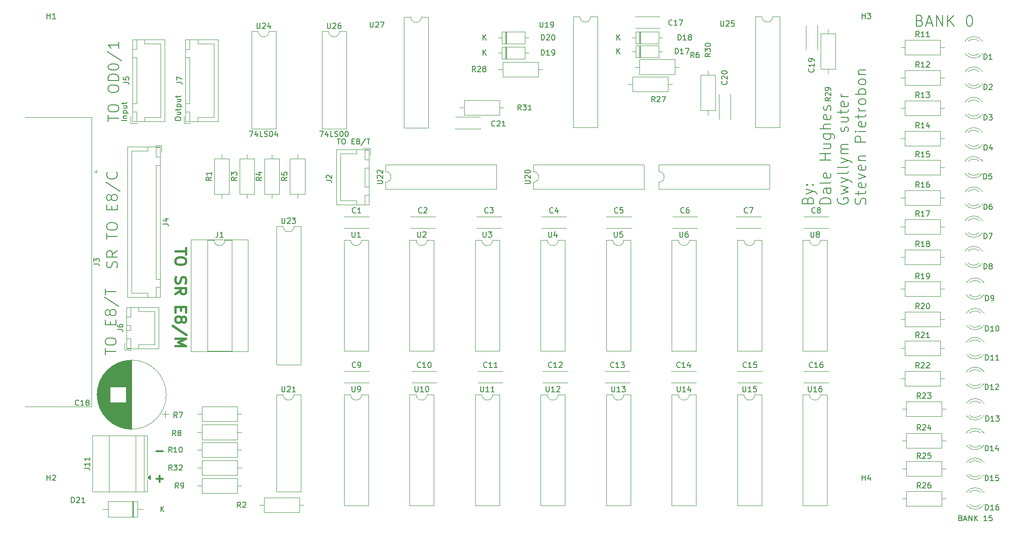
<source format=gbr>
%TF.GenerationSoftware,KiCad,Pcbnew,9.0.1*%
%TF.CreationDate,2025-07-19T09:37:52+10:00*%
%TF.ProjectId,128 X 16 RAM V4 FINAL ,31323820-5820-4313-9620-52414d205634,rev?*%
%TF.SameCoordinates,Original*%
%TF.FileFunction,Legend,Top*%
%TF.FilePolarity,Positive*%
%FSLAX46Y46*%
G04 Gerber Fmt 4.6, Leading zero omitted, Abs format (unit mm)*
G04 Created by KiCad (PCBNEW 9.0.1) date 2025-07-19 09:37:52*
%MOMM*%
%LPD*%
G01*
G04 APERTURE LIST*
%ADD10C,0.150000*%
%ADD11C,0.300000*%
%ADD12C,0.400000*%
%ADD13C,0.120000*%
G04 APERTURE END LIST*
D10*
X209212267Y-90080458D02*
X209307505Y-89794744D01*
X209307505Y-89794744D02*
X209402743Y-89699506D01*
X209402743Y-89699506D02*
X209593219Y-89604268D01*
X209593219Y-89604268D02*
X209878933Y-89604268D01*
X209878933Y-89604268D02*
X210069409Y-89699506D01*
X210069409Y-89699506D02*
X210164648Y-89794744D01*
X210164648Y-89794744D02*
X210259886Y-89985220D01*
X210259886Y-89985220D02*
X210259886Y-90747125D01*
X210259886Y-90747125D02*
X208259886Y-90747125D01*
X208259886Y-90747125D02*
X208259886Y-90080458D01*
X208259886Y-90080458D02*
X208355124Y-89889982D01*
X208355124Y-89889982D02*
X208450362Y-89794744D01*
X208450362Y-89794744D02*
X208640838Y-89699506D01*
X208640838Y-89699506D02*
X208831314Y-89699506D01*
X208831314Y-89699506D02*
X209021790Y-89794744D01*
X209021790Y-89794744D02*
X209117028Y-89889982D01*
X209117028Y-89889982D02*
X209212267Y-90080458D01*
X209212267Y-90080458D02*
X209212267Y-90747125D01*
X208926552Y-88937601D02*
X210259886Y-88461411D01*
X208926552Y-87985220D02*
X210259886Y-88461411D01*
X210259886Y-88461411D02*
X210736076Y-88651887D01*
X210736076Y-88651887D02*
X210831314Y-88747125D01*
X210831314Y-88747125D02*
X210926552Y-88937601D01*
X210069409Y-87223315D02*
X210164648Y-87128077D01*
X210164648Y-87128077D02*
X210259886Y-87223315D01*
X210259886Y-87223315D02*
X210164648Y-87318553D01*
X210164648Y-87318553D02*
X210069409Y-87223315D01*
X210069409Y-87223315D02*
X210259886Y-87223315D01*
X209021790Y-87223315D02*
X209117028Y-87128077D01*
X209117028Y-87128077D02*
X209212267Y-87223315D01*
X209212267Y-87223315D02*
X209117028Y-87318553D01*
X209117028Y-87318553D02*
X209021790Y-87223315D01*
X209021790Y-87223315D02*
X209212267Y-87223315D01*
X213479774Y-90747125D02*
X211479774Y-90747125D01*
X211479774Y-90747125D02*
X211479774Y-90270935D01*
X211479774Y-90270935D02*
X211575012Y-89985220D01*
X211575012Y-89985220D02*
X211765488Y-89794744D01*
X211765488Y-89794744D02*
X211955964Y-89699506D01*
X211955964Y-89699506D02*
X212336916Y-89604268D01*
X212336916Y-89604268D02*
X212622631Y-89604268D01*
X212622631Y-89604268D02*
X213003583Y-89699506D01*
X213003583Y-89699506D02*
X213194059Y-89794744D01*
X213194059Y-89794744D02*
X213384536Y-89985220D01*
X213384536Y-89985220D02*
X213479774Y-90270935D01*
X213479774Y-90270935D02*
X213479774Y-90747125D01*
X213479774Y-87889982D02*
X212432155Y-87889982D01*
X212432155Y-87889982D02*
X212241678Y-87985220D01*
X212241678Y-87985220D02*
X212146440Y-88175696D01*
X212146440Y-88175696D02*
X212146440Y-88556649D01*
X212146440Y-88556649D02*
X212241678Y-88747125D01*
X213384536Y-87889982D02*
X213479774Y-88080458D01*
X213479774Y-88080458D02*
X213479774Y-88556649D01*
X213479774Y-88556649D02*
X213384536Y-88747125D01*
X213384536Y-88747125D02*
X213194059Y-88842363D01*
X213194059Y-88842363D02*
X213003583Y-88842363D01*
X213003583Y-88842363D02*
X212813107Y-88747125D01*
X212813107Y-88747125D02*
X212717869Y-88556649D01*
X212717869Y-88556649D02*
X212717869Y-88080458D01*
X212717869Y-88080458D02*
X212622631Y-87889982D01*
X213479774Y-86651887D02*
X213384536Y-86842363D01*
X213384536Y-86842363D02*
X213194059Y-86937601D01*
X213194059Y-86937601D02*
X211479774Y-86937601D01*
X213384536Y-85128077D02*
X213479774Y-85318553D01*
X213479774Y-85318553D02*
X213479774Y-85699506D01*
X213479774Y-85699506D02*
X213384536Y-85889982D01*
X213384536Y-85889982D02*
X213194059Y-85985220D01*
X213194059Y-85985220D02*
X212432155Y-85985220D01*
X212432155Y-85985220D02*
X212241678Y-85889982D01*
X212241678Y-85889982D02*
X212146440Y-85699506D01*
X212146440Y-85699506D02*
X212146440Y-85318553D01*
X212146440Y-85318553D02*
X212241678Y-85128077D01*
X212241678Y-85128077D02*
X212432155Y-85032839D01*
X212432155Y-85032839D02*
X212622631Y-85032839D01*
X212622631Y-85032839D02*
X212813107Y-85985220D01*
X213479774Y-82651886D02*
X211479774Y-82651886D01*
X212432155Y-82651886D02*
X212432155Y-81509029D01*
X213479774Y-81509029D02*
X211479774Y-81509029D01*
X212146440Y-79699505D02*
X213479774Y-79699505D01*
X212146440Y-80556648D02*
X213194059Y-80556648D01*
X213194059Y-80556648D02*
X213384536Y-80461410D01*
X213384536Y-80461410D02*
X213479774Y-80270934D01*
X213479774Y-80270934D02*
X213479774Y-79985219D01*
X213479774Y-79985219D02*
X213384536Y-79794743D01*
X213384536Y-79794743D02*
X213289297Y-79699505D01*
X212146440Y-77889981D02*
X213765488Y-77889981D01*
X213765488Y-77889981D02*
X213955964Y-77985219D01*
X213955964Y-77985219D02*
X214051202Y-78080457D01*
X214051202Y-78080457D02*
X214146440Y-78270934D01*
X214146440Y-78270934D02*
X214146440Y-78556648D01*
X214146440Y-78556648D02*
X214051202Y-78747124D01*
X213384536Y-77889981D02*
X213479774Y-78080457D01*
X213479774Y-78080457D02*
X213479774Y-78461410D01*
X213479774Y-78461410D02*
X213384536Y-78651886D01*
X213384536Y-78651886D02*
X213289297Y-78747124D01*
X213289297Y-78747124D02*
X213098821Y-78842362D01*
X213098821Y-78842362D02*
X212527393Y-78842362D01*
X212527393Y-78842362D02*
X212336916Y-78747124D01*
X212336916Y-78747124D02*
X212241678Y-78651886D01*
X212241678Y-78651886D02*
X212146440Y-78461410D01*
X212146440Y-78461410D02*
X212146440Y-78080457D01*
X212146440Y-78080457D02*
X212241678Y-77889981D01*
X213479774Y-76937600D02*
X211479774Y-76937600D01*
X213479774Y-76080457D02*
X212432155Y-76080457D01*
X212432155Y-76080457D02*
X212241678Y-76175695D01*
X212241678Y-76175695D02*
X212146440Y-76366171D01*
X212146440Y-76366171D02*
X212146440Y-76651886D01*
X212146440Y-76651886D02*
X212241678Y-76842362D01*
X212241678Y-76842362D02*
X212336916Y-76937600D01*
X213384536Y-74366171D02*
X213479774Y-74556647D01*
X213479774Y-74556647D02*
X213479774Y-74937600D01*
X213479774Y-74937600D02*
X213384536Y-75128076D01*
X213384536Y-75128076D02*
X213194059Y-75223314D01*
X213194059Y-75223314D02*
X212432155Y-75223314D01*
X212432155Y-75223314D02*
X212241678Y-75128076D01*
X212241678Y-75128076D02*
X212146440Y-74937600D01*
X212146440Y-74937600D02*
X212146440Y-74556647D01*
X212146440Y-74556647D02*
X212241678Y-74366171D01*
X212241678Y-74366171D02*
X212432155Y-74270933D01*
X212432155Y-74270933D02*
X212622631Y-74270933D01*
X212622631Y-74270933D02*
X212813107Y-75223314D01*
X213384536Y-73509028D02*
X213479774Y-73318552D01*
X213479774Y-73318552D02*
X213479774Y-72937600D01*
X213479774Y-72937600D02*
X213384536Y-72747123D01*
X213384536Y-72747123D02*
X213194059Y-72651885D01*
X213194059Y-72651885D02*
X213098821Y-72651885D01*
X213098821Y-72651885D02*
X212908345Y-72747123D01*
X212908345Y-72747123D02*
X212813107Y-72937600D01*
X212813107Y-72937600D02*
X212813107Y-73223314D01*
X212813107Y-73223314D02*
X212717869Y-73413790D01*
X212717869Y-73413790D02*
X212527393Y-73509028D01*
X212527393Y-73509028D02*
X212432155Y-73509028D01*
X212432155Y-73509028D02*
X212241678Y-73413790D01*
X212241678Y-73413790D02*
X212146440Y-73223314D01*
X212146440Y-73223314D02*
X212146440Y-72937600D01*
X212146440Y-72937600D02*
X212241678Y-72747123D01*
X214794900Y-89699506D02*
X214699662Y-89889982D01*
X214699662Y-89889982D02*
X214699662Y-90175696D01*
X214699662Y-90175696D02*
X214794900Y-90461411D01*
X214794900Y-90461411D02*
X214985376Y-90651887D01*
X214985376Y-90651887D02*
X215175852Y-90747125D01*
X215175852Y-90747125D02*
X215556804Y-90842363D01*
X215556804Y-90842363D02*
X215842519Y-90842363D01*
X215842519Y-90842363D02*
X216223471Y-90747125D01*
X216223471Y-90747125D02*
X216413947Y-90651887D01*
X216413947Y-90651887D02*
X216604424Y-90461411D01*
X216604424Y-90461411D02*
X216699662Y-90175696D01*
X216699662Y-90175696D02*
X216699662Y-89985220D01*
X216699662Y-89985220D02*
X216604424Y-89699506D01*
X216604424Y-89699506D02*
X216509185Y-89604268D01*
X216509185Y-89604268D02*
X215842519Y-89604268D01*
X215842519Y-89604268D02*
X215842519Y-89985220D01*
X215366328Y-88937601D02*
X216699662Y-88556649D01*
X216699662Y-88556649D02*
X215747281Y-88175696D01*
X215747281Y-88175696D02*
X216699662Y-87794744D01*
X216699662Y-87794744D02*
X215366328Y-87413792D01*
X215366328Y-86842363D02*
X216699662Y-86366173D01*
X215366328Y-85889982D02*
X216699662Y-86366173D01*
X216699662Y-86366173D02*
X217175852Y-86556649D01*
X217175852Y-86556649D02*
X217271090Y-86651887D01*
X217271090Y-86651887D02*
X217366328Y-86842363D01*
X216699662Y-84842363D02*
X216604424Y-85032839D01*
X216604424Y-85032839D02*
X216413947Y-85128077D01*
X216413947Y-85128077D02*
X214699662Y-85128077D01*
X216699662Y-83794744D02*
X216604424Y-83985220D01*
X216604424Y-83985220D02*
X216413947Y-84080458D01*
X216413947Y-84080458D02*
X214699662Y-84080458D01*
X215366328Y-83223315D02*
X216699662Y-82747125D01*
X215366328Y-82270934D02*
X216699662Y-82747125D01*
X216699662Y-82747125D02*
X217175852Y-82937601D01*
X217175852Y-82937601D02*
X217271090Y-83032839D01*
X217271090Y-83032839D02*
X217366328Y-83223315D01*
X216699662Y-81509029D02*
X215366328Y-81509029D01*
X215556804Y-81509029D02*
X215461566Y-81413791D01*
X215461566Y-81413791D02*
X215366328Y-81223315D01*
X215366328Y-81223315D02*
X215366328Y-80937600D01*
X215366328Y-80937600D02*
X215461566Y-80747124D01*
X215461566Y-80747124D02*
X215652043Y-80651886D01*
X215652043Y-80651886D02*
X216699662Y-80651886D01*
X215652043Y-80651886D02*
X215461566Y-80556648D01*
X215461566Y-80556648D02*
X215366328Y-80366172D01*
X215366328Y-80366172D02*
X215366328Y-80080458D01*
X215366328Y-80080458D02*
X215461566Y-79889981D01*
X215461566Y-79889981D02*
X215652043Y-79794743D01*
X215652043Y-79794743D02*
X216699662Y-79794743D01*
X216604424Y-77413790D02*
X216699662Y-77223314D01*
X216699662Y-77223314D02*
X216699662Y-76842362D01*
X216699662Y-76842362D02*
X216604424Y-76651885D01*
X216604424Y-76651885D02*
X216413947Y-76556647D01*
X216413947Y-76556647D02*
X216318709Y-76556647D01*
X216318709Y-76556647D02*
X216128233Y-76651885D01*
X216128233Y-76651885D02*
X216032995Y-76842362D01*
X216032995Y-76842362D02*
X216032995Y-77128076D01*
X216032995Y-77128076D02*
X215937757Y-77318552D01*
X215937757Y-77318552D02*
X215747281Y-77413790D01*
X215747281Y-77413790D02*
X215652043Y-77413790D01*
X215652043Y-77413790D02*
X215461566Y-77318552D01*
X215461566Y-77318552D02*
X215366328Y-77128076D01*
X215366328Y-77128076D02*
X215366328Y-76842362D01*
X215366328Y-76842362D02*
X215461566Y-76651885D01*
X215366328Y-74842361D02*
X216699662Y-74842361D01*
X215366328Y-75699504D02*
X216413947Y-75699504D01*
X216413947Y-75699504D02*
X216604424Y-75604266D01*
X216604424Y-75604266D02*
X216699662Y-75413790D01*
X216699662Y-75413790D02*
X216699662Y-75128075D01*
X216699662Y-75128075D02*
X216604424Y-74937599D01*
X216604424Y-74937599D02*
X216509185Y-74842361D01*
X215366328Y-74175694D02*
X215366328Y-73413790D01*
X214699662Y-73889980D02*
X216413947Y-73889980D01*
X216413947Y-73889980D02*
X216604424Y-73794742D01*
X216604424Y-73794742D02*
X216699662Y-73604266D01*
X216699662Y-73604266D02*
X216699662Y-73413790D01*
X216604424Y-71985218D02*
X216699662Y-72175694D01*
X216699662Y-72175694D02*
X216699662Y-72556647D01*
X216699662Y-72556647D02*
X216604424Y-72747123D01*
X216604424Y-72747123D02*
X216413947Y-72842361D01*
X216413947Y-72842361D02*
X215652043Y-72842361D01*
X215652043Y-72842361D02*
X215461566Y-72747123D01*
X215461566Y-72747123D02*
X215366328Y-72556647D01*
X215366328Y-72556647D02*
X215366328Y-72175694D01*
X215366328Y-72175694D02*
X215461566Y-71985218D01*
X215461566Y-71985218D02*
X215652043Y-71889980D01*
X215652043Y-71889980D02*
X215842519Y-71889980D01*
X215842519Y-71889980D02*
X216032995Y-72842361D01*
X216699662Y-71032837D02*
X215366328Y-71032837D01*
X215747281Y-71032837D02*
X215556804Y-70937599D01*
X215556804Y-70937599D02*
X215461566Y-70842361D01*
X215461566Y-70842361D02*
X215366328Y-70651885D01*
X215366328Y-70651885D02*
X215366328Y-70461408D01*
X219824312Y-90842363D02*
X219919550Y-90556649D01*
X219919550Y-90556649D02*
X219919550Y-90080458D01*
X219919550Y-90080458D02*
X219824312Y-89889982D01*
X219824312Y-89889982D02*
X219729073Y-89794744D01*
X219729073Y-89794744D02*
X219538597Y-89699506D01*
X219538597Y-89699506D02*
X219348121Y-89699506D01*
X219348121Y-89699506D02*
X219157645Y-89794744D01*
X219157645Y-89794744D02*
X219062407Y-89889982D01*
X219062407Y-89889982D02*
X218967169Y-90080458D01*
X218967169Y-90080458D02*
X218871931Y-90461411D01*
X218871931Y-90461411D02*
X218776692Y-90651887D01*
X218776692Y-90651887D02*
X218681454Y-90747125D01*
X218681454Y-90747125D02*
X218490978Y-90842363D01*
X218490978Y-90842363D02*
X218300502Y-90842363D01*
X218300502Y-90842363D02*
X218110026Y-90747125D01*
X218110026Y-90747125D02*
X218014788Y-90651887D01*
X218014788Y-90651887D02*
X217919550Y-90461411D01*
X217919550Y-90461411D02*
X217919550Y-89985220D01*
X217919550Y-89985220D02*
X218014788Y-89699506D01*
X218586216Y-89128077D02*
X218586216Y-88366173D01*
X217919550Y-88842363D02*
X219633835Y-88842363D01*
X219633835Y-88842363D02*
X219824312Y-88747125D01*
X219824312Y-88747125D02*
X219919550Y-88556649D01*
X219919550Y-88556649D02*
X219919550Y-88366173D01*
X219824312Y-86937601D02*
X219919550Y-87128077D01*
X219919550Y-87128077D02*
X219919550Y-87509030D01*
X219919550Y-87509030D02*
X219824312Y-87699506D01*
X219824312Y-87699506D02*
X219633835Y-87794744D01*
X219633835Y-87794744D02*
X218871931Y-87794744D01*
X218871931Y-87794744D02*
X218681454Y-87699506D01*
X218681454Y-87699506D02*
X218586216Y-87509030D01*
X218586216Y-87509030D02*
X218586216Y-87128077D01*
X218586216Y-87128077D02*
X218681454Y-86937601D01*
X218681454Y-86937601D02*
X218871931Y-86842363D01*
X218871931Y-86842363D02*
X219062407Y-86842363D01*
X219062407Y-86842363D02*
X219252883Y-87794744D01*
X218586216Y-86175696D02*
X219919550Y-85699506D01*
X219919550Y-85699506D02*
X218586216Y-85223315D01*
X219824312Y-83699505D02*
X219919550Y-83889981D01*
X219919550Y-83889981D02*
X219919550Y-84270934D01*
X219919550Y-84270934D02*
X219824312Y-84461410D01*
X219824312Y-84461410D02*
X219633835Y-84556648D01*
X219633835Y-84556648D02*
X218871931Y-84556648D01*
X218871931Y-84556648D02*
X218681454Y-84461410D01*
X218681454Y-84461410D02*
X218586216Y-84270934D01*
X218586216Y-84270934D02*
X218586216Y-83889981D01*
X218586216Y-83889981D02*
X218681454Y-83699505D01*
X218681454Y-83699505D02*
X218871931Y-83604267D01*
X218871931Y-83604267D02*
X219062407Y-83604267D01*
X219062407Y-83604267D02*
X219252883Y-84556648D01*
X218586216Y-82747124D02*
X219919550Y-82747124D01*
X218776692Y-82747124D02*
X218681454Y-82651886D01*
X218681454Y-82651886D02*
X218586216Y-82461410D01*
X218586216Y-82461410D02*
X218586216Y-82175695D01*
X218586216Y-82175695D02*
X218681454Y-81985219D01*
X218681454Y-81985219D02*
X218871931Y-81889981D01*
X218871931Y-81889981D02*
X219919550Y-81889981D01*
X219919550Y-79413790D02*
X217919550Y-79413790D01*
X217919550Y-79413790D02*
X217919550Y-78651885D01*
X217919550Y-78651885D02*
X218014788Y-78461409D01*
X218014788Y-78461409D02*
X218110026Y-78366171D01*
X218110026Y-78366171D02*
X218300502Y-78270933D01*
X218300502Y-78270933D02*
X218586216Y-78270933D01*
X218586216Y-78270933D02*
X218776692Y-78366171D01*
X218776692Y-78366171D02*
X218871931Y-78461409D01*
X218871931Y-78461409D02*
X218967169Y-78651885D01*
X218967169Y-78651885D02*
X218967169Y-79413790D01*
X219919550Y-77413790D02*
X218586216Y-77413790D01*
X217919550Y-77413790D02*
X218014788Y-77509028D01*
X218014788Y-77509028D02*
X218110026Y-77413790D01*
X218110026Y-77413790D02*
X218014788Y-77318552D01*
X218014788Y-77318552D02*
X217919550Y-77413790D01*
X217919550Y-77413790D02*
X218110026Y-77413790D01*
X219824312Y-75699504D02*
X219919550Y-75889980D01*
X219919550Y-75889980D02*
X219919550Y-76270933D01*
X219919550Y-76270933D02*
X219824312Y-76461409D01*
X219824312Y-76461409D02*
X219633835Y-76556647D01*
X219633835Y-76556647D02*
X218871931Y-76556647D01*
X218871931Y-76556647D02*
X218681454Y-76461409D01*
X218681454Y-76461409D02*
X218586216Y-76270933D01*
X218586216Y-76270933D02*
X218586216Y-75889980D01*
X218586216Y-75889980D02*
X218681454Y-75699504D01*
X218681454Y-75699504D02*
X218871931Y-75604266D01*
X218871931Y-75604266D02*
X219062407Y-75604266D01*
X219062407Y-75604266D02*
X219252883Y-76556647D01*
X218586216Y-75032837D02*
X218586216Y-74270933D01*
X217919550Y-74747123D02*
X219633835Y-74747123D01*
X219633835Y-74747123D02*
X219824312Y-74651885D01*
X219824312Y-74651885D02*
X219919550Y-74461409D01*
X219919550Y-74461409D02*
X219919550Y-74270933D01*
X219919550Y-73604266D02*
X218586216Y-73604266D01*
X218967169Y-73604266D02*
X218776692Y-73509028D01*
X218776692Y-73509028D02*
X218681454Y-73413790D01*
X218681454Y-73413790D02*
X218586216Y-73223314D01*
X218586216Y-73223314D02*
X218586216Y-73032837D01*
X219919550Y-72080457D02*
X219824312Y-72270933D01*
X219824312Y-72270933D02*
X219729073Y-72366171D01*
X219729073Y-72366171D02*
X219538597Y-72461409D01*
X219538597Y-72461409D02*
X218967169Y-72461409D01*
X218967169Y-72461409D02*
X218776692Y-72366171D01*
X218776692Y-72366171D02*
X218681454Y-72270933D01*
X218681454Y-72270933D02*
X218586216Y-72080457D01*
X218586216Y-72080457D02*
X218586216Y-71794742D01*
X218586216Y-71794742D02*
X218681454Y-71604266D01*
X218681454Y-71604266D02*
X218776692Y-71509028D01*
X218776692Y-71509028D02*
X218967169Y-71413790D01*
X218967169Y-71413790D02*
X219538597Y-71413790D01*
X219538597Y-71413790D02*
X219729073Y-71509028D01*
X219729073Y-71509028D02*
X219824312Y-71604266D01*
X219824312Y-71604266D02*
X219919550Y-71794742D01*
X219919550Y-71794742D02*
X219919550Y-72080457D01*
X219919550Y-70556647D02*
X217919550Y-70556647D01*
X218681454Y-70556647D02*
X218586216Y-70366171D01*
X218586216Y-70366171D02*
X218586216Y-69985218D01*
X218586216Y-69985218D02*
X218681454Y-69794742D01*
X218681454Y-69794742D02*
X218776692Y-69699504D01*
X218776692Y-69699504D02*
X218967169Y-69604266D01*
X218967169Y-69604266D02*
X219538597Y-69604266D01*
X219538597Y-69604266D02*
X219729073Y-69699504D01*
X219729073Y-69699504D02*
X219824312Y-69794742D01*
X219824312Y-69794742D02*
X219919550Y-69985218D01*
X219919550Y-69985218D02*
X219919550Y-70366171D01*
X219919550Y-70366171D02*
X219824312Y-70556647D01*
X219919550Y-68461409D02*
X219824312Y-68651885D01*
X219824312Y-68651885D02*
X219729073Y-68747123D01*
X219729073Y-68747123D02*
X219538597Y-68842361D01*
X219538597Y-68842361D02*
X218967169Y-68842361D01*
X218967169Y-68842361D02*
X218776692Y-68747123D01*
X218776692Y-68747123D02*
X218681454Y-68651885D01*
X218681454Y-68651885D02*
X218586216Y-68461409D01*
X218586216Y-68461409D02*
X218586216Y-68175694D01*
X218586216Y-68175694D02*
X218681454Y-67985218D01*
X218681454Y-67985218D02*
X218776692Y-67889980D01*
X218776692Y-67889980D02*
X218967169Y-67794742D01*
X218967169Y-67794742D02*
X219538597Y-67794742D01*
X219538597Y-67794742D02*
X219729073Y-67889980D01*
X219729073Y-67889980D02*
X219824312Y-67985218D01*
X219824312Y-67985218D02*
X219919550Y-68175694D01*
X219919550Y-68175694D02*
X219919550Y-68461409D01*
X218586216Y-66937599D02*
X219919550Y-66937599D01*
X218776692Y-66937599D02*
X218681454Y-66842361D01*
X218681454Y-66842361D02*
X218586216Y-66651885D01*
X218586216Y-66651885D02*
X218586216Y-66366170D01*
X218586216Y-66366170D02*
X218681454Y-66175694D01*
X218681454Y-66175694D02*
X218871931Y-66080456D01*
X218871931Y-66080456D02*
X219919550Y-66080456D01*
X82074200Y-102526363D02*
X82169438Y-102240649D01*
X82169438Y-102240649D02*
X82169438Y-101764458D01*
X82169438Y-101764458D02*
X82074200Y-101573982D01*
X82074200Y-101573982D02*
X81978961Y-101478744D01*
X81978961Y-101478744D02*
X81788485Y-101383506D01*
X81788485Y-101383506D02*
X81598009Y-101383506D01*
X81598009Y-101383506D02*
X81407533Y-101478744D01*
X81407533Y-101478744D02*
X81312295Y-101573982D01*
X81312295Y-101573982D02*
X81217057Y-101764458D01*
X81217057Y-101764458D02*
X81121819Y-102145411D01*
X81121819Y-102145411D02*
X81026580Y-102335887D01*
X81026580Y-102335887D02*
X80931342Y-102431125D01*
X80931342Y-102431125D02*
X80740866Y-102526363D01*
X80740866Y-102526363D02*
X80550390Y-102526363D01*
X80550390Y-102526363D02*
X80359914Y-102431125D01*
X80359914Y-102431125D02*
X80264676Y-102335887D01*
X80264676Y-102335887D02*
X80169438Y-102145411D01*
X80169438Y-102145411D02*
X80169438Y-101669220D01*
X80169438Y-101669220D02*
X80264676Y-101383506D01*
X82169438Y-99383506D02*
X81217057Y-100050173D01*
X82169438Y-100526363D02*
X80169438Y-100526363D01*
X80169438Y-100526363D02*
X80169438Y-99764458D01*
X80169438Y-99764458D02*
X80264676Y-99573982D01*
X80264676Y-99573982D02*
X80359914Y-99478744D01*
X80359914Y-99478744D02*
X80550390Y-99383506D01*
X80550390Y-99383506D02*
X80836104Y-99383506D01*
X80836104Y-99383506D02*
X81026580Y-99478744D01*
X81026580Y-99478744D02*
X81121819Y-99573982D01*
X81121819Y-99573982D02*
X81217057Y-99764458D01*
X81217057Y-99764458D02*
X81217057Y-100526363D01*
X80169438Y-97288267D02*
X80169438Y-96145410D01*
X82169438Y-96716839D02*
X80169438Y-96716839D01*
X80169438Y-95097791D02*
X80169438Y-94716838D01*
X80169438Y-94716838D02*
X80264676Y-94526362D01*
X80264676Y-94526362D02*
X80455152Y-94335886D01*
X80455152Y-94335886D02*
X80836104Y-94240648D01*
X80836104Y-94240648D02*
X81502771Y-94240648D01*
X81502771Y-94240648D02*
X81883723Y-94335886D01*
X81883723Y-94335886D02*
X82074200Y-94526362D01*
X82074200Y-94526362D02*
X82169438Y-94716838D01*
X82169438Y-94716838D02*
X82169438Y-95097791D01*
X82169438Y-95097791D02*
X82074200Y-95288267D01*
X82074200Y-95288267D02*
X81883723Y-95478743D01*
X81883723Y-95478743D02*
X81502771Y-95573981D01*
X81502771Y-95573981D02*
X80836104Y-95573981D01*
X80836104Y-95573981D02*
X80455152Y-95478743D01*
X80455152Y-95478743D02*
X80264676Y-95288267D01*
X80264676Y-95288267D02*
X80169438Y-95097791D01*
X81121819Y-91859695D02*
X81121819Y-91193028D01*
X82169438Y-90907314D02*
X82169438Y-91859695D01*
X82169438Y-91859695D02*
X80169438Y-91859695D01*
X80169438Y-91859695D02*
X80169438Y-90907314D01*
X81026580Y-89764457D02*
X80931342Y-89954933D01*
X80931342Y-89954933D02*
X80836104Y-90050171D01*
X80836104Y-90050171D02*
X80645628Y-90145409D01*
X80645628Y-90145409D02*
X80550390Y-90145409D01*
X80550390Y-90145409D02*
X80359914Y-90050171D01*
X80359914Y-90050171D02*
X80264676Y-89954933D01*
X80264676Y-89954933D02*
X80169438Y-89764457D01*
X80169438Y-89764457D02*
X80169438Y-89383504D01*
X80169438Y-89383504D02*
X80264676Y-89193028D01*
X80264676Y-89193028D02*
X80359914Y-89097790D01*
X80359914Y-89097790D02*
X80550390Y-89002552D01*
X80550390Y-89002552D02*
X80645628Y-89002552D01*
X80645628Y-89002552D02*
X80836104Y-89097790D01*
X80836104Y-89097790D02*
X80931342Y-89193028D01*
X80931342Y-89193028D02*
X81026580Y-89383504D01*
X81026580Y-89383504D02*
X81026580Y-89764457D01*
X81026580Y-89764457D02*
X81121819Y-89954933D01*
X81121819Y-89954933D02*
X81217057Y-90050171D01*
X81217057Y-90050171D02*
X81407533Y-90145409D01*
X81407533Y-90145409D02*
X81788485Y-90145409D01*
X81788485Y-90145409D02*
X81978961Y-90050171D01*
X81978961Y-90050171D02*
X82074200Y-89954933D01*
X82074200Y-89954933D02*
X82169438Y-89764457D01*
X82169438Y-89764457D02*
X82169438Y-89383504D01*
X82169438Y-89383504D02*
X82074200Y-89193028D01*
X82074200Y-89193028D02*
X81978961Y-89097790D01*
X81978961Y-89097790D02*
X81788485Y-89002552D01*
X81788485Y-89002552D02*
X81407533Y-89002552D01*
X81407533Y-89002552D02*
X81217057Y-89097790D01*
X81217057Y-89097790D02*
X81121819Y-89193028D01*
X81121819Y-89193028D02*
X81026580Y-89383504D01*
X80074200Y-86716838D02*
X82645628Y-88431123D01*
X81978961Y-84907314D02*
X82074200Y-85002552D01*
X82074200Y-85002552D02*
X82169438Y-85288266D01*
X82169438Y-85288266D02*
X82169438Y-85478742D01*
X82169438Y-85478742D02*
X82074200Y-85764457D01*
X82074200Y-85764457D02*
X81883723Y-85954933D01*
X81883723Y-85954933D02*
X81693247Y-86050171D01*
X81693247Y-86050171D02*
X81312295Y-86145409D01*
X81312295Y-86145409D02*
X81026580Y-86145409D01*
X81026580Y-86145409D02*
X80645628Y-86050171D01*
X80645628Y-86050171D02*
X80455152Y-85954933D01*
X80455152Y-85954933D02*
X80264676Y-85764457D01*
X80264676Y-85764457D02*
X80169438Y-85478742D01*
X80169438Y-85478742D02*
X80169438Y-85288266D01*
X80169438Y-85288266D02*
X80264676Y-85002552D01*
X80264676Y-85002552D02*
X80359914Y-84907314D01*
X122620922Y-78761819D02*
X123192350Y-78761819D01*
X122906636Y-79761819D02*
X122906636Y-78761819D01*
X123716160Y-78761819D02*
X123906636Y-78761819D01*
X123906636Y-78761819D02*
X124001874Y-78809438D01*
X124001874Y-78809438D02*
X124097112Y-78904676D01*
X124097112Y-78904676D02*
X124144731Y-79095152D01*
X124144731Y-79095152D02*
X124144731Y-79428485D01*
X124144731Y-79428485D02*
X124097112Y-79618961D01*
X124097112Y-79618961D02*
X124001874Y-79714200D01*
X124001874Y-79714200D02*
X123906636Y-79761819D01*
X123906636Y-79761819D02*
X123716160Y-79761819D01*
X123716160Y-79761819D02*
X123620922Y-79714200D01*
X123620922Y-79714200D02*
X123525684Y-79618961D01*
X123525684Y-79618961D02*
X123478065Y-79428485D01*
X123478065Y-79428485D02*
X123478065Y-79095152D01*
X123478065Y-79095152D02*
X123525684Y-78904676D01*
X123525684Y-78904676D02*
X123620922Y-78809438D01*
X123620922Y-78809438D02*
X123716160Y-78761819D01*
X125335208Y-79238009D02*
X125668541Y-79238009D01*
X125811398Y-79761819D02*
X125335208Y-79761819D01*
X125335208Y-79761819D02*
X125335208Y-78761819D01*
X125335208Y-78761819D02*
X125811398Y-78761819D01*
X126382827Y-79190390D02*
X126287589Y-79142771D01*
X126287589Y-79142771D02*
X126239970Y-79095152D01*
X126239970Y-79095152D02*
X126192351Y-78999914D01*
X126192351Y-78999914D02*
X126192351Y-78952295D01*
X126192351Y-78952295D02*
X126239970Y-78857057D01*
X126239970Y-78857057D02*
X126287589Y-78809438D01*
X126287589Y-78809438D02*
X126382827Y-78761819D01*
X126382827Y-78761819D02*
X126573303Y-78761819D01*
X126573303Y-78761819D02*
X126668541Y-78809438D01*
X126668541Y-78809438D02*
X126716160Y-78857057D01*
X126716160Y-78857057D02*
X126763779Y-78952295D01*
X126763779Y-78952295D02*
X126763779Y-78999914D01*
X126763779Y-78999914D02*
X126716160Y-79095152D01*
X126716160Y-79095152D02*
X126668541Y-79142771D01*
X126668541Y-79142771D02*
X126573303Y-79190390D01*
X126573303Y-79190390D02*
X126382827Y-79190390D01*
X126382827Y-79190390D02*
X126287589Y-79238009D01*
X126287589Y-79238009D02*
X126239970Y-79285628D01*
X126239970Y-79285628D02*
X126192351Y-79380866D01*
X126192351Y-79380866D02*
X126192351Y-79571342D01*
X126192351Y-79571342D02*
X126239970Y-79666580D01*
X126239970Y-79666580D02*
X126287589Y-79714200D01*
X126287589Y-79714200D02*
X126382827Y-79761819D01*
X126382827Y-79761819D02*
X126573303Y-79761819D01*
X126573303Y-79761819D02*
X126668541Y-79714200D01*
X126668541Y-79714200D02*
X126716160Y-79666580D01*
X126716160Y-79666580D02*
X126763779Y-79571342D01*
X126763779Y-79571342D02*
X126763779Y-79380866D01*
X126763779Y-79380866D02*
X126716160Y-79285628D01*
X126716160Y-79285628D02*
X126668541Y-79238009D01*
X126668541Y-79238009D02*
X126573303Y-79190390D01*
X127906636Y-78714200D02*
X127049494Y-79999914D01*
X128097113Y-78761819D02*
X128668541Y-78761819D01*
X128382827Y-79761819D02*
X128382827Y-78761819D01*
X237371712Y-148580009D02*
X237514569Y-148627628D01*
X237514569Y-148627628D02*
X237562188Y-148675247D01*
X237562188Y-148675247D02*
X237609807Y-148770485D01*
X237609807Y-148770485D02*
X237609807Y-148913342D01*
X237609807Y-148913342D02*
X237562188Y-149008580D01*
X237562188Y-149008580D02*
X237514569Y-149056200D01*
X237514569Y-149056200D02*
X237419331Y-149103819D01*
X237419331Y-149103819D02*
X237038379Y-149103819D01*
X237038379Y-149103819D02*
X237038379Y-148103819D01*
X237038379Y-148103819D02*
X237371712Y-148103819D01*
X237371712Y-148103819D02*
X237466950Y-148151438D01*
X237466950Y-148151438D02*
X237514569Y-148199057D01*
X237514569Y-148199057D02*
X237562188Y-148294295D01*
X237562188Y-148294295D02*
X237562188Y-148389533D01*
X237562188Y-148389533D02*
X237514569Y-148484771D01*
X237514569Y-148484771D02*
X237466950Y-148532390D01*
X237466950Y-148532390D02*
X237371712Y-148580009D01*
X237371712Y-148580009D02*
X237038379Y-148580009D01*
X237990760Y-148818104D02*
X238466950Y-148818104D01*
X237895522Y-149103819D02*
X238228855Y-148103819D01*
X238228855Y-148103819D02*
X238562188Y-149103819D01*
X238895522Y-149103819D02*
X238895522Y-148103819D01*
X238895522Y-148103819D02*
X239466950Y-149103819D01*
X239466950Y-149103819D02*
X239466950Y-148103819D01*
X239943141Y-149103819D02*
X239943141Y-148103819D01*
X240514569Y-149103819D02*
X240085998Y-148532390D01*
X240514569Y-148103819D02*
X239943141Y-148675247D01*
X242228855Y-149103819D02*
X241657427Y-149103819D01*
X241943141Y-149103819D02*
X241943141Y-148103819D01*
X241943141Y-148103819D02*
X241847903Y-148246676D01*
X241847903Y-148246676D02*
X241752665Y-148341914D01*
X241752665Y-148341914D02*
X241657427Y-148389533D01*
X243133617Y-148103819D02*
X242657427Y-148103819D01*
X242657427Y-148103819D02*
X242609808Y-148580009D01*
X242609808Y-148580009D02*
X242657427Y-148532390D01*
X242657427Y-148532390D02*
X242752665Y-148484771D01*
X242752665Y-148484771D02*
X242990760Y-148484771D01*
X242990760Y-148484771D02*
X243085998Y-148532390D01*
X243085998Y-148532390D02*
X243133617Y-148580009D01*
X243133617Y-148580009D02*
X243181236Y-148675247D01*
X243181236Y-148675247D02*
X243181236Y-148913342D01*
X243181236Y-148913342D02*
X243133617Y-149008580D01*
X243133617Y-149008580D02*
X243085998Y-149056200D01*
X243085998Y-149056200D02*
X242990760Y-149103819D01*
X242990760Y-149103819D02*
X242752665Y-149103819D01*
X242752665Y-149103819D02*
X242657427Y-149056200D01*
X242657427Y-149056200D02*
X242609808Y-149008580D01*
X229865941Y-57001819D02*
X230151655Y-57097057D01*
X230151655Y-57097057D02*
X230246893Y-57192295D01*
X230246893Y-57192295D02*
X230342131Y-57382771D01*
X230342131Y-57382771D02*
X230342131Y-57668485D01*
X230342131Y-57668485D02*
X230246893Y-57858961D01*
X230246893Y-57858961D02*
X230151655Y-57954200D01*
X230151655Y-57954200D02*
X229961179Y-58049438D01*
X229961179Y-58049438D02*
X229199274Y-58049438D01*
X229199274Y-58049438D02*
X229199274Y-56049438D01*
X229199274Y-56049438D02*
X229865941Y-56049438D01*
X229865941Y-56049438D02*
X230056417Y-56144676D01*
X230056417Y-56144676D02*
X230151655Y-56239914D01*
X230151655Y-56239914D02*
X230246893Y-56430390D01*
X230246893Y-56430390D02*
X230246893Y-56620866D01*
X230246893Y-56620866D02*
X230151655Y-56811342D01*
X230151655Y-56811342D02*
X230056417Y-56906580D01*
X230056417Y-56906580D02*
X229865941Y-57001819D01*
X229865941Y-57001819D02*
X229199274Y-57001819D01*
X231104036Y-57478009D02*
X232056417Y-57478009D01*
X230913560Y-58049438D02*
X231580226Y-56049438D01*
X231580226Y-56049438D02*
X232246893Y-58049438D01*
X232913560Y-58049438D02*
X232913560Y-56049438D01*
X232913560Y-56049438D02*
X234056417Y-58049438D01*
X234056417Y-58049438D02*
X234056417Y-56049438D01*
X235008798Y-58049438D02*
X235008798Y-56049438D01*
X236151655Y-58049438D02*
X235294512Y-56906580D01*
X236151655Y-56049438D02*
X235008798Y-57192295D01*
X238913560Y-56049438D02*
X239104037Y-56049438D01*
X239104037Y-56049438D02*
X239294513Y-56144676D01*
X239294513Y-56144676D02*
X239389751Y-56239914D01*
X239389751Y-56239914D02*
X239484989Y-56430390D01*
X239484989Y-56430390D02*
X239580227Y-56811342D01*
X239580227Y-56811342D02*
X239580227Y-57287533D01*
X239580227Y-57287533D02*
X239484989Y-57668485D01*
X239484989Y-57668485D02*
X239389751Y-57858961D01*
X239389751Y-57858961D02*
X239294513Y-57954200D01*
X239294513Y-57954200D02*
X239104037Y-58049438D01*
X239104037Y-58049438D02*
X238913560Y-58049438D01*
X238913560Y-58049438D02*
X238723084Y-57954200D01*
X238723084Y-57954200D02*
X238627846Y-57858961D01*
X238627846Y-57858961D02*
X238532608Y-57668485D01*
X238532608Y-57668485D02*
X238437370Y-57287533D01*
X238437370Y-57287533D02*
X238437370Y-56811342D01*
X238437370Y-56811342D02*
X238532608Y-56430390D01*
X238532608Y-56430390D02*
X238627846Y-56239914D01*
X238627846Y-56239914D02*
X238723084Y-56144676D01*
X238723084Y-56144676D02*
X238913560Y-56049438D01*
D11*
X90503489Y-141351400D02*
X89360632Y-141351400D01*
X89932060Y-141922828D02*
X89932060Y-140779971D01*
D12*
X94796761Y-98877633D02*
X94796761Y-100020490D01*
X92796761Y-99449061D02*
X94796761Y-99449061D01*
X94796761Y-101068109D02*
X94796761Y-101449062D01*
X94796761Y-101449062D02*
X94701523Y-101639538D01*
X94701523Y-101639538D02*
X94511047Y-101830014D01*
X94511047Y-101830014D02*
X94130095Y-101925252D01*
X94130095Y-101925252D02*
X93463428Y-101925252D01*
X93463428Y-101925252D02*
X93082476Y-101830014D01*
X93082476Y-101830014D02*
X92892000Y-101639538D01*
X92892000Y-101639538D02*
X92796761Y-101449062D01*
X92796761Y-101449062D02*
X92796761Y-101068109D01*
X92796761Y-101068109D02*
X92892000Y-100877633D01*
X92892000Y-100877633D02*
X93082476Y-100687157D01*
X93082476Y-100687157D02*
X93463428Y-100591919D01*
X93463428Y-100591919D02*
X94130095Y-100591919D01*
X94130095Y-100591919D02*
X94511047Y-100687157D01*
X94511047Y-100687157D02*
X94701523Y-100877633D01*
X94701523Y-100877633D02*
X94796761Y-101068109D01*
X92892000Y-104210967D02*
X92796761Y-104496681D01*
X92796761Y-104496681D02*
X92796761Y-104972872D01*
X92796761Y-104972872D02*
X92892000Y-105163348D01*
X92892000Y-105163348D02*
X92987238Y-105258586D01*
X92987238Y-105258586D02*
X93177714Y-105353824D01*
X93177714Y-105353824D02*
X93368190Y-105353824D01*
X93368190Y-105353824D02*
X93558666Y-105258586D01*
X93558666Y-105258586D02*
X93653904Y-105163348D01*
X93653904Y-105163348D02*
X93749142Y-104972872D01*
X93749142Y-104972872D02*
X93844380Y-104591919D01*
X93844380Y-104591919D02*
X93939619Y-104401443D01*
X93939619Y-104401443D02*
X94034857Y-104306205D01*
X94034857Y-104306205D02*
X94225333Y-104210967D01*
X94225333Y-104210967D02*
X94415809Y-104210967D01*
X94415809Y-104210967D02*
X94606285Y-104306205D01*
X94606285Y-104306205D02*
X94701523Y-104401443D01*
X94701523Y-104401443D02*
X94796761Y-104591919D01*
X94796761Y-104591919D02*
X94796761Y-105068110D01*
X94796761Y-105068110D02*
X94701523Y-105353824D01*
X92796761Y-107353824D02*
X93749142Y-106687157D01*
X92796761Y-106210967D02*
X94796761Y-106210967D01*
X94796761Y-106210967D02*
X94796761Y-106972872D01*
X94796761Y-106972872D02*
X94701523Y-107163348D01*
X94701523Y-107163348D02*
X94606285Y-107258586D01*
X94606285Y-107258586D02*
X94415809Y-107353824D01*
X94415809Y-107353824D02*
X94130095Y-107353824D01*
X94130095Y-107353824D02*
X93939619Y-107258586D01*
X93939619Y-107258586D02*
X93844380Y-107163348D01*
X93844380Y-107163348D02*
X93749142Y-106972872D01*
X93749142Y-106972872D02*
X93749142Y-106210967D01*
X93844380Y-109734777D02*
X93844380Y-110401444D01*
X92796761Y-110687158D02*
X92796761Y-109734777D01*
X92796761Y-109734777D02*
X94796761Y-109734777D01*
X94796761Y-109734777D02*
X94796761Y-110687158D01*
X93939619Y-111830015D02*
X94034857Y-111639539D01*
X94034857Y-111639539D02*
X94130095Y-111544301D01*
X94130095Y-111544301D02*
X94320571Y-111449063D01*
X94320571Y-111449063D02*
X94415809Y-111449063D01*
X94415809Y-111449063D02*
X94606285Y-111544301D01*
X94606285Y-111544301D02*
X94701523Y-111639539D01*
X94701523Y-111639539D02*
X94796761Y-111830015D01*
X94796761Y-111830015D02*
X94796761Y-112210968D01*
X94796761Y-112210968D02*
X94701523Y-112401444D01*
X94701523Y-112401444D02*
X94606285Y-112496682D01*
X94606285Y-112496682D02*
X94415809Y-112591920D01*
X94415809Y-112591920D02*
X94320571Y-112591920D01*
X94320571Y-112591920D02*
X94130095Y-112496682D01*
X94130095Y-112496682D02*
X94034857Y-112401444D01*
X94034857Y-112401444D02*
X93939619Y-112210968D01*
X93939619Y-112210968D02*
X93939619Y-111830015D01*
X93939619Y-111830015D02*
X93844380Y-111639539D01*
X93844380Y-111639539D02*
X93749142Y-111544301D01*
X93749142Y-111544301D02*
X93558666Y-111449063D01*
X93558666Y-111449063D02*
X93177714Y-111449063D01*
X93177714Y-111449063D02*
X92987238Y-111544301D01*
X92987238Y-111544301D02*
X92892000Y-111639539D01*
X92892000Y-111639539D02*
X92796761Y-111830015D01*
X92796761Y-111830015D02*
X92796761Y-112210968D01*
X92796761Y-112210968D02*
X92892000Y-112401444D01*
X92892000Y-112401444D02*
X92987238Y-112496682D01*
X92987238Y-112496682D02*
X93177714Y-112591920D01*
X93177714Y-112591920D02*
X93558666Y-112591920D01*
X93558666Y-112591920D02*
X93749142Y-112496682D01*
X93749142Y-112496682D02*
X93844380Y-112401444D01*
X93844380Y-112401444D02*
X93939619Y-112210968D01*
X94892000Y-114877634D02*
X92320571Y-113163349D01*
X92796761Y-115544301D02*
X94796761Y-115544301D01*
X94796761Y-115544301D02*
X93368190Y-116210968D01*
X93368190Y-116210968D02*
X94796761Y-116877634D01*
X94796761Y-116877634D02*
X92796761Y-116877634D01*
D10*
X79915438Y-118464839D02*
X79915438Y-117321982D01*
X81915438Y-117893411D02*
X79915438Y-117893411D01*
X79915438Y-116274363D02*
X79915438Y-115893410D01*
X79915438Y-115893410D02*
X80010676Y-115702934D01*
X80010676Y-115702934D02*
X80201152Y-115512458D01*
X80201152Y-115512458D02*
X80582104Y-115417220D01*
X80582104Y-115417220D02*
X81248771Y-115417220D01*
X81248771Y-115417220D02*
X81629723Y-115512458D01*
X81629723Y-115512458D02*
X81820200Y-115702934D01*
X81820200Y-115702934D02*
X81915438Y-115893410D01*
X81915438Y-115893410D02*
X81915438Y-116274363D01*
X81915438Y-116274363D02*
X81820200Y-116464839D01*
X81820200Y-116464839D02*
X81629723Y-116655315D01*
X81629723Y-116655315D02*
X81248771Y-116750553D01*
X81248771Y-116750553D02*
X80582104Y-116750553D01*
X80582104Y-116750553D02*
X80201152Y-116655315D01*
X80201152Y-116655315D02*
X80010676Y-116464839D01*
X80010676Y-116464839D02*
X79915438Y-116274363D01*
X80867819Y-113036267D02*
X80867819Y-112369600D01*
X81915438Y-112083886D02*
X81915438Y-113036267D01*
X81915438Y-113036267D02*
X79915438Y-113036267D01*
X79915438Y-113036267D02*
X79915438Y-112083886D01*
X80772580Y-110941029D02*
X80677342Y-111131505D01*
X80677342Y-111131505D02*
X80582104Y-111226743D01*
X80582104Y-111226743D02*
X80391628Y-111321981D01*
X80391628Y-111321981D02*
X80296390Y-111321981D01*
X80296390Y-111321981D02*
X80105914Y-111226743D01*
X80105914Y-111226743D02*
X80010676Y-111131505D01*
X80010676Y-111131505D02*
X79915438Y-110941029D01*
X79915438Y-110941029D02*
X79915438Y-110560076D01*
X79915438Y-110560076D02*
X80010676Y-110369600D01*
X80010676Y-110369600D02*
X80105914Y-110274362D01*
X80105914Y-110274362D02*
X80296390Y-110179124D01*
X80296390Y-110179124D02*
X80391628Y-110179124D01*
X80391628Y-110179124D02*
X80582104Y-110274362D01*
X80582104Y-110274362D02*
X80677342Y-110369600D01*
X80677342Y-110369600D02*
X80772580Y-110560076D01*
X80772580Y-110560076D02*
X80772580Y-110941029D01*
X80772580Y-110941029D02*
X80867819Y-111131505D01*
X80867819Y-111131505D02*
X80963057Y-111226743D01*
X80963057Y-111226743D02*
X81153533Y-111321981D01*
X81153533Y-111321981D02*
X81534485Y-111321981D01*
X81534485Y-111321981D02*
X81724961Y-111226743D01*
X81724961Y-111226743D02*
X81820200Y-111131505D01*
X81820200Y-111131505D02*
X81915438Y-110941029D01*
X81915438Y-110941029D02*
X81915438Y-110560076D01*
X81915438Y-110560076D02*
X81820200Y-110369600D01*
X81820200Y-110369600D02*
X81724961Y-110274362D01*
X81724961Y-110274362D02*
X81534485Y-110179124D01*
X81534485Y-110179124D02*
X81153533Y-110179124D01*
X81153533Y-110179124D02*
X80963057Y-110274362D01*
X80963057Y-110274362D02*
X80867819Y-110369600D01*
X80867819Y-110369600D02*
X80772580Y-110560076D01*
X79820200Y-107893410D02*
X82391628Y-109607695D01*
X79915438Y-107512457D02*
X79915438Y-106369600D01*
X81915438Y-106941029D02*
X79915438Y-106941029D01*
X80423438Y-75538839D02*
X80423438Y-74395982D01*
X82423438Y-74967411D02*
X80423438Y-74967411D01*
X80423438Y-73348363D02*
X80423438Y-72967410D01*
X80423438Y-72967410D02*
X80518676Y-72776934D01*
X80518676Y-72776934D02*
X80709152Y-72586458D01*
X80709152Y-72586458D02*
X81090104Y-72491220D01*
X81090104Y-72491220D02*
X81756771Y-72491220D01*
X81756771Y-72491220D02*
X82137723Y-72586458D01*
X82137723Y-72586458D02*
X82328200Y-72776934D01*
X82328200Y-72776934D02*
X82423438Y-72967410D01*
X82423438Y-72967410D02*
X82423438Y-73348363D01*
X82423438Y-73348363D02*
X82328200Y-73538839D01*
X82328200Y-73538839D02*
X82137723Y-73729315D01*
X82137723Y-73729315D02*
X81756771Y-73824553D01*
X81756771Y-73824553D02*
X81090104Y-73824553D01*
X81090104Y-73824553D02*
X80709152Y-73729315D01*
X80709152Y-73729315D02*
X80518676Y-73538839D01*
X80518676Y-73538839D02*
X80423438Y-73348363D01*
X80423438Y-69729315D02*
X80423438Y-69348362D01*
X80423438Y-69348362D02*
X80518676Y-69157886D01*
X80518676Y-69157886D02*
X80709152Y-68967410D01*
X80709152Y-68967410D02*
X81090104Y-68872172D01*
X81090104Y-68872172D02*
X81756771Y-68872172D01*
X81756771Y-68872172D02*
X82137723Y-68967410D01*
X82137723Y-68967410D02*
X82328200Y-69157886D01*
X82328200Y-69157886D02*
X82423438Y-69348362D01*
X82423438Y-69348362D02*
X82423438Y-69729315D01*
X82423438Y-69729315D02*
X82328200Y-69919791D01*
X82328200Y-69919791D02*
X82137723Y-70110267D01*
X82137723Y-70110267D02*
X81756771Y-70205505D01*
X81756771Y-70205505D02*
X81090104Y-70205505D01*
X81090104Y-70205505D02*
X80709152Y-70110267D01*
X80709152Y-70110267D02*
X80518676Y-69919791D01*
X80518676Y-69919791D02*
X80423438Y-69729315D01*
X82423438Y-68015029D02*
X80423438Y-68015029D01*
X80423438Y-68015029D02*
X80423438Y-67538839D01*
X80423438Y-67538839D02*
X80518676Y-67253124D01*
X80518676Y-67253124D02*
X80709152Y-67062648D01*
X80709152Y-67062648D02*
X80899628Y-66967410D01*
X80899628Y-66967410D02*
X81280580Y-66872172D01*
X81280580Y-66872172D02*
X81566295Y-66872172D01*
X81566295Y-66872172D02*
X81947247Y-66967410D01*
X81947247Y-66967410D02*
X82137723Y-67062648D01*
X82137723Y-67062648D02*
X82328200Y-67253124D01*
X82328200Y-67253124D02*
X82423438Y-67538839D01*
X82423438Y-67538839D02*
X82423438Y-68015029D01*
X80423438Y-65634077D02*
X80423438Y-65443600D01*
X80423438Y-65443600D02*
X80518676Y-65253124D01*
X80518676Y-65253124D02*
X80613914Y-65157886D01*
X80613914Y-65157886D02*
X80804390Y-65062648D01*
X80804390Y-65062648D02*
X81185342Y-64967410D01*
X81185342Y-64967410D02*
X81661533Y-64967410D01*
X81661533Y-64967410D02*
X82042485Y-65062648D01*
X82042485Y-65062648D02*
X82232961Y-65157886D01*
X82232961Y-65157886D02*
X82328200Y-65253124D01*
X82328200Y-65253124D02*
X82423438Y-65443600D01*
X82423438Y-65443600D02*
X82423438Y-65634077D01*
X82423438Y-65634077D02*
X82328200Y-65824553D01*
X82328200Y-65824553D02*
X82232961Y-65919791D01*
X82232961Y-65919791D02*
X82042485Y-66015029D01*
X82042485Y-66015029D02*
X81661533Y-66110267D01*
X81661533Y-66110267D02*
X81185342Y-66110267D01*
X81185342Y-66110267D02*
X80804390Y-66015029D01*
X80804390Y-66015029D02*
X80613914Y-65919791D01*
X80613914Y-65919791D02*
X80518676Y-65824553D01*
X80518676Y-65824553D02*
X80423438Y-65634077D01*
X80328200Y-62681696D02*
X82899628Y-64395981D01*
X82423438Y-60967410D02*
X82423438Y-62110267D01*
X82423438Y-61538839D02*
X80423438Y-61538839D01*
X80423438Y-61538839D02*
X80709152Y-61729315D01*
X80709152Y-61729315D02*
X80899628Y-61919791D01*
X80899628Y-61919791D02*
X80994866Y-62110267D01*
D11*
X90503489Y-136271400D02*
X89360632Y-136271400D01*
D10*
X197262905Y-124326819D02*
X197262905Y-125136342D01*
X197262905Y-125136342D02*
X197310524Y-125231580D01*
X197310524Y-125231580D02*
X197358143Y-125279200D01*
X197358143Y-125279200D02*
X197453381Y-125326819D01*
X197453381Y-125326819D02*
X197643857Y-125326819D01*
X197643857Y-125326819D02*
X197739095Y-125279200D01*
X197739095Y-125279200D02*
X197786714Y-125231580D01*
X197786714Y-125231580D02*
X197834333Y-125136342D01*
X197834333Y-125136342D02*
X197834333Y-124326819D01*
X198834333Y-125326819D02*
X198262905Y-125326819D01*
X198548619Y-125326819D02*
X198548619Y-124326819D01*
X198548619Y-124326819D02*
X198453381Y-124469676D01*
X198453381Y-124469676D02*
X198358143Y-124564914D01*
X198358143Y-124564914D02*
X198262905Y-124612533D01*
X199739095Y-124326819D02*
X199262905Y-124326819D01*
X199262905Y-124326819D02*
X199215286Y-124803009D01*
X199215286Y-124803009D02*
X199262905Y-124755390D01*
X199262905Y-124755390D02*
X199358143Y-124707771D01*
X199358143Y-124707771D02*
X199596238Y-124707771D01*
X199596238Y-124707771D02*
X199691476Y-124755390D01*
X199691476Y-124755390D02*
X199739095Y-124803009D01*
X199739095Y-124803009D02*
X199786714Y-124898247D01*
X199786714Y-124898247D02*
X199786714Y-125136342D01*
X199786714Y-125136342D02*
X199739095Y-125231580D01*
X199739095Y-125231580D02*
X199691476Y-125279200D01*
X199691476Y-125279200D02*
X199596238Y-125326819D01*
X199596238Y-125326819D02*
X199358143Y-125326819D01*
X199358143Y-125326819D02*
X199262905Y-125279200D01*
X199262905Y-125279200D02*
X199215286Y-125231580D01*
X100631666Y-95878819D02*
X100631666Y-96593104D01*
X100631666Y-96593104D02*
X100584047Y-96735961D01*
X100584047Y-96735961D02*
X100488809Y-96831200D01*
X100488809Y-96831200D02*
X100345952Y-96878819D01*
X100345952Y-96878819D02*
X100250714Y-96878819D01*
X101631666Y-96878819D02*
X101060238Y-96878819D01*
X101345952Y-96878819D02*
X101345952Y-95878819D01*
X101345952Y-95878819D02*
X101250714Y-96021676D01*
X101250714Y-96021676D02*
X101155476Y-96116914D01*
X101155476Y-96116914D02*
X101060238Y-96164533D01*
X209804095Y-95878819D02*
X209804095Y-96688342D01*
X209804095Y-96688342D02*
X209851714Y-96783580D01*
X209851714Y-96783580D02*
X209899333Y-96831200D01*
X209899333Y-96831200D02*
X209994571Y-96878819D01*
X209994571Y-96878819D02*
X210185047Y-96878819D01*
X210185047Y-96878819D02*
X210280285Y-96831200D01*
X210280285Y-96831200D02*
X210327904Y-96783580D01*
X210327904Y-96783580D02*
X210375523Y-96688342D01*
X210375523Y-96688342D02*
X210375523Y-95878819D01*
X210994571Y-96307390D02*
X210899333Y-96259771D01*
X210899333Y-96259771D02*
X210851714Y-96212152D01*
X210851714Y-96212152D02*
X210804095Y-96116914D01*
X210804095Y-96116914D02*
X210804095Y-96069295D01*
X210804095Y-96069295D02*
X210851714Y-95974057D01*
X210851714Y-95974057D02*
X210899333Y-95926438D01*
X210899333Y-95926438D02*
X210994571Y-95878819D01*
X210994571Y-95878819D02*
X211185047Y-95878819D01*
X211185047Y-95878819D02*
X211280285Y-95926438D01*
X211280285Y-95926438D02*
X211327904Y-95974057D01*
X211327904Y-95974057D02*
X211375523Y-96069295D01*
X211375523Y-96069295D02*
X211375523Y-96116914D01*
X211375523Y-96116914D02*
X211327904Y-96212152D01*
X211327904Y-96212152D02*
X211280285Y-96259771D01*
X211280285Y-96259771D02*
X211185047Y-96307390D01*
X211185047Y-96307390D02*
X210994571Y-96307390D01*
X210994571Y-96307390D02*
X210899333Y-96355009D01*
X210899333Y-96355009D02*
X210851714Y-96402628D01*
X210851714Y-96402628D02*
X210804095Y-96497866D01*
X210804095Y-96497866D02*
X210804095Y-96688342D01*
X210804095Y-96688342D02*
X210851714Y-96783580D01*
X210851714Y-96783580D02*
X210899333Y-96831200D01*
X210899333Y-96831200D02*
X210994571Y-96878819D01*
X210994571Y-96878819D02*
X211185047Y-96878819D01*
X211185047Y-96878819D02*
X211280285Y-96831200D01*
X211280285Y-96831200D02*
X211327904Y-96783580D01*
X211327904Y-96783580D02*
X211375523Y-96688342D01*
X211375523Y-96688342D02*
X211375523Y-96497866D01*
X211375523Y-96497866D02*
X211327904Y-96402628D01*
X211327904Y-96402628D02*
X211280285Y-96355009D01*
X211280285Y-96355009D02*
X211185047Y-96307390D01*
X241938914Y-114179619D02*
X241938914Y-113179619D01*
X241938914Y-113179619D02*
X242177009Y-113179619D01*
X242177009Y-113179619D02*
X242319866Y-113227238D01*
X242319866Y-113227238D02*
X242415104Y-113322476D01*
X242415104Y-113322476D02*
X242462723Y-113417714D01*
X242462723Y-113417714D02*
X242510342Y-113608190D01*
X242510342Y-113608190D02*
X242510342Y-113751047D01*
X242510342Y-113751047D02*
X242462723Y-113941523D01*
X242462723Y-113941523D02*
X242415104Y-114036761D01*
X242415104Y-114036761D02*
X242319866Y-114132000D01*
X242319866Y-114132000D02*
X242177009Y-114179619D01*
X242177009Y-114179619D02*
X241938914Y-114179619D01*
X243462723Y-114179619D02*
X242891295Y-114179619D01*
X243177009Y-114179619D02*
X243177009Y-113179619D01*
X243177009Y-113179619D02*
X243081771Y-113322476D01*
X243081771Y-113322476D02*
X242986533Y-113417714D01*
X242986533Y-113417714D02*
X242891295Y-113465333D01*
X244081771Y-113179619D02*
X244177009Y-113179619D01*
X244177009Y-113179619D02*
X244272247Y-113227238D01*
X244272247Y-113227238D02*
X244319866Y-113274857D01*
X244319866Y-113274857D02*
X244367485Y-113370095D01*
X244367485Y-113370095D02*
X244415104Y-113560571D01*
X244415104Y-113560571D02*
X244415104Y-113798666D01*
X244415104Y-113798666D02*
X244367485Y-113989142D01*
X244367485Y-113989142D02*
X244319866Y-114084380D01*
X244319866Y-114084380D02*
X244272247Y-114132000D01*
X244272247Y-114132000D02*
X244177009Y-114179619D01*
X244177009Y-114179619D02*
X244081771Y-114179619D01*
X244081771Y-114179619D02*
X243986533Y-114132000D01*
X243986533Y-114132000D02*
X243938914Y-114084380D01*
X243938914Y-114084380D02*
X243891295Y-113989142D01*
X243891295Y-113989142D02*
X243843676Y-113798666D01*
X243843676Y-113798666D02*
X243843676Y-113560571D01*
X243843676Y-113560571D02*
X243891295Y-113370095D01*
X243891295Y-113370095D02*
X243938914Y-113274857D01*
X243938914Y-113274857D02*
X243986533Y-113227238D01*
X243986533Y-113227238D02*
X244081771Y-113179619D01*
X112426905Y-124326819D02*
X112426905Y-125136342D01*
X112426905Y-125136342D02*
X112474524Y-125231580D01*
X112474524Y-125231580D02*
X112522143Y-125279200D01*
X112522143Y-125279200D02*
X112617381Y-125326819D01*
X112617381Y-125326819D02*
X112807857Y-125326819D01*
X112807857Y-125326819D02*
X112903095Y-125279200D01*
X112903095Y-125279200D02*
X112950714Y-125231580D01*
X112950714Y-125231580D02*
X112998333Y-125136342D01*
X112998333Y-125136342D02*
X112998333Y-124326819D01*
X113426905Y-124422057D02*
X113474524Y-124374438D01*
X113474524Y-124374438D02*
X113569762Y-124326819D01*
X113569762Y-124326819D02*
X113807857Y-124326819D01*
X113807857Y-124326819D02*
X113903095Y-124374438D01*
X113903095Y-124374438D02*
X113950714Y-124422057D01*
X113950714Y-124422057D02*
X113998333Y-124517295D01*
X113998333Y-124517295D02*
X113998333Y-124612533D01*
X113998333Y-124612533D02*
X113950714Y-124755390D01*
X113950714Y-124755390D02*
X113379286Y-125326819D01*
X113379286Y-125326819D02*
X113998333Y-125326819D01*
X114950714Y-125326819D02*
X114379286Y-125326819D01*
X114665000Y-125326819D02*
X114665000Y-124326819D01*
X114665000Y-124326819D02*
X114569762Y-124469676D01*
X114569762Y-124469676D02*
X114474524Y-124564914D01*
X114474524Y-124564914D02*
X114379286Y-124612533D01*
X184840714Y-63140819D02*
X184840714Y-62140819D01*
X184840714Y-62140819D02*
X185078809Y-62140819D01*
X185078809Y-62140819D02*
X185221666Y-62188438D01*
X185221666Y-62188438D02*
X185316904Y-62283676D01*
X185316904Y-62283676D02*
X185364523Y-62378914D01*
X185364523Y-62378914D02*
X185412142Y-62569390D01*
X185412142Y-62569390D02*
X185412142Y-62712247D01*
X185412142Y-62712247D02*
X185364523Y-62902723D01*
X185364523Y-62902723D02*
X185316904Y-62997961D01*
X185316904Y-62997961D02*
X185221666Y-63093200D01*
X185221666Y-63093200D02*
X185078809Y-63140819D01*
X185078809Y-63140819D02*
X184840714Y-63140819D01*
X186364523Y-63140819D02*
X185793095Y-63140819D01*
X186078809Y-63140819D02*
X186078809Y-62140819D01*
X186078809Y-62140819D02*
X185983571Y-62283676D01*
X185983571Y-62283676D02*
X185888333Y-62378914D01*
X185888333Y-62378914D02*
X185793095Y-62426533D01*
X186697857Y-62140819D02*
X187364523Y-62140819D01*
X187364523Y-62140819D02*
X186935952Y-63140819D01*
X174109095Y-63140819D02*
X174109095Y-62140819D01*
X174680523Y-63140819D02*
X174251952Y-62569390D01*
X174680523Y-62140819D02*
X174109095Y-62712247D01*
X241938914Y-119513619D02*
X241938914Y-118513619D01*
X241938914Y-118513619D02*
X242177009Y-118513619D01*
X242177009Y-118513619D02*
X242319866Y-118561238D01*
X242319866Y-118561238D02*
X242415104Y-118656476D01*
X242415104Y-118656476D02*
X242462723Y-118751714D01*
X242462723Y-118751714D02*
X242510342Y-118942190D01*
X242510342Y-118942190D02*
X242510342Y-119085047D01*
X242510342Y-119085047D02*
X242462723Y-119275523D01*
X242462723Y-119275523D02*
X242415104Y-119370761D01*
X242415104Y-119370761D02*
X242319866Y-119466000D01*
X242319866Y-119466000D02*
X242177009Y-119513619D01*
X242177009Y-119513619D02*
X241938914Y-119513619D01*
X243462723Y-119513619D02*
X242891295Y-119513619D01*
X243177009Y-119513619D02*
X243177009Y-118513619D01*
X243177009Y-118513619D02*
X243081771Y-118656476D01*
X243081771Y-118656476D02*
X242986533Y-118751714D01*
X242986533Y-118751714D02*
X242891295Y-118799333D01*
X244415104Y-119513619D02*
X243843676Y-119513619D01*
X244129390Y-119513619D02*
X244129390Y-118513619D01*
X244129390Y-118513619D02*
X244034152Y-118656476D01*
X244034152Y-118656476D02*
X243938914Y-118751714D01*
X243938914Y-118751714D02*
X243843676Y-118799333D01*
X160202714Y-60600819D02*
X160202714Y-59600819D01*
X160202714Y-59600819D02*
X160440809Y-59600819D01*
X160440809Y-59600819D02*
X160583666Y-59648438D01*
X160583666Y-59648438D02*
X160678904Y-59743676D01*
X160678904Y-59743676D02*
X160726523Y-59838914D01*
X160726523Y-59838914D02*
X160774142Y-60029390D01*
X160774142Y-60029390D02*
X160774142Y-60172247D01*
X160774142Y-60172247D02*
X160726523Y-60362723D01*
X160726523Y-60362723D02*
X160678904Y-60457961D01*
X160678904Y-60457961D02*
X160583666Y-60553200D01*
X160583666Y-60553200D02*
X160440809Y-60600819D01*
X160440809Y-60600819D02*
X160202714Y-60600819D01*
X161155095Y-59696057D02*
X161202714Y-59648438D01*
X161202714Y-59648438D02*
X161297952Y-59600819D01*
X161297952Y-59600819D02*
X161536047Y-59600819D01*
X161536047Y-59600819D02*
X161631285Y-59648438D01*
X161631285Y-59648438D02*
X161678904Y-59696057D01*
X161678904Y-59696057D02*
X161726523Y-59791295D01*
X161726523Y-59791295D02*
X161726523Y-59886533D01*
X161726523Y-59886533D02*
X161678904Y-60029390D01*
X161678904Y-60029390D02*
X161107476Y-60600819D01*
X161107476Y-60600819D02*
X161726523Y-60600819D01*
X162345571Y-59600819D02*
X162440809Y-59600819D01*
X162440809Y-59600819D02*
X162536047Y-59648438D01*
X162536047Y-59648438D02*
X162583666Y-59696057D01*
X162583666Y-59696057D02*
X162631285Y-59791295D01*
X162631285Y-59791295D02*
X162678904Y-59981771D01*
X162678904Y-59981771D02*
X162678904Y-60219866D01*
X162678904Y-60219866D02*
X162631285Y-60410342D01*
X162631285Y-60410342D02*
X162583666Y-60505580D01*
X162583666Y-60505580D02*
X162536047Y-60553200D01*
X162536047Y-60553200D02*
X162440809Y-60600819D01*
X162440809Y-60600819D02*
X162345571Y-60600819D01*
X162345571Y-60600819D02*
X162250333Y-60553200D01*
X162250333Y-60553200D02*
X162202714Y-60505580D01*
X162202714Y-60505580D02*
X162155095Y-60410342D01*
X162155095Y-60410342D02*
X162107476Y-60219866D01*
X162107476Y-60219866D02*
X162107476Y-59981771D01*
X162107476Y-59981771D02*
X162155095Y-59791295D01*
X162155095Y-59791295D02*
X162202714Y-59696057D01*
X162202714Y-59696057D02*
X162250333Y-59648438D01*
X162250333Y-59648438D02*
X162345571Y-59600819D01*
X149471095Y-60600819D02*
X149471095Y-59600819D01*
X150042523Y-60600819D02*
X149613952Y-60029390D01*
X150042523Y-59600819D02*
X149471095Y-60172247D01*
X149002905Y-124326819D02*
X149002905Y-125136342D01*
X149002905Y-125136342D02*
X149050524Y-125231580D01*
X149050524Y-125231580D02*
X149098143Y-125279200D01*
X149098143Y-125279200D02*
X149193381Y-125326819D01*
X149193381Y-125326819D02*
X149383857Y-125326819D01*
X149383857Y-125326819D02*
X149479095Y-125279200D01*
X149479095Y-125279200D02*
X149526714Y-125231580D01*
X149526714Y-125231580D02*
X149574333Y-125136342D01*
X149574333Y-125136342D02*
X149574333Y-124326819D01*
X150574333Y-125326819D02*
X150002905Y-125326819D01*
X150288619Y-125326819D02*
X150288619Y-124326819D01*
X150288619Y-124326819D02*
X150193381Y-124469676D01*
X150193381Y-124469676D02*
X150098143Y-124564914D01*
X150098143Y-124564914D02*
X150002905Y-124612533D01*
X151526714Y-125326819D02*
X150955286Y-125326819D01*
X151241000Y-125326819D02*
X151241000Y-124326819D01*
X151241000Y-124326819D02*
X151145762Y-124469676D01*
X151145762Y-124469676D02*
X151050524Y-124564914D01*
X151050524Y-124564914D02*
X150955286Y-124612533D01*
X229735142Y-110046819D02*
X229401809Y-109570628D01*
X229163714Y-110046819D02*
X229163714Y-109046819D01*
X229163714Y-109046819D02*
X229544666Y-109046819D01*
X229544666Y-109046819D02*
X229639904Y-109094438D01*
X229639904Y-109094438D02*
X229687523Y-109142057D01*
X229687523Y-109142057D02*
X229735142Y-109237295D01*
X229735142Y-109237295D02*
X229735142Y-109380152D01*
X229735142Y-109380152D02*
X229687523Y-109475390D01*
X229687523Y-109475390D02*
X229639904Y-109523009D01*
X229639904Y-109523009D02*
X229544666Y-109570628D01*
X229544666Y-109570628D02*
X229163714Y-109570628D01*
X230116095Y-109142057D02*
X230163714Y-109094438D01*
X230163714Y-109094438D02*
X230258952Y-109046819D01*
X230258952Y-109046819D02*
X230497047Y-109046819D01*
X230497047Y-109046819D02*
X230592285Y-109094438D01*
X230592285Y-109094438D02*
X230639904Y-109142057D01*
X230639904Y-109142057D02*
X230687523Y-109237295D01*
X230687523Y-109237295D02*
X230687523Y-109332533D01*
X230687523Y-109332533D02*
X230639904Y-109475390D01*
X230639904Y-109475390D02*
X230068476Y-110046819D01*
X230068476Y-110046819D02*
X230687523Y-110046819D01*
X231306571Y-109046819D02*
X231401809Y-109046819D01*
X231401809Y-109046819D02*
X231497047Y-109094438D01*
X231497047Y-109094438D02*
X231544666Y-109142057D01*
X231544666Y-109142057D02*
X231592285Y-109237295D01*
X231592285Y-109237295D02*
X231639904Y-109427771D01*
X231639904Y-109427771D02*
X231639904Y-109665866D01*
X231639904Y-109665866D02*
X231592285Y-109856342D01*
X231592285Y-109856342D02*
X231544666Y-109951580D01*
X231544666Y-109951580D02*
X231497047Y-109999200D01*
X231497047Y-109999200D02*
X231401809Y-110046819D01*
X231401809Y-110046819D02*
X231306571Y-110046819D01*
X231306571Y-110046819D02*
X231211333Y-109999200D01*
X231211333Y-109999200D02*
X231163714Y-109951580D01*
X231163714Y-109951580D02*
X231116095Y-109856342D01*
X231116095Y-109856342D02*
X231068476Y-109665866D01*
X231068476Y-109665866D02*
X231068476Y-109427771D01*
X231068476Y-109427771D02*
X231116095Y-109237295D01*
X231116095Y-109237295D02*
X231163714Y-109142057D01*
X231163714Y-109142057D02*
X231211333Y-109094438D01*
X231211333Y-109094438D02*
X231306571Y-109046819D01*
X157144819Y-87038094D02*
X157954342Y-87038094D01*
X157954342Y-87038094D02*
X158049580Y-86990475D01*
X158049580Y-86990475D02*
X158097200Y-86942856D01*
X158097200Y-86942856D02*
X158144819Y-86847618D01*
X158144819Y-86847618D02*
X158144819Y-86657142D01*
X158144819Y-86657142D02*
X158097200Y-86561904D01*
X158097200Y-86561904D02*
X158049580Y-86514285D01*
X158049580Y-86514285D02*
X157954342Y-86466666D01*
X157954342Y-86466666D02*
X157144819Y-86466666D01*
X157240057Y-86038094D02*
X157192438Y-85990475D01*
X157192438Y-85990475D02*
X157144819Y-85895237D01*
X157144819Y-85895237D02*
X157144819Y-85657142D01*
X157144819Y-85657142D02*
X157192438Y-85561904D01*
X157192438Y-85561904D02*
X157240057Y-85514285D01*
X157240057Y-85514285D02*
X157335295Y-85466666D01*
X157335295Y-85466666D02*
X157430533Y-85466666D01*
X157430533Y-85466666D02*
X157573390Y-85514285D01*
X157573390Y-85514285D02*
X158144819Y-86085713D01*
X158144819Y-86085713D02*
X158144819Y-85466666D01*
X157144819Y-84847618D02*
X157144819Y-84752380D01*
X157144819Y-84752380D02*
X157192438Y-84657142D01*
X157192438Y-84657142D02*
X157240057Y-84609523D01*
X157240057Y-84609523D02*
X157335295Y-84561904D01*
X157335295Y-84561904D02*
X157525771Y-84514285D01*
X157525771Y-84514285D02*
X157763866Y-84514285D01*
X157763866Y-84514285D02*
X157954342Y-84561904D01*
X157954342Y-84561904D02*
X158049580Y-84609523D01*
X158049580Y-84609523D02*
X158097200Y-84657142D01*
X158097200Y-84657142D02*
X158144819Y-84752380D01*
X158144819Y-84752380D02*
X158144819Y-84847618D01*
X158144819Y-84847618D02*
X158097200Y-84942856D01*
X158097200Y-84942856D02*
X158049580Y-84990475D01*
X158049580Y-84990475D02*
X157954342Y-85038094D01*
X157954342Y-85038094D02*
X157763866Y-85085713D01*
X157763866Y-85085713D02*
X157525771Y-85085713D01*
X157525771Y-85085713D02*
X157335295Y-85038094D01*
X157335295Y-85038094D02*
X157240057Y-84990475D01*
X157240057Y-84990475D02*
X157192438Y-84942856D01*
X157192438Y-84942856D02*
X157144819Y-84847618D01*
X229735142Y-82106819D02*
X229401809Y-81630628D01*
X229163714Y-82106819D02*
X229163714Y-81106819D01*
X229163714Y-81106819D02*
X229544666Y-81106819D01*
X229544666Y-81106819D02*
X229639904Y-81154438D01*
X229639904Y-81154438D02*
X229687523Y-81202057D01*
X229687523Y-81202057D02*
X229735142Y-81297295D01*
X229735142Y-81297295D02*
X229735142Y-81440152D01*
X229735142Y-81440152D02*
X229687523Y-81535390D01*
X229687523Y-81535390D02*
X229639904Y-81583009D01*
X229639904Y-81583009D02*
X229544666Y-81630628D01*
X229544666Y-81630628D02*
X229163714Y-81630628D01*
X230687523Y-82106819D02*
X230116095Y-82106819D01*
X230401809Y-82106819D02*
X230401809Y-81106819D01*
X230401809Y-81106819D02*
X230306571Y-81249676D01*
X230306571Y-81249676D02*
X230211333Y-81344914D01*
X230211333Y-81344914D02*
X230116095Y-81392533D01*
X231592285Y-81106819D02*
X231116095Y-81106819D01*
X231116095Y-81106819D02*
X231068476Y-81583009D01*
X231068476Y-81583009D02*
X231116095Y-81535390D01*
X231116095Y-81535390D02*
X231211333Y-81487771D01*
X231211333Y-81487771D02*
X231449428Y-81487771D01*
X231449428Y-81487771D02*
X231544666Y-81535390D01*
X231544666Y-81535390D02*
X231592285Y-81583009D01*
X231592285Y-81583009D02*
X231639904Y-81678247D01*
X231639904Y-81678247D02*
X231639904Y-81916342D01*
X231639904Y-81916342D02*
X231592285Y-82011580D01*
X231592285Y-82011580D02*
X231544666Y-82059200D01*
X231544666Y-82059200D02*
X231449428Y-82106819D01*
X231449428Y-82106819D02*
X231211333Y-82106819D01*
X231211333Y-82106819D02*
X231116095Y-82059200D01*
X231116095Y-82059200D02*
X231068476Y-82011580D01*
X125349095Y-95878819D02*
X125349095Y-96688342D01*
X125349095Y-96688342D02*
X125396714Y-96783580D01*
X125396714Y-96783580D02*
X125444333Y-96831200D01*
X125444333Y-96831200D02*
X125539571Y-96878819D01*
X125539571Y-96878819D02*
X125730047Y-96878819D01*
X125730047Y-96878819D02*
X125825285Y-96831200D01*
X125825285Y-96831200D02*
X125872904Y-96783580D01*
X125872904Y-96783580D02*
X125920523Y-96688342D01*
X125920523Y-96688342D02*
X125920523Y-95878819D01*
X126920523Y-96878819D02*
X126349095Y-96878819D01*
X126634809Y-96878819D02*
X126634809Y-95878819D01*
X126634809Y-95878819D02*
X126539571Y-96021676D01*
X126539571Y-96021676D02*
X126444333Y-96116914D01*
X126444333Y-96116914D02*
X126349095Y-96164533D01*
X184269142Y-57763580D02*
X184221523Y-57811200D01*
X184221523Y-57811200D02*
X184078666Y-57858819D01*
X184078666Y-57858819D02*
X183983428Y-57858819D01*
X183983428Y-57858819D02*
X183840571Y-57811200D01*
X183840571Y-57811200D02*
X183745333Y-57715961D01*
X183745333Y-57715961D02*
X183697714Y-57620723D01*
X183697714Y-57620723D02*
X183650095Y-57430247D01*
X183650095Y-57430247D02*
X183650095Y-57287390D01*
X183650095Y-57287390D02*
X183697714Y-57096914D01*
X183697714Y-57096914D02*
X183745333Y-57001676D01*
X183745333Y-57001676D02*
X183840571Y-56906438D01*
X183840571Y-56906438D02*
X183983428Y-56858819D01*
X183983428Y-56858819D02*
X184078666Y-56858819D01*
X184078666Y-56858819D02*
X184221523Y-56906438D01*
X184221523Y-56906438D02*
X184269142Y-56954057D01*
X185221523Y-57858819D02*
X184650095Y-57858819D01*
X184935809Y-57858819D02*
X184935809Y-56858819D01*
X184935809Y-56858819D02*
X184840571Y-57001676D01*
X184840571Y-57001676D02*
X184745333Y-57096914D01*
X184745333Y-57096914D02*
X184650095Y-57144533D01*
X185554857Y-56858819D02*
X186221523Y-56858819D01*
X186221523Y-56858819D02*
X185792952Y-57858819D01*
X210290580Y-65868857D02*
X210338200Y-65916476D01*
X210338200Y-65916476D02*
X210385819Y-66059333D01*
X210385819Y-66059333D02*
X210385819Y-66154571D01*
X210385819Y-66154571D02*
X210338200Y-66297428D01*
X210338200Y-66297428D02*
X210242961Y-66392666D01*
X210242961Y-66392666D02*
X210147723Y-66440285D01*
X210147723Y-66440285D02*
X209957247Y-66487904D01*
X209957247Y-66487904D02*
X209814390Y-66487904D01*
X209814390Y-66487904D02*
X209623914Y-66440285D01*
X209623914Y-66440285D02*
X209528676Y-66392666D01*
X209528676Y-66392666D02*
X209433438Y-66297428D01*
X209433438Y-66297428D02*
X209385819Y-66154571D01*
X209385819Y-66154571D02*
X209385819Y-66059333D01*
X209385819Y-66059333D02*
X209433438Y-65916476D01*
X209433438Y-65916476D02*
X209481057Y-65868857D01*
X210385819Y-64916476D02*
X210385819Y-65487904D01*
X210385819Y-65202190D02*
X209385819Y-65202190D01*
X209385819Y-65202190D02*
X209528676Y-65297428D01*
X209528676Y-65297428D02*
X209623914Y-65392666D01*
X209623914Y-65392666D02*
X209671533Y-65487904D01*
X210385819Y-64440285D02*
X210385819Y-64249809D01*
X210385819Y-64249809D02*
X210338200Y-64154571D01*
X210338200Y-64154571D02*
X210290580Y-64106952D01*
X210290580Y-64106952D02*
X210147723Y-64011714D01*
X210147723Y-64011714D02*
X209957247Y-63964095D01*
X209957247Y-63964095D02*
X209576295Y-63964095D01*
X209576295Y-63964095D02*
X209481057Y-64011714D01*
X209481057Y-64011714D02*
X209433438Y-64059333D01*
X209433438Y-64059333D02*
X209385819Y-64154571D01*
X209385819Y-64154571D02*
X209385819Y-64345047D01*
X209385819Y-64345047D02*
X209433438Y-64440285D01*
X209433438Y-64440285D02*
X209481057Y-64487904D01*
X209481057Y-64487904D02*
X209576295Y-64535523D01*
X209576295Y-64535523D02*
X209814390Y-64535523D01*
X209814390Y-64535523D02*
X209909628Y-64487904D01*
X209909628Y-64487904D02*
X209957247Y-64440285D01*
X209957247Y-64440285D02*
X210004866Y-64345047D01*
X210004866Y-64345047D02*
X210004866Y-64154571D01*
X210004866Y-64154571D02*
X209957247Y-64059333D01*
X209957247Y-64059333D02*
X209909628Y-64011714D01*
X209909628Y-64011714D02*
X209814390Y-63964095D01*
X92193142Y-136480819D02*
X91859809Y-136004628D01*
X91621714Y-136480819D02*
X91621714Y-135480819D01*
X91621714Y-135480819D02*
X92002666Y-135480819D01*
X92002666Y-135480819D02*
X92097904Y-135528438D01*
X92097904Y-135528438D02*
X92145523Y-135576057D01*
X92145523Y-135576057D02*
X92193142Y-135671295D01*
X92193142Y-135671295D02*
X92193142Y-135814152D01*
X92193142Y-135814152D02*
X92145523Y-135909390D01*
X92145523Y-135909390D02*
X92097904Y-135957009D01*
X92097904Y-135957009D02*
X92002666Y-136004628D01*
X92002666Y-136004628D02*
X91621714Y-136004628D01*
X93145523Y-136480819D02*
X92574095Y-136480819D01*
X92859809Y-136480819D02*
X92859809Y-135480819D01*
X92859809Y-135480819D02*
X92764571Y-135623676D01*
X92764571Y-135623676D02*
X92669333Y-135718914D01*
X92669333Y-135718914D02*
X92574095Y-135766533D01*
X93764571Y-135480819D02*
X93859809Y-135480819D01*
X93859809Y-135480819D02*
X93955047Y-135528438D01*
X93955047Y-135528438D02*
X94002666Y-135576057D01*
X94002666Y-135576057D02*
X94050285Y-135671295D01*
X94050285Y-135671295D02*
X94097904Y-135861771D01*
X94097904Y-135861771D02*
X94097904Y-136099866D01*
X94097904Y-136099866D02*
X94050285Y-136290342D01*
X94050285Y-136290342D02*
X94002666Y-136385580D01*
X94002666Y-136385580D02*
X93955047Y-136433200D01*
X93955047Y-136433200D02*
X93859809Y-136480819D01*
X93859809Y-136480819D02*
X93764571Y-136480819D01*
X93764571Y-136480819D02*
X93669333Y-136433200D01*
X93669333Y-136433200D02*
X93621714Y-136385580D01*
X93621714Y-136385580D02*
X93574095Y-136290342D01*
X93574095Y-136290342D02*
X93526476Y-136099866D01*
X93526476Y-136099866D02*
X93526476Y-135861771D01*
X93526476Y-135861771D02*
X93574095Y-135671295D01*
X93574095Y-135671295D02*
X93621714Y-135576057D01*
X93621714Y-135576057D02*
X93669333Y-135528438D01*
X93669333Y-135528438D02*
X93764571Y-135480819D01*
X209327905Y-124326819D02*
X209327905Y-125136342D01*
X209327905Y-125136342D02*
X209375524Y-125231580D01*
X209375524Y-125231580D02*
X209423143Y-125279200D01*
X209423143Y-125279200D02*
X209518381Y-125326819D01*
X209518381Y-125326819D02*
X209708857Y-125326819D01*
X209708857Y-125326819D02*
X209804095Y-125279200D01*
X209804095Y-125279200D02*
X209851714Y-125231580D01*
X209851714Y-125231580D02*
X209899333Y-125136342D01*
X209899333Y-125136342D02*
X209899333Y-124326819D01*
X210899333Y-125326819D02*
X210327905Y-125326819D01*
X210613619Y-125326819D02*
X210613619Y-124326819D01*
X210613619Y-124326819D02*
X210518381Y-124469676D01*
X210518381Y-124469676D02*
X210423143Y-124564914D01*
X210423143Y-124564914D02*
X210327905Y-124612533D01*
X211756476Y-124326819D02*
X211566000Y-124326819D01*
X211566000Y-124326819D02*
X211470762Y-124374438D01*
X211470762Y-124374438D02*
X211423143Y-124422057D01*
X211423143Y-124422057D02*
X211327905Y-124564914D01*
X211327905Y-124564914D02*
X211280286Y-124755390D01*
X211280286Y-124755390D02*
X211280286Y-125136342D01*
X211280286Y-125136342D02*
X211327905Y-125231580D01*
X211327905Y-125231580D02*
X211375524Y-125279200D01*
X211375524Y-125279200D02*
X211470762Y-125326819D01*
X211470762Y-125326819D02*
X211661238Y-125326819D01*
X211661238Y-125326819D02*
X211756476Y-125279200D01*
X211756476Y-125279200D02*
X211804095Y-125231580D01*
X211804095Y-125231580D02*
X211851714Y-125136342D01*
X211851714Y-125136342D02*
X211851714Y-124898247D01*
X211851714Y-124898247D02*
X211804095Y-124803009D01*
X211804095Y-124803009D02*
X211756476Y-124755390D01*
X211756476Y-124755390D02*
X211661238Y-124707771D01*
X211661238Y-124707771D02*
X211470762Y-124707771D01*
X211470762Y-124707771D02*
X211375524Y-124755390D01*
X211375524Y-124755390D02*
X211327905Y-124803009D01*
X211327905Y-124803009D02*
X211280286Y-124898247D01*
X151657142Y-76361580D02*
X151609523Y-76409200D01*
X151609523Y-76409200D02*
X151466666Y-76456819D01*
X151466666Y-76456819D02*
X151371428Y-76456819D01*
X151371428Y-76456819D02*
X151228571Y-76409200D01*
X151228571Y-76409200D02*
X151133333Y-76313961D01*
X151133333Y-76313961D02*
X151085714Y-76218723D01*
X151085714Y-76218723D02*
X151038095Y-76028247D01*
X151038095Y-76028247D02*
X151038095Y-75885390D01*
X151038095Y-75885390D02*
X151085714Y-75694914D01*
X151085714Y-75694914D02*
X151133333Y-75599676D01*
X151133333Y-75599676D02*
X151228571Y-75504438D01*
X151228571Y-75504438D02*
X151371428Y-75456819D01*
X151371428Y-75456819D02*
X151466666Y-75456819D01*
X151466666Y-75456819D02*
X151609523Y-75504438D01*
X151609523Y-75504438D02*
X151657142Y-75552057D01*
X152038095Y-75552057D02*
X152085714Y-75504438D01*
X152085714Y-75504438D02*
X152180952Y-75456819D01*
X152180952Y-75456819D02*
X152419047Y-75456819D01*
X152419047Y-75456819D02*
X152514285Y-75504438D01*
X152514285Y-75504438D02*
X152561904Y-75552057D01*
X152561904Y-75552057D02*
X152609523Y-75647295D01*
X152609523Y-75647295D02*
X152609523Y-75742533D01*
X152609523Y-75742533D02*
X152561904Y-75885390D01*
X152561904Y-75885390D02*
X151990476Y-76456819D01*
X151990476Y-76456819D02*
X152609523Y-76456819D01*
X153561904Y-76456819D02*
X152990476Y-76456819D01*
X153276190Y-76456819D02*
X153276190Y-75456819D01*
X153276190Y-75456819D02*
X153180952Y-75599676D01*
X153180952Y-75599676D02*
X153085714Y-75694914D01*
X153085714Y-75694914D02*
X152990476Y-75742533D01*
X229989142Y-132398819D02*
X229655809Y-131922628D01*
X229417714Y-132398819D02*
X229417714Y-131398819D01*
X229417714Y-131398819D02*
X229798666Y-131398819D01*
X229798666Y-131398819D02*
X229893904Y-131446438D01*
X229893904Y-131446438D02*
X229941523Y-131494057D01*
X229941523Y-131494057D02*
X229989142Y-131589295D01*
X229989142Y-131589295D02*
X229989142Y-131732152D01*
X229989142Y-131732152D02*
X229941523Y-131827390D01*
X229941523Y-131827390D02*
X229893904Y-131875009D01*
X229893904Y-131875009D02*
X229798666Y-131922628D01*
X229798666Y-131922628D02*
X229417714Y-131922628D01*
X230370095Y-131494057D02*
X230417714Y-131446438D01*
X230417714Y-131446438D02*
X230512952Y-131398819D01*
X230512952Y-131398819D02*
X230751047Y-131398819D01*
X230751047Y-131398819D02*
X230846285Y-131446438D01*
X230846285Y-131446438D02*
X230893904Y-131494057D01*
X230893904Y-131494057D02*
X230941523Y-131589295D01*
X230941523Y-131589295D02*
X230941523Y-131684533D01*
X230941523Y-131684533D02*
X230893904Y-131827390D01*
X230893904Y-131827390D02*
X230322476Y-132398819D01*
X230322476Y-132398819D02*
X230941523Y-132398819D01*
X231798666Y-131732152D02*
X231798666Y-132398819D01*
X231560571Y-131351200D02*
X231322476Y-132065485D01*
X231322476Y-132065485D02*
X231941523Y-132065485D01*
X186483333Y-92341580D02*
X186435714Y-92389200D01*
X186435714Y-92389200D02*
X186292857Y-92436819D01*
X186292857Y-92436819D02*
X186197619Y-92436819D01*
X186197619Y-92436819D02*
X186054762Y-92389200D01*
X186054762Y-92389200D02*
X185959524Y-92293961D01*
X185959524Y-92293961D02*
X185911905Y-92198723D01*
X185911905Y-92198723D02*
X185864286Y-92008247D01*
X185864286Y-92008247D02*
X185864286Y-91865390D01*
X185864286Y-91865390D02*
X185911905Y-91674914D01*
X185911905Y-91674914D02*
X185959524Y-91579676D01*
X185959524Y-91579676D02*
X186054762Y-91484438D01*
X186054762Y-91484438D02*
X186197619Y-91436819D01*
X186197619Y-91436819D02*
X186292857Y-91436819D01*
X186292857Y-91436819D02*
X186435714Y-91484438D01*
X186435714Y-91484438D02*
X186483333Y-91532057D01*
X187340476Y-91436819D02*
X187150000Y-91436819D01*
X187150000Y-91436819D02*
X187054762Y-91484438D01*
X187054762Y-91484438D02*
X187007143Y-91532057D01*
X187007143Y-91532057D02*
X186911905Y-91674914D01*
X186911905Y-91674914D02*
X186864286Y-91865390D01*
X186864286Y-91865390D02*
X186864286Y-92246342D01*
X186864286Y-92246342D02*
X186911905Y-92341580D01*
X186911905Y-92341580D02*
X186959524Y-92389200D01*
X186959524Y-92389200D02*
X187054762Y-92436819D01*
X187054762Y-92436819D02*
X187245238Y-92436819D01*
X187245238Y-92436819D02*
X187340476Y-92389200D01*
X187340476Y-92389200D02*
X187388095Y-92341580D01*
X187388095Y-92341580D02*
X187435714Y-92246342D01*
X187435714Y-92246342D02*
X187435714Y-92008247D01*
X187435714Y-92008247D02*
X187388095Y-91913009D01*
X187388095Y-91913009D02*
X187340476Y-91865390D01*
X187340476Y-91865390D02*
X187245238Y-91817771D01*
X187245238Y-91817771D02*
X187054762Y-91817771D01*
X187054762Y-91817771D02*
X186959524Y-91865390D01*
X186959524Y-91865390D02*
X186911905Y-91913009D01*
X186911905Y-91913009D02*
X186864286Y-92008247D01*
X198167333Y-92341580D02*
X198119714Y-92389200D01*
X198119714Y-92389200D02*
X197976857Y-92436819D01*
X197976857Y-92436819D02*
X197881619Y-92436819D01*
X197881619Y-92436819D02*
X197738762Y-92389200D01*
X197738762Y-92389200D02*
X197643524Y-92293961D01*
X197643524Y-92293961D02*
X197595905Y-92198723D01*
X197595905Y-92198723D02*
X197548286Y-92008247D01*
X197548286Y-92008247D02*
X197548286Y-91865390D01*
X197548286Y-91865390D02*
X197595905Y-91674914D01*
X197595905Y-91674914D02*
X197643524Y-91579676D01*
X197643524Y-91579676D02*
X197738762Y-91484438D01*
X197738762Y-91484438D02*
X197881619Y-91436819D01*
X197881619Y-91436819D02*
X197976857Y-91436819D01*
X197976857Y-91436819D02*
X198119714Y-91484438D01*
X198119714Y-91484438D02*
X198167333Y-91532057D01*
X198500667Y-91436819D02*
X199167333Y-91436819D01*
X199167333Y-91436819D02*
X198738762Y-92436819D01*
X173609095Y-95878819D02*
X173609095Y-96688342D01*
X173609095Y-96688342D02*
X173656714Y-96783580D01*
X173656714Y-96783580D02*
X173704333Y-96831200D01*
X173704333Y-96831200D02*
X173799571Y-96878819D01*
X173799571Y-96878819D02*
X173990047Y-96878819D01*
X173990047Y-96878819D02*
X174085285Y-96831200D01*
X174085285Y-96831200D02*
X174132904Y-96783580D01*
X174132904Y-96783580D02*
X174180523Y-96688342D01*
X174180523Y-96688342D02*
X174180523Y-95878819D01*
X175132904Y-95878819D02*
X174656714Y-95878819D01*
X174656714Y-95878819D02*
X174609095Y-96355009D01*
X174609095Y-96355009D02*
X174656714Y-96307390D01*
X174656714Y-96307390D02*
X174751952Y-96259771D01*
X174751952Y-96259771D02*
X174990047Y-96259771D01*
X174990047Y-96259771D02*
X175085285Y-96307390D01*
X175085285Y-96307390D02*
X175132904Y-96355009D01*
X175132904Y-96355009D02*
X175180523Y-96450247D01*
X175180523Y-96450247D02*
X175180523Y-96688342D01*
X175180523Y-96688342D02*
X175132904Y-96783580D01*
X175132904Y-96783580D02*
X175085285Y-96831200D01*
X175085285Y-96831200D02*
X174990047Y-96878819D01*
X174990047Y-96878819D02*
X174751952Y-96878819D01*
X174751952Y-96878819D02*
X174656714Y-96831200D01*
X174656714Y-96831200D02*
X174609095Y-96783580D01*
X129966819Y-87038094D02*
X130776342Y-87038094D01*
X130776342Y-87038094D02*
X130871580Y-86990475D01*
X130871580Y-86990475D02*
X130919200Y-86942856D01*
X130919200Y-86942856D02*
X130966819Y-86847618D01*
X130966819Y-86847618D02*
X130966819Y-86657142D01*
X130966819Y-86657142D02*
X130919200Y-86561904D01*
X130919200Y-86561904D02*
X130871580Y-86514285D01*
X130871580Y-86514285D02*
X130776342Y-86466666D01*
X130776342Y-86466666D02*
X129966819Y-86466666D01*
X130062057Y-86038094D02*
X130014438Y-85990475D01*
X130014438Y-85990475D02*
X129966819Y-85895237D01*
X129966819Y-85895237D02*
X129966819Y-85657142D01*
X129966819Y-85657142D02*
X130014438Y-85561904D01*
X130014438Y-85561904D02*
X130062057Y-85514285D01*
X130062057Y-85514285D02*
X130157295Y-85466666D01*
X130157295Y-85466666D02*
X130252533Y-85466666D01*
X130252533Y-85466666D02*
X130395390Y-85514285D01*
X130395390Y-85514285D02*
X130966819Y-86085713D01*
X130966819Y-86085713D02*
X130966819Y-85466666D01*
X130062057Y-85085713D02*
X130014438Y-85038094D01*
X130014438Y-85038094D02*
X129966819Y-84942856D01*
X129966819Y-84942856D02*
X129966819Y-84704761D01*
X129966819Y-84704761D02*
X130014438Y-84609523D01*
X130014438Y-84609523D02*
X130062057Y-84561904D01*
X130062057Y-84561904D02*
X130157295Y-84514285D01*
X130157295Y-84514285D02*
X130252533Y-84514285D01*
X130252533Y-84514285D02*
X130395390Y-84561904D01*
X130395390Y-84561904D02*
X130966819Y-85133332D01*
X130966819Y-85133332D02*
X130966819Y-84514285D01*
X69238095Y-141654819D02*
X69238095Y-140654819D01*
X69238095Y-141131009D02*
X69809523Y-141131009D01*
X69809523Y-141654819D02*
X69809523Y-140654819D01*
X70238095Y-140750057D02*
X70285714Y-140702438D01*
X70285714Y-140702438D02*
X70380952Y-140654819D01*
X70380952Y-140654819D02*
X70619047Y-140654819D01*
X70619047Y-140654819D02*
X70714285Y-140702438D01*
X70714285Y-140702438D02*
X70761904Y-140750057D01*
X70761904Y-140750057D02*
X70809523Y-140845295D01*
X70809523Y-140845295D02*
X70809523Y-140940533D01*
X70809523Y-140940533D02*
X70761904Y-141083390D01*
X70761904Y-141083390D02*
X70190476Y-141654819D01*
X70190476Y-141654819D02*
X70809523Y-141654819D01*
X69238095Y-56654819D02*
X69238095Y-55654819D01*
X69238095Y-56131009D02*
X69809523Y-56131009D01*
X69809523Y-56654819D02*
X69809523Y-55654819D01*
X70809523Y-56654819D02*
X70238095Y-56654819D01*
X70523809Y-56654819D02*
X70523809Y-55654819D01*
X70523809Y-55654819D02*
X70428571Y-55797676D01*
X70428571Y-55797676D02*
X70333333Y-55892914D01*
X70333333Y-55892914D02*
X70238095Y-55940533D01*
X125349095Y-124326819D02*
X125349095Y-125136342D01*
X125349095Y-125136342D02*
X125396714Y-125231580D01*
X125396714Y-125231580D02*
X125444333Y-125279200D01*
X125444333Y-125279200D02*
X125539571Y-125326819D01*
X125539571Y-125326819D02*
X125730047Y-125326819D01*
X125730047Y-125326819D02*
X125825285Y-125279200D01*
X125825285Y-125279200D02*
X125872904Y-125231580D01*
X125872904Y-125231580D02*
X125920523Y-125136342D01*
X125920523Y-125136342D02*
X125920523Y-124326819D01*
X126444333Y-125326819D02*
X126634809Y-125326819D01*
X126634809Y-125326819D02*
X126730047Y-125279200D01*
X126730047Y-125279200D02*
X126777666Y-125231580D01*
X126777666Y-125231580D02*
X126872904Y-125088723D01*
X126872904Y-125088723D02*
X126920523Y-124898247D01*
X126920523Y-124898247D02*
X126920523Y-124517295D01*
X126920523Y-124517295D02*
X126872904Y-124422057D01*
X126872904Y-124422057D02*
X126825285Y-124374438D01*
X126825285Y-124374438D02*
X126730047Y-124326819D01*
X126730047Y-124326819D02*
X126539571Y-124326819D01*
X126539571Y-124326819D02*
X126444333Y-124374438D01*
X126444333Y-124374438D02*
X126396714Y-124422057D01*
X126396714Y-124422057D02*
X126349095Y-124517295D01*
X126349095Y-124517295D02*
X126349095Y-124755390D01*
X126349095Y-124755390D02*
X126396714Y-124850628D01*
X126396714Y-124850628D02*
X126444333Y-124898247D01*
X126444333Y-124898247D02*
X126539571Y-124945866D01*
X126539571Y-124945866D02*
X126730047Y-124945866D01*
X126730047Y-124945866D02*
X126825285Y-124898247D01*
X126825285Y-124898247D02*
X126872904Y-124850628D01*
X126872904Y-124850628D02*
X126920523Y-124755390D01*
X241703905Y-80854819D02*
X241703905Y-79854819D01*
X241703905Y-79854819D02*
X241942000Y-79854819D01*
X241942000Y-79854819D02*
X242084857Y-79902438D01*
X242084857Y-79902438D02*
X242180095Y-79997676D01*
X242180095Y-79997676D02*
X242227714Y-80092914D01*
X242227714Y-80092914D02*
X242275333Y-80283390D01*
X242275333Y-80283390D02*
X242275333Y-80426247D01*
X242275333Y-80426247D02*
X242227714Y-80616723D01*
X242227714Y-80616723D02*
X242180095Y-80711961D01*
X242180095Y-80711961D02*
X242084857Y-80807200D01*
X242084857Y-80807200D02*
X241942000Y-80854819D01*
X241942000Y-80854819D02*
X241703905Y-80854819D01*
X243132476Y-80188152D02*
X243132476Y-80854819D01*
X242894381Y-79807200D02*
X242656286Y-80521485D01*
X242656286Y-80521485D02*
X243275333Y-80521485D01*
X128681905Y-57248819D02*
X128681905Y-58058342D01*
X128681905Y-58058342D02*
X128729524Y-58153580D01*
X128729524Y-58153580D02*
X128777143Y-58201200D01*
X128777143Y-58201200D02*
X128872381Y-58248819D01*
X128872381Y-58248819D02*
X129062857Y-58248819D01*
X129062857Y-58248819D02*
X129158095Y-58201200D01*
X129158095Y-58201200D02*
X129205714Y-58153580D01*
X129205714Y-58153580D02*
X129253333Y-58058342D01*
X129253333Y-58058342D02*
X129253333Y-57248819D01*
X129681905Y-57344057D02*
X129729524Y-57296438D01*
X129729524Y-57296438D02*
X129824762Y-57248819D01*
X129824762Y-57248819D02*
X130062857Y-57248819D01*
X130062857Y-57248819D02*
X130158095Y-57296438D01*
X130158095Y-57296438D02*
X130205714Y-57344057D01*
X130205714Y-57344057D02*
X130253333Y-57439295D01*
X130253333Y-57439295D02*
X130253333Y-57534533D01*
X130253333Y-57534533D02*
X130205714Y-57677390D01*
X130205714Y-57677390D02*
X129634286Y-58248819D01*
X129634286Y-58248819D02*
X130253333Y-58248819D01*
X130586667Y-57248819D02*
X131253333Y-57248819D01*
X131253333Y-57248819D02*
X130824762Y-58248819D01*
X241653105Y-97161619D02*
X241653105Y-96161619D01*
X241653105Y-96161619D02*
X241891200Y-96161619D01*
X241891200Y-96161619D02*
X242034057Y-96209238D01*
X242034057Y-96209238D02*
X242129295Y-96304476D01*
X242129295Y-96304476D02*
X242176914Y-96399714D01*
X242176914Y-96399714D02*
X242224533Y-96590190D01*
X242224533Y-96590190D02*
X242224533Y-96733047D01*
X242224533Y-96733047D02*
X242176914Y-96923523D01*
X242176914Y-96923523D02*
X242129295Y-97018761D01*
X242129295Y-97018761D02*
X242034057Y-97114000D01*
X242034057Y-97114000D02*
X241891200Y-97161619D01*
X241891200Y-97161619D02*
X241653105Y-97161619D01*
X242557867Y-96161619D02*
X243224533Y-96161619D01*
X243224533Y-96161619D02*
X242795962Y-97161619D01*
X90544819Y-94412333D02*
X91259104Y-94412333D01*
X91259104Y-94412333D02*
X91401961Y-94459952D01*
X91401961Y-94459952D02*
X91497200Y-94555190D01*
X91497200Y-94555190D02*
X91544819Y-94698047D01*
X91544819Y-94698047D02*
X91544819Y-94793285D01*
X90878152Y-93507571D02*
X91544819Y-93507571D01*
X90497200Y-93745666D02*
X91211485Y-93983761D01*
X91211485Y-93983761D02*
X91211485Y-93364714D01*
X93431333Y-143084819D02*
X93098000Y-142608628D01*
X92859905Y-143084819D02*
X92859905Y-142084819D01*
X92859905Y-142084819D02*
X93240857Y-142084819D01*
X93240857Y-142084819D02*
X93336095Y-142132438D01*
X93336095Y-142132438D02*
X93383714Y-142180057D01*
X93383714Y-142180057D02*
X93431333Y-142275295D01*
X93431333Y-142275295D02*
X93431333Y-142418152D01*
X93431333Y-142418152D02*
X93383714Y-142513390D01*
X93383714Y-142513390D02*
X93336095Y-142561009D01*
X93336095Y-142561009D02*
X93240857Y-142608628D01*
X93240857Y-142608628D02*
X92859905Y-142608628D01*
X93907524Y-143084819D02*
X94098000Y-143084819D01*
X94098000Y-143084819D02*
X94193238Y-143037200D01*
X94193238Y-143037200D02*
X94240857Y-142989580D01*
X94240857Y-142989580D02*
X94336095Y-142846723D01*
X94336095Y-142846723D02*
X94383714Y-142656247D01*
X94383714Y-142656247D02*
X94383714Y-142275295D01*
X94383714Y-142275295D02*
X94336095Y-142180057D01*
X94336095Y-142180057D02*
X94288476Y-142132438D01*
X94288476Y-142132438D02*
X94193238Y-142084819D01*
X94193238Y-142084819D02*
X94002762Y-142084819D01*
X94002762Y-142084819D02*
X93907524Y-142132438D01*
X93907524Y-142132438D02*
X93859905Y-142180057D01*
X93859905Y-142180057D02*
X93812286Y-142275295D01*
X93812286Y-142275295D02*
X93812286Y-142513390D01*
X93812286Y-142513390D02*
X93859905Y-142608628D01*
X93859905Y-142608628D02*
X93907524Y-142656247D01*
X93907524Y-142656247D02*
X94002762Y-142703866D01*
X94002762Y-142703866D02*
X94193238Y-142703866D01*
X94193238Y-142703866D02*
X94288476Y-142656247D01*
X94288476Y-142656247D02*
X94336095Y-142608628D01*
X94336095Y-142608628D02*
X94383714Y-142513390D01*
X181093142Y-71964819D02*
X180759809Y-71488628D01*
X180521714Y-71964819D02*
X180521714Y-70964819D01*
X180521714Y-70964819D02*
X180902666Y-70964819D01*
X180902666Y-70964819D02*
X180997904Y-71012438D01*
X180997904Y-71012438D02*
X181045523Y-71060057D01*
X181045523Y-71060057D02*
X181093142Y-71155295D01*
X181093142Y-71155295D02*
X181093142Y-71298152D01*
X181093142Y-71298152D02*
X181045523Y-71393390D01*
X181045523Y-71393390D02*
X180997904Y-71441009D01*
X180997904Y-71441009D02*
X180902666Y-71488628D01*
X180902666Y-71488628D02*
X180521714Y-71488628D01*
X181474095Y-71060057D02*
X181521714Y-71012438D01*
X181521714Y-71012438D02*
X181616952Y-70964819D01*
X181616952Y-70964819D02*
X181855047Y-70964819D01*
X181855047Y-70964819D02*
X181950285Y-71012438D01*
X181950285Y-71012438D02*
X181997904Y-71060057D01*
X181997904Y-71060057D02*
X182045523Y-71155295D01*
X182045523Y-71155295D02*
X182045523Y-71250533D01*
X182045523Y-71250533D02*
X181997904Y-71393390D01*
X181997904Y-71393390D02*
X181426476Y-71964819D01*
X181426476Y-71964819D02*
X182045523Y-71964819D01*
X182378857Y-70964819D02*
X183045523Y-70964819D01*
X183045523Y-70964819D02*
X182616952Y-71964819D01*
X191321819Y-63074857D02*
X190845628Y-63408190D01*
X191321819Y-63646285D02*
X190321819Y-63646285D01*
X190321819Y-63646285D02*
X190321819Y-63265333D01*
X190321819Y-63265333D02*
X190369438Y-63170095D01*
X190369438Y-63170095D02*
X190417057Y-63122476D01*
X190417057Y-63122476D02*
X190512295Y-63074857D01*
X190512295Y-63074857D02*
X190655152Y-63074857D01*
X190655152Y-63074857D02*
X190750390Y-63122476D01*
X190750390Y-63122476D02*
X190798009Y-63170095D01*
X190798009Y-63170095D02*
X190845628Y-63265333D01*
X190845628Y-63265333D02*
X190845628Y-63646285D01*
X190321819Y-62741523D02*
X190321819Y-62122476D01*
X190321819Y-62122476D02*
X190702771Y-62455809D01*
X190702771Y-62455809D02*
X190702771Y-62312952D01*
X190702771Y-62312952D02*
X190750390Y-62217714D01*
X190750390Y-62217714D02*
X190798009Y-62170095D01*
X190798009Y-62170095D02*
X190893247Y-62122476D01*
X190893247Y-62122476D02*
X191131342Y-62122476D01*
X191131342Y-62122476D02*
X191226580Y-62170095D01*
X191226580Y-62170095D02*
X191274200Y-62217714D01*
X191274200Y-62217714D02*
X191321819Y-62312952D01*
X191321819Y-62312952D02*
X191321819Y-62598666D01*
X191321819Y-62598666D02*
X191274200Y-62693904D01*
X191274200Y-62693904D02*
X191226580Y-62741523D01*
X190321819Y-61503428D02*
X190321819Y-61408190D01*
X190321819Y-61408190D02*
X190369438Y-61312952D01*
X190369438Y-61312952D02*
X190417057Y-61265333D01*
X190417057Y-61265333D02*
X190512295Y-61217714D01*
X190512295Y-61217714D02*
X190702771Y-61170095D01*
X190702771Y-61170095D02*
X190940866Y-61170095D01*
X190940866Y-61170095D02*
X191131342Y-61217714D01*
X191131342Y-61217714D02*
X191226580Y-61265333D01*
X191226580Y-61265333D02*
X191274200Y-61312952D01*
X191274200Y-61312952D02*
X191321819Y-61408190D01*
X191321819Y-61408190D02*
X191321819Y-61503428D01*
X191321819Y-61503428D02*
X191274200Y-61598666D01*
X191274200Y-61598666D02*
X191226580Y-61646285D01*
X191226580Y-61646285D02*
X191131342Y-61693904D01*
X191131342Y-61693904D02*
X190940866Y-61741523D01*
X190940866Y-61741523D02*
X190702771Y-61741523D01*
X190702771Y-61741523D02*
X190512295Y-61693904D01*
X190512295Y-61693904D02*
X190417057Y-61646285D01*
X190417057Y-61646285D02*
X190369438Y-61598666D01*
X190369438Y-61598666D02*
X190321819Y-61503428D01*
X229735142Y-115380819D02*
X229401809Y-114904628D01*
X229163714Y-115380819D02*
X229163714Y-114380819D01*
X229163714Y-114380819D02*
X229544666Y-114380819D01*
X229544666Y-114380819D02*
X229639904Y-114428438D01*
X229639904Y-114428438D02*
X229687523Y-114476057D01*
X229687523Y-114476057D02*
X229735142Y-114571295D01*
X229735142Y-114571295D02*
X229735142Y-114714152D01*
X229735142Y-114714152D02*
X229687523Y-114809390D01*
X229687523Y-114809390D02*
X229639904Y-114857009D01*
X229639904Y-114857009D02*
X229544666Y-114904628D01*
X229544666Y-114904628D02*
X229163714Y-114904628D01*
X230116095Y-114476057D02*
X230163714Y-114428438D01*
X230163714Y-114428438D02*
X230258952Y-114380819D01*
X230258952Y-114380819D02*
X230497047Y-114380819D01*
X230497047Y-114380819D02*
X230592285Y-114428438D01*
X230592285Y-114428438D02*
X230639904Y-114476057D01*
X230639904Y-114476057D02*
X230687523Y-114571295D01*
X230687523Y-114571295D02*
X230687523Y-114666533D01*
X230687523Y-114666533D02*
X230639904Y-114809390D01*
X230639904Y-114809390D02*
X230068476Y-115380819D01*
X230068476Y-115380819D02*
X230687523Y-115380819D01*
X231639904Y-115380819D02*
X231068476Y-115380819D01*
X231354190Y-115380819D02*
X231354190Y-114380819D01*
X231354190Y-114380819D02*
X231258952Y-114523676D01*
X231258952Y-114523676D02*
X231163714Y-114618914D01*
X231163714Y-114618914D02*
X231068476Y-114666533D01*
X241888114Y-124949219D02*
X241888114Y-123949219D01*
X241888114Y-123949219D02*
X242126209Y-123949219D01*
X242126209Y-123949219D02*
X242269066Y-123996838D01*
X242269066Y-123996838D02*
X242364304Y-124092076D01*
X242364304Y-124092076D02*
X242411923Y-124187314D01*
X242411923Y-124187314D02*
X242459542Y-124377790D01*
X242459542Y-124377790D02*
X242459542Y-124520647D01*
X242459542Y-124520647D02*
X242411923Y-124711123D01*
X242411923Y-124711123D02*
X242364304Y-124806361D01*
X242364304Y-124806361D02*
X242269066Y-124901600D01*
X242269066Y-124901600D02*
X242126209Y-124949219D01*
X242126209Y-124949219D02*
X241888114Y-124949219D01*
X243411923Y-124949219D02*
X242840495Y-124949219D01*
X243126209Y-124949219D02*
X243126209Y-123949219D01*
X243126209Y-123949219D02*
X243030971Y-124092076D01*
X243030971Y-124092076D02*
X242935733Y-124187314D01*
X242935733Y-124187314D02*
X242840495Y-124234933D01*
X243792876Y-124044457D02*
X243840495Y-123996838D01*
X243840495Y-123996838D02*
X243935733Y-123949219D01*
X243935733Y-123949219D02*
X244173828Y-123949219D01*
X244173828Y-123949219D02*
X244269066Y-123996838D01*
X244269066Y-123996838D02*
X244316685Y-124044457D01*
X244316685Y-124044457D02*
X244364304Y-124139695D01*
X244364304Y-124139695D02*
X244364304Y-124234933D01*
X244364304Y-124234933D02*
X244316685Y-124377790D01*
X244316685Y-124377790D02*
X243745257Y-124949219D01*
X243745257Y-124949219D02*
X244364304Y-124949219D01*
X92193142Y-139782819D02*
X91859809Y-139306628D01*
X91621714Y-139782819D02*
X91621714Y-138782819D01*
X91621714Y-138782819D02*
X92002666Y-138782819D01*
X92002666Y-138782819D02*
X92097904Y-138830438D01*
X92097904Y-138830438D02*
X92145523Y-138878057D01*
X92145523Y-138878057D02*
X92193142Y-138973295D01*
X92193142Y-138973295D02*
X92193142Y-139116152D01*
X92193142Y-139116152D02*
X92145523Y-139211390D01*
X92145523Y-139211390D02*
X92097904Y-139259009D01*
X92097904Y-139259009D02*
X92002666Y-139306628D01*
X92002666Y-139306628D02*
X91621714Y-139306628D01*
X92526476Y-138782819D02*
X93145523Y-138782819D01*
X93145523Y-138782819D02*
X92812190Y-139163771D01*
X92812190Y-139163771D02*
X92955047Y-139163771D01*
X92955047Y-139163771D02*
X93050285Y-139211390D01*
X93050285Y-139211390D02*
X93097904Y-139259009D01*
X93097904Y-139259009D02*
X93145523Y-139354247D01*
X93145523Y-139354247D02*
X93145523Y-139592342D01*
X93145523Y-139592342D02*
X93097904Y-139687580D01*
X93097904Y-139687580D02*
X93050285Y-139735200D01*
X93050285Y-139735200D02*
X92955047Y-139782819D01*
X92955047Y-139782819D02*
X92669333Y-139782819D01*
X92669333Y-139782819D02*
X92574095Y-139735200D01*
X92574095Y-139735200D02*
X92526476Y-139687580D01*
X93526476Y-138878057D02*
X93574095Y-138830438D01*
X93574095Y-138830438D02*
X93669333Y-138782819D01*
X93669333Y-138782819D02*
X93907428Y-138782819D01*
X93907428Y-138782819D02*
X94002666Y-138830438D01*
X94002666Y-138830438D02*
X94050285Y-138878057D01*
X94050285Y-138878057D02*
X94097904Y-138973295D01*
X94097904Y-138973295D02*
X94097904Y-139068533D01*
X94097904Y-139068533D02*
X94050285Y-139211390D01*
X94050285Y-139211390D02*
X93478857Y-139782819D01*
X93478857Y-139782819D02*
X94097904Y-139782819D01*
X138001142Y-120789580D02*
X137953523Y-120837200D01*
X137953523Y-120837200D02*
X137810666Y-120884819D01*
X137810666Y-120884819D02*
X137715428Y-120884819D01*
X137715428Y-120884819D02*
X137572571Y-120837200D01*
X137572571Y-120837200D02*
X137477333Y-120741961D01*
X137477333Y-120741961D02*
X137429714Y-120646723D01*
X137429714Y-120646723D02*
X137382095Y-120456247D01*
X137382095Y-120456247D02*
X137382095Y-120313390D01*
X137382095Y-120313390D02*
X137429714Y-120122914D01*
X137429714Y-120122914D02*
X137477333Y-120027676D01*
X137477333Y-120027676D02*
X137572571Y-119932438D01*
X137572571Y-119932438D02*
X137715428Y-119884819D01*
X137715428Y-119884819D02*
X137810666Y-119884819D01*
X137810666Y-119884819D02*
X137953523Y-119932438D01*
X137953523Y-119932438D02*
X138001142Y-119980057D01*
X138953523Y-120884819D02*
X138382095Y-120884819D01*
X138667809Y-120884819D02*
X138667809Y-119884819D01*
X138667809Y-119884819D02*
X138572571Y-120027676D01*
X138572571Y-120027676D02*
X138477333Y-120122914D01*
X138477333Y-120122914D02*
X138382095Y-120170533D01*
X139572571Y-119884819D02*
X139667809Y-119884819D01*
X139667809Y-119884819D02*
X139763047Y-119932438D01*
X139763047Y-119932438D02*
X139810666Y-119980057D01*
X139810666Y-119980057D02*
X139858285Y-120075295D01*
X139858285Y-120075295D02*
X139905904Y-120265771D01*
X139905904Y-120265771D02*
X139905904Y-120503866D01*
X139905904Y-120503866D02*
X139858285Y-120694342D01*
X139858285Y-120694342D02*
X139810666Y-120789580D01*
X139810666Y-120789580D02*
X139763047Y-120837200D01*
X139763047Y-120837200D02*
X139667809Y-120884819D01*
X139667809Y-120884819D02*
X139572571Y-120884819D01*
X139572571Y-120884819D02*
X139477333Y-120837200D01*
X139477333Y-120837200D02*
X139429714Y-120789580D01*
X139429714Y-120789580D02*
X139382095Y-120694342D01*
X139382095Y-120694342D02*
X139334476Y-120503866D01*
X139334476Y-120503866D02*
X139334476Y-120265771D01*
X139334476Y-120265771D02*
X139382095Y-120075295D01*
X139382095Y-120075295D02*
X139429714Y-119980057D01*
X139429714Y-119980057D02*
X139477333Y-119932438D01*
X139477333Y-119932438D02*
X139572571Y-119884819D01*
X229735142Y-87694819D02*
X229401809Y-87218628D01*
X229163714Y-87694819D02*
X229163714Y-86694819D01*
X229163714Y-86694819D02*
X229544666Y-86694819D01*
X229544666Y-86694819D02*
X229639904Y-86742438D01*
X229639904Y-86742438D02*
X229687523Y-86790057D01*
X229687523Y-86790057D02*
X229735142Y-86885295D01*
X229735142Y-86885295D02*
X229735142Y-87028152D01*
X229735142Y-87028152D02*
X229687523Y-87123390D01*
X229687523Y-87123390D02*
X229639904Y-87171009D01*
X229639904Y-87171009D02*
X229544666Y-87218628D01*
X229544666Y-87218628D02*
X229163714Y-87218628D01*
X230687523Y-87694819D02*
X230116095Y-87694819D01*
X230401809Y-87694819D02*
X230401809Y-86694819D01*
X230401809Y-86694819D02*
X230306571Y-86837676D01*
X230306571Y-86837676D02*
X230211333Y-86932914D01*
X230211333Y-86932914D02*
X230116095Y-86980533D01*
X231544666Y-86694819D02*
X231354190Y-86694819D01*
X231354190Y-86694819D02*
X231258952Y-86742438D01*
X231258952Y-86742438D02*
X231211333Y-86790057D01*
X231211333Y-86790057D02*
X231116095Y-86932914D01*
X231116095Y-86932914D02*
X231068476Y-87123390D01*
X231068476Y-87123390D02*
X231068476Y-87504342D01*
X231068476Y-87504342D02*
X231116095Y-87599580D01*
X231116095Y-87599580D02*
X231163714Y-87647200D01*
X231163714Y-87647200D02*
X231258952Y-87694819D01*
X231258952Y-87694819D02*
X231449428Y-87694819D01*
X231449428Y-87694819D02*
X231544666Y-87647200D01*
X231544666Y-87647200D02*
X231592285Y-87599580D01*
X231592285Y-87599580D02*
X231639904Y-87504342D01*
X231639904Y-87504342D02*
X231639904Y-87266247D01*
X231639904Y-87266247D02*
X231592285Y-87171009D01*
X231592285Y-87171009D02*
X231544666Y-87123390D01*
X231544666Y-87123390D02*
X231449428Y-87075771D01*
X231449428Y-87075771D02*
X231258952Y-87075771D01*
X231258952Y-87075771D02*
X231163714Y-87123390D01*
X231163714Y-87123390D02*
X231116095Y-87171009D01*
X231116095Y-87171009D02*
X231068476Y-87266247D01*
X75048142Y-127749580D02*
X75000523Y-127797200D01*
X75000523Y-127797200D02*
X74857666Y-127844819D01*
X74857666Y-127844819D02*
X74762428Y-127844819D01*
X74762428Y-127844819D02*
X74619571Y-127797200D01*
X74619571Y-127797200D02*
X74524333Y-127701961D01*
X74524333Y-127701961D02*
X74476714Y-127606723D01*
X74476714Y-127606723D02*
X74429095Y-127416247D01*
X74429095Y-127416247D02*
X74429095Y-127273390D01*
X74429095Y-127273390D02*
X74476714Y-127082914D01*
X74476714Y-127082914D02*
X74524333Y-126987676D01*
X74524333Y-126987676D02*
X74619571Y-126892438D01*
X74619571Y-126892438D02*
X74762428Y-126844819D01*
X74762428Y-126844819D02*
X74857666Y-126844819D01*
X74857666Y-126844819D02*
X75000523Y-126892438D01*
X75000523Y-126892438D02*
X75048142Y-126940057D01*
X76000523Y-127844819D02*
X75429095Y-127844819D01*
X75714809Y-127844819D02*
X75714809Y-126844819D01*
X75714809Y-126844819D02*
X75619571Y-126987676D01*
X75619571Y-126987676D02*
X75524333Y-127082914D01*
X75524333Y-127082914D02*
X75429095Y-127130533D01*
X76571952Y-127273390D02*
X76476714Y-127225771D01*
X76476714Y-127225771D02*
X76429095Y-127178152D01*
X76429095Y-127178152D02*
X76381476Y-127082914D01*
X76381476Y-127082914D02*
X76381476Y-127035295D01*
X76381476Y-127035295D02*
X76429095Y-126940057D01*
X76429095Y-126940057D02*
X76476714Y-126892438D01*
X76476714Y-126892438D02*
X76571952Y-126844819D01*
X76571952Y-126844819D02*
X76762428Y-126844819D01*
X76762428Y-126844819D02*
X76857666Y-126892438D01*
X76857666Y-126892438D02*
X76905285Y-126940057D01*
X76905285Y-126940057D02*
X76952904Y-127035295D01*
X76952904Y-127035295D02*
X76952904Y-127082914D01*
X76952904Y-127082914D02*
X76905285Y-127178152D01*
X76905285Y-127178152D02*
X76857666Y-127225771D01*
X76857666Y-127225771D02*
X76762428Y-127273390D01*
X76762428Y-127273390D02*
X76571952Y-127273390D01*
X76571952Y-127273390D02*
X76476714Y-127321009D01*
X76476714Y-127321009D02*
X76429095Y-127368628D01*
X76429095Y-127368628D02*
X76381476Y-127463866D01*
X76381476Y-127463866D02*
X76381476Y-127654342D01*
X76381476Y-127654342D02*
X76429095Y-127749580D01*
X76429095Y-127749580D02*
X76476714Y-127797200D01*
X76476714Y-127797200D02*
X76571952Y-127844819D01*
X76571952Y-127844819D02*
X76762428Y-127844819D01*
X76762428Y-127844819D02*
X76857666Y-127797200D01*
X76857666Y-127797200D02*
X76905285Y-127749580D01*
X76905285Y-127749580D02*
X76952904Y-127654342D01*
X76952904Y-127654342D02*
X76952904Y-127463866D01*
X76952904Y-127463866D02*
X76905285Y-127368628D01*
X76905285Y-127368628D02*
X76857666Y-127321009D01*
X76857666Y-127321009D02*
X76762428Y-127273390D01*
X107853905Y-57458819D02*
X107853905Y-58268342D01*
X107853905Y-58268342D02*
X107901524Y-58363580D01*
X107901524Y-58363580D02*
X107949143Y-58411200D01*
X107949143Y-58411200D02*
X108044381Y-58458819D01*
X108044381Y-58458819D02*
X108234857Y-58458819D01*
X108234857Y-58458819D02*
X108330095Y-58411200D01*
X108330095Y-58411200D02*
X108377714Y-58363580D01*
X108377714Y-58363580D02*
X108425333Y-58268342D01*
X108425333Y-58268342D02*
X108425333Y-57458819D01*
X108853905Y-57554057D02*
X108901524Y-57506438D01*
X108901524Y-57506438D02*
X108996762Y-57458819D01*
X108996762Y-57458819D02*
X109234857Y-57458819D01*
X109234857Y-57458819D02*
X109330095Y-57506438D01*
X109330095Y-57506438D02*
X109377714Y-57554057D01*
X109377714Y-57554057D02*
X109425333Y-57649295D01*
X109425333Y-57649295D02*
X109425333Y-57744533D01*
X109425333Y-57744533D02*
X109377714Y-57887390D01*
X109377714Y-57887390D02*
X108806286Y-58458819D01*
X108806286Y-58458819D02*
X109425333Y-58458819D01*
X110282476Y-57792152D02*
X110282476Y-58458819D01*
X110044381Y-57411200D02*
X109806286Y-58125485D01*
X109806286Y-58125485D02*
X110425333Y-58125485D01*
X106449143Y-77358819D02*
X107115809Y-77358819D01*
X107115809Y-77358819D02*
X106687238Y-78358819D01*
X107925333Y-77692152D02*
X107925333Y-78358819D01*
X107687238Y-77311200D02*
X107449143Y-78025485D01*
X107449143Y-78025485D02*
X108068190Y-78025485D01*
X108925333Y-78358819D02*
X108449143Y-78358819D01*
X108449143Y-78358819D02*
X108449143Y-77358819D01*
X109211048Y-78311200D02*
X109353905Y-78358819D01*
X109353905Y-78358819D02*
X109592000Y-78358819D01*
X109592000Y-78358819D02*
X109687238Y-78311200D01*
X109687238Y-78311200D02*
X109734857Y-78263580D01*
X109734857Y-78263580D02*
X109782476Y-78168342D01*
X109782476Y-78168342D02*
X109782476Y-78073104D01*
X109782476Y-78073104D02*
X109734857Y-77977866D01*
X109734857Y-77977866D02*
X109687238Y-77930247D01*
X109687238Y-77930247D02*
X109592000Y-77882628D01*
X109592000Y-77882628D02*
X109401524Y-77835009D01*
X109401524Y-77835009D02*
X109306286Y-77787390D01*
X109306286Y-77787390D02*
X109258667Y-77739771D01*
X109258667Y-77739771D02*
X109211048Y-77644533D01*
X109211048Y-77644533D02*
X109211048Y-77549295D01*
X109211048Y-77549295D02*
X109258667Y-77454057D01*
X109258667Y-77454057D02*
X109306286Y-77406438D01*
X109306286Y-77406438D02*
X109401524Y-77358819D01*
X109401524Y-77358819D02*
X109639619Y-77358819D01*
X109639619Y-77358819D02*
X109782476Y-77406438D01*
X110401524Y-77358819D02*
X110496762Y-77358819D01*
X110496762Y-77358819D02*
X110592000Y-77406438D01*
X110592000Y-77406438D02*
X110639619Y-77454057D01*
X110639619Y-77454057D02*
X110687238Y-77549295D01*
X110687238Y-77549295D02*
X110734857Y-77739771D01*
X110734857Y-77739771D02*
X110734857Y-77977866D01*
X110734857Y-77977866D02*
X110687238Y-78168342D01*
X110687238Y-78168342D02*
X110639619Y-78263580D01*
X110639619Y-78263580D02*
X110592000Y-78311200D01*
X110592000Y-78311200D02*
X110496762Y-78358819D01*
X110496762Y-78358819D02*
X110401524Y-78358819D01*
X110401524Y-78358819D02*
X110306286Y-78311200D01*
X110306286Y-78311200D02*
X110258667Y-78263580D01*
X110258667Y-78263580D02*
X110211048Y-78168342D01*
X110211048Y-78168342D02*
X110163429Y-77977866D01*
X110163429Y-77977866D02*
X110163429Y-77739771D01*
X110163429Y-77739771D02*
X110211048Y-77549295D01*
X110211048Y-77549295D02*
X110258667Y-77454057D01*
X110258667Y-77454057D02*
X110306286Y-77406438D01*
X110306286Y-77406438D02*
X110401524Y-77358819D01*
X111592000Y-77692152D02*
X111592000Y-78358819D01*
X111353905Y-77311200D02*
X111115810Y-78025485D01*
X111115810Y-78025485D02*
X111734857Y-78025485D01*
X229735142Y-76772819D02*
X229401809Y-76296628D01*
X229163714Y-76772819D02*
X229163714Y-75772819D01*
X229163714Y-75772819D02*
X229544666Y-75772819D01*
X229544666Y-75772819D02*
X229639904Y-75820438D01*
X229639904Y-75820438D02*
X229687523Y-75868057D01*
X229687523Y-75868057D02*
X229735142Y-75963295D01*
X229735142Y-75963295D02*
X229735142Y-76106152D01*
X229735142Y-76106152D02*
X229687523Y-76201390D01*
X229687523Y-76201390D02*
X229639904Y-76249009D01*
X229639904Y-76249009D02*
X229544666Y-76296628D01*
X229544666Y-76296628D02*
X229163714Y-76296628D01*
X230687523Y-76772819D02*
X230116095Y-76772819D01*
X230401809Y-76772819D02*
X230401809Y-75772819D01*
X230401809Y-75772819D02*
X230306571Y-75915676D01*
X230306571Y-75915676D02*
X230211333Y-76010914D01*
X230211333Y-76010914D02*
X230116095Y-76058533D01*
X231544666Y-76106152D02*
X231544666Y-76772819D01*
X231306571Y-75725200D02*
X231068476Y-76439485D01*
X231068476Y-76439485D02*
X231687523Y-76439485D01*
X229735142Y-98616819D02*
X229401809Y-98140628D01*
X229163714Y-98616819D02*
X229163714Y-97616819D01*
X229163714Y-97616819D02*
X229544666Y-97616819D01*
X229544666Y-97616819D02*
X229639904Y-97664438D01*
X229639904Y-97664438D02*
X229687523Y-97712057D01*
X229687523Y-97712057D02*
X229735142Y-97807295D01*
X229735142Y-97807295D02*
X229735142Y-97950152D01*
X229735142Y-97950152D02*
X229687523Y-98045390D01*
X229687523Y-98045390D02*
X229639904Y-98093009D01*
X229639904Y-98093009D02*
X229544666Y-98140628D01*
X229544666Y-98140628D02*
X229163714Y-98140628D01*
X230687523Y-98616819D02*
X230116095Y-98616819D01*
X230401809Y-98616819D02*
X230401809Y-97616819D01*
X230401809Y-97616819D02*
X230306571Y-97759676D01*
X230306571Y-97759676D02*
X230211333Y-97854914D01*
X230211333Y-97854914D02*
X230116095Y-97902533D01*
X231258952Y-98045390D02*
X231163714Y-97997771D01*
X231163714Y-97997771D02*
X231116095Y-97950152D01*
X231116095Y-97950152D02*
X231068476Y-97854914D01*
X231068476Y-97854914D02*
X231068476Y-97807295D01*
X231068476Y-97807295D02*
X231116095Y-97712057D01*
X231116095Y-97712057D02*
X231163714Y-97664438D01*
X231163714Y-97664438D02*
X231258952Y-97616819D01*
X231258952Y-97616819D02*
X231449428Y-97616819D01*
X231449428Y-97616819D02*
X231544666Y-97664438D01*
X231544666Y-97664438D02*
X231592285Y-97712057D01*
X231592285Y-97712057D02*
X231639904Y-97807295D01*
X231639904Y-97807295D02*
X231639904Y-97854914D01*
X231639904Y-97854914D02*
X231592285Y-97950152D01*
X231592285Y-97950152D02*
X231544666Y-97997771D01*
X231544666Y-97997771D02*
X231449428Y-98045390D01*
X231449428Y-98045390D02*
X231258952Y-98045390D01*
X231258952Y-98045390D02*
X231163714Y-98093009D01*
X231163714Y-98093009D02*
X231116095Y-98140628D01*
X231116095Y-98140628D02*
X231068476Y-98235866D01*
X231068476Y-98235866D02*
X231068476Y-98426342D01*
X231068476Y-98426342D02*
X231116095Y-98521580D01*
X231116095Y-98521580D02*
X231163714Y-98569200D01*
X231163714Y-98569200D02*
X231258952Y-98616819D01*
X231258952Y-98616819D02*
X231449428Y-98616819D01*
X231449428Y-98616819D02*
X231544666Y-98569200D01*
X231544666Y-98569200D02*
X231592285Y-98521580D01*
X231592285Y-98521580D02*
X231639904Y-98426342D01*
X231639904Y-98426342D02*
X231639904Y-98235866D01*
X231639904Y-98235866D02*
X231592285Y-98140628D01*
X231592285Y-98140628D02*
X231544666Y-98093009D01*
X231544666Y-98093009D02*
X231449428Y-98045390D01*
X173561142Y-120789580D02*
X173513523Y-120837200D01*
X173513523Y-120837200D02*
X173370666Y-120884819D01*
X173370666Y-120884819D02*
X173275428Y-120884819D01*
X173275428Y-120884819D02*
X173132571Y-120837200D01*
X173132571Y-120837200D02*
X173037333Y-120741961D01*
X173037333Y-120741961D02*
X172989714Y-120646723D01*
X172989714Y-120646723D02*
X172942095Y-120456247D01*
X172942095Y-120456247D02*
X172942095Y-120313390D01*
X172942095Y-120313390D02*
X172989714Y-120122914D01*
X172989714Y-120122914D02*
X173037333Y-120027676D01*
X173037333Y-120027676D02*
X173132571Y-119932438D01*
X173132571Y-119932438D02*
X173275428Y-119884819D01*
X173275428Y-119884819D02*
X173370666Y-119884819D01*
X173370666Y-119884819D02*
X173513523Y-119932438D01*
X173513523Y-119932438D02*
X173561142Y-119980057D01*
X174513523Y-120884819D02*
X173942095Y-120884819D01*
X174227809Y-120884819D02*
X174227809Y-119884819D01*
X174227809Y-119884819D02*
X174132571Y-120027676D01*
X174132571Y-120027676D02*
X174037333Y-120122914D01*
X174037333Y-120122914D02*
X173942095Y-120170533D01*
X174846857Y-119884819D02*
X175465904Y-119884819D01*
X175465904Y-119884819D02*
X175132571Y-120265771D01*
X175132571Y-120265771D02*
X175275428Y-120265771D01*
X175275428Y-120265771D02*
X175370666Y-120313390D01*
X175370666Y-120313390D02*
X175418285Y-120361009D01*
X175418285Y-120361009D02*
X175465904Y-120456247D01*
X175465904Y-120456247D02*
X175465904Y-120694342D01*
X175465904Y-120694342D02*
X175418285Y-120789580D01*
X175418285Y-120789580D02*
X175370666Y-120837200D01*
X175370666Y-120837200D02*
X175275428Y-120884819D01*
X175275428Y-120884819D02*
X174989714Y-120884819D01*
X174989714Y-120884819D02*
X174894476Y-120837200D01*
X174894476Y-120837200D02*
X174846857Y-120789580D01*
X136937905Y-124326819D02*
X136937905Y-125136342D01*
X136937905Y-125136342D02*
X136985524Y-125231580D01*
X136985524Y-125231580D02*
X137033143Y-125279200D01*
X137033143Y-125279200D02*
X137128381Y-125326819D01*
X137128381Y-125326819D02*
X137318857Y-125326819D01*
X137318857Y-125326819D02*
X137414095Y-125279200D01*
X137414095Y-125279200D02*
X137461714Y-125231580D01*
X137461714Y-125231580D02*
X137509333Y-125136342D01*
X137509333Y-125136342D02*
X137509333Y-124326819D01*
X138509333Y-125326819D02*
X137937905Y-125326819D01*
X138223619Y-125326819D02*
X138223619Y-124326819D01*
X138223619Y-124326819D02*
X138128381Y-124469676D01*
X138128381Y-124469676D02*
X138033143Y-124564914D01*
X138033143Y-124564914D02*
X137937905Y-124612533D01*
X139128381Y-124326819D02*
X139223619Y-124326819D01*
X139223619Y-124326819D02*
X139318857Y-124374438D01*
X139318857Y-124374438D02*
X139366476Y-124422057D01*
X139366476Y-124422057D02*
X139414095Y-124517295D01*
X139414095Y-124517295D02*
X139461714Y-124707771D01*
X139461714Y-124707771D02*
X139461714Y-124945866D01*
X139461714Y-124945866D02*
X139414095Y-125136342D01*
X139414095Y-125136342D02*
X139366476Y-125231580D01*
X139366476Y-125231580D02*
X139318857Y-125279200D01*
X139318857Y-125279200D02*
X139223619Y-125326819D01*
X139223619Y-125326819D02*
X139128381Y-125326819D01*
X139128381Y-125326819D02*
X139033143Y-125279200D01*
X139033143Y-125279200D02*
X138985524Y-125231580D01*
X138985524Y-125231580D02*
X138937905Y-125136342D01*
X138937905Y-125136342D02*
X138890286Y-124945866D01*
X138890286Y-124945866D02*
X138890286Y-124707771D01*
X138890286Y-124707771D02*
X138937905Y-124517295D01*
X138937905Y-124517295D02*
X138985524Y-124422057D01*
X138985524Y-124422057D02*
X139033143Y-124374438D01*
X139033143Y-124374438D02*
X139128381Y-124326819D01*
X150193142Y-120789580D02*
X150145523Y-120837200D01*
X150145523Y-120837200D02*
X150002666Y-120884819D01*
X150002666Y-120884819D02*
X149907428Y-120884819D01*
X149907428Y-120884819D02*
X149764571Y-120837200D01*
X149764571Y-120837200D02*
X149669333Y-120741961D01*
X149669333Y-120741961D02*
X149621714Y-120646723D01*
X149621714Y-120646723D02*
X149574095Y-120456247D01*
X149574095Y-120456247D02*
X149574095Y-120313390D01*
X149574095Y-120313390D02*
X149621714Y-120122914D01*
X149621714Y-120122914D02*
X149669333Y-120027676D01*
X149669333Y-120027676D02*
X149764571Y-119932438D01*
X149764571Y-119932438D02*
X149907428Y-119884819D01*
X149907428Y-119884819D02*
X150002666Y-119884819D01*
X150002666Y-119884819D02*
X150145523Y-119932438D01*
X150145523Y-119932438D02*
X150193142Y-119980057D01*
X151145523Y-120884819D02*
X150574095Y-120884819D01*
X150859809Y-120884819D02*
X150859809Y-119884819D01*
X150859809Y-119884819D02*
X150764571Y-120027676D01*
X150764571Y-120027676D02*
X150669333Y-120122914D01*
X150669333Y-120122914D02*
X150574095Y-120170533D01*
X152097904Y-120884819D02*
X151526476Y-120884819D01*
X151812190Y-120884819D02*
X151812190Y-119884819D01*
X151812190Y-119884819D02*
X151716952Y-120027676D01*
X151716952Y-120027676D02*
X151621714Y-120122914D01*
X151621714Y-120122914D02*
X151526476Y-120170533D01*
X241957905Y-108591619D02*
X241957905Y-107591619D01*
X241957905Y-107591619D02*
X242196000Y-107591619D01*
X242196000Y-107591619D02*
X242338857Y-107639238D01*
X242338857Y-107639238D02*
X242434095Y-107734476D01*
X242434095Y-107734476D02*
X242481714Y-107829714D01*
X242481714Y-107829714D02*
X242529333Y-108020190D01*
X242529333Y-108020190D02*
X242529333Y-108163047D01*
X242529333Y-108163047D02*
X242481714Y-108353523D01*
X242481714Y-108353523D02*
X242434095Y-108448761D01*
X242434095Y-108448761D02*
X242338857Y-108544000D01*
X242338857Y-108544000D02*
X242196000Y-108591619D01*
X242196000Y-108591619D02*
X241957905Y-108591619D01*
X243005524Y-108591619D02*
X243196000Y-108591619D01*
X243196000Y-108591619D02*
X243291238Y-108544000D01*
X243291238Y-108544000D02*
X243338857Y-108496380D01*
X243338857Y-108496380D02*
X243434095Y-108353523D01*
X243434095Y-108353523D02*
X243481714Y-108163047D01*
X243481714Y-108163047D02*
X243481714Y-107782095D01*
X243481714Y-107782095D02*
X243434095Y-107686857D01*
X243434095Y-107686857D02*
X243386476Y-107639238D01*
X243386476Y-107639238D02*
X243291238Y-107591619D01*
X243291238Y-107591619D02*
X243100762Y-107591619D01*
X243100762Y-107591619D02*
X243005524Y-107639238D01*
X243005524Y-107639238D02*
X242957905Y-107686857D01*
X242957905Y-107686857D02*
X242910286Y-107782095D01*
X242910286Y-107782095D02*
X242910286Y-108020190D01*
X242910286Y-108020190D02*
X242957905Y-108115428D01*
X242957905Y-108115428D02*
X243005524Y-108163047D01*
X243005524Y-108163047D02*
X243100762Y-108210666D01*
X243100762Y-108210666D02*
X243291238Y-108210666D01*
X243291238Y-108210666D02*
X243386476Y-108163047D01*
X243386476Y-108163047D02*
X243434095Y-108115428D01*
X243434095Y-108115428D02*
X243481714Y-108020190D01*
X138223333Y-92341580D02*
X138175714Y-92389200D01*
X138175714Y-92389200D02*
X138032857Y-92436819D01*
X138032857Y-92436819D02*
X137937619Y-92436819D01*
X137937619Y-92436819D02*
X137794762Y-92389200D01*
X137794762Y-92389200D02*
X137699524Y-92293961D01*
X137699524Y-92293961D02*
X137651905Y-92198723D01*
X137651905Y-92198723D02*
X137604286Y-92008247D01*
X137604286Y-92008247D02*
X137604286Y-91865390D01*
X137604286Y-91865390D02*
X137651905Y-91674914D01*
X137651905Y-91674914D02*
X137699524Y-91579676D01*
X137699524Y-91579676D02*
X137794762Y-91484438D01*
X137794762Y-91484438D02*
X137937619Y-91436819D01*
X137937619Y-91436819D02*
X138032857Y-91436819D01*
X138032857Y-91436819D02*
X138175714Y-91484438D01*
X138175714Y-91484438D02*
X138223333Y-91532057D01*
X138604286Y-91532057D02*
X138651905Y-91484438D01*
X138651905Y-91484438D02*
X138747143Y-91436819D01*
X138747143Y-91436819D02*
X138985238Y-91436819D01*
X138985238Y-91436819D02*
X139080476Y-91484438D01*
X139080476Y-91484438D02*
X139128095Y-91532057D01*
X139128095Y-91532057D02*
X139175714Y-91627295D01*
X139175714Y-91627295D02*
X139175714Y-91722533D01*
X139175714Y-91722533D02*
X139128095Y-91865390D01*
X139128095Y-91865390D02*
X138556667Y-92436819D01*
X138556667Y-92436819D02*
X139175714Y-92436819D01*
X120611819Y-86448333D02*
X121326104Y-86448333D01*
X121326104Y-86448333D02*
X121468961Y-86495952D01*
X121468961Y-86495952D02*
X121564200Y-86591190D01*
X121564200Y-86591190D02*
X121611819Y-86734047D01*
X121611819Y-86734047D02*
X121611819Y-86829285D01*
X120707057Y-86019761D02*
X120659438Y-85972142D01*
X120659438Y-85972142D02*
X120611819Y-85876904D01*
X120611819Y-85876904D02*
X120611819Y-85638809D01*
X120611819Y-85638809D02*
X120659438Y-85543571D01*
X120659438Y-85543571D02*
X120707057Y-85495952D01*
X120707057Y-85495952D02*
X120802295Y-85448333D01*
X120802295Y-85448333D02*
X120897533Y-85448333D01*
X120897533Y-85448333D02*
X121040390Y-85495952D01*
X121040390Y-85495952D02*
X121611819Y-86067380D01*
X121611819Y-86067380D02*
X121611819Y-85448333D01*
X108701819Y-85839666D02*
X108225628Y-86172999D01*
X108701819Y-86411094D02*
X107701819Y-86411094D01*
X107701819Y-86411094D02*
X107701819Y-86030142D01*
X107701819Y-86030142D02*
X107749438Y-85934904D01*
X107749438Y-85934904D02*
X107797057Y-85887285D01*
X107797057Y-85887285D02*
X107892295Y-85839666D01*
X107892295Y-85839666D02*
X108035152Y-85839666D01*
X108035152Y-85839666D02*
X108130390Y-85887285D01*
X108130390Y-85887285D02*
X108178009Y-85934904D01*
X108178009Y-85934904D02*
X108225628Y-86030142D01*
X108225628Y-86030142D02*
X108225628Y-86411094D01*
X108035152Y-84982523D02*
X108701819Y-84982523D01*
X107654200Y-85220618D02*
X108368485Y-85458713D01*
X108368485Y-85458713D02*
X108368485Y-84839666D01*
X229735142Y-104542819D02*
X229401809Y-104066628D01*
X229163714Y-104542819D02*
X229163714Y-103542819D01*
X229163714Y-103542819D02*
X229544666Y-103542819D01*
X229544666Y-103542819D02*
X229639904Y-103590438D01*
X229639904Y-103590438D02*
X229687523Y-103638057D01*
X229687523Y-103638057D02*
X229735142Y-103733295D01*
X229735142Y-103733295D02*
X229735142Y-103876152D01*
X229735142Y-103876152D02*
X229687523Y-103971390D01*
X229687523Y-103971390D02*
X229639904Y-104019009D01*
X229639904Y-104019009D02*
X229544666Y-104066628D01*
X229544666Y-104066628D02*
X229163714Y-104066628D01*
X230687523Y-104542819D02*
X230116095Y-104542819D01*
X230401809Y-104542819D02*
X230401809Y-103542819D01*
X230401809Y-103542819D02*
X230306571Y-103685676D01*
X230306571Y-103685676D02*
X230211333Y-103780914D01*
X230211333Y-103780914D02*
X230116095Y-103828533D01*
X231163714Y-104542819D02*
X231354190Y-104542819D01*
X231354190Y-104542819D02*
X231449428Y-104495200D01*
X231449428Y-104495200D02*
X231497047Y-104447580D01*
X231497047Y-104447580D02*
X231592285Y-104304723D01*
X231592285Y-104304723D02*
X231639904Y-104114247D01*
X231639904Y-104114247D02*
X231639904Y-103733295D01*
X231639904Y-103733295D02*
X231592285Y-103638057D01*
X231592285Y-103638057D02*
X231544666Y-103590438D01*
X231544666Y-103590438D02*
X231449428Y-103542819D01*
X231449428Y-103542819D02*
X231258952Y-103542819D01*
X231258952Y-103542819D02*
X231163714Y-103590438D01*
X231163714Y-103590438D02*
X231116095Y-103638057D01*
X231116095Y-103638057D02*
X231068476Y-103733295D01*
X231068476Y-103733295D02*
X231068476Y-103971390D01*
X231068476Y-103971390D02*
X231116095Y-104066628D01*
X231116095Y-104066628D02*
X231163714Y-104114247D01*
X231163714Y-104114247D02*
X231258952Y-104161866D01*
X231258952Y-104161866D02*
X231449428Y-104161866D01*
X231449428Y-104161866D02*
X231544666Y-104114247D01*
X231544666Y-104114247D02*
X231592285Y-104066628D01*
X231592285Y-104066628D02*
X231639904Y-103971390D01*
X120807905Y-57458819D02*
X120807905Y-58268342D01*
X120807905Y-58268342D02*
X120855524Y-58363580D01*
X120855524Y-58363580D02*
X120903143Y-58411200D01*
X120903143Y-58411200D02*
X120998381Y-58458819D01*
X120998381Y-58458819D02*
X121188857Y-58458819D01*
X121188857Y-58458819D02*
X121284095Y-58411200D01*
X121284095Y-58411200D02*
X121331714Y-58363580D01*
X121331714Y-58363580D02*
X121379333Y-58268342D01*
X121379333Y-58268342D02*
X121379333Y-57458819D01*
X121807905Y-57554057D02*
X121855524Y-57506438D01*
X121855524Y-57506438D02*
X121950762Y-57458819D01*
X121950762Y-57458819D02*
X122188857Y-57458819D01*
X122188857Y-57458819D02*
X122284095Y-57506438D01*
X122284095Y-57506438D02*
X122331714Y-57554057D01*
X122331714Y-57554057D02*
X122379333Y-57649295D01*
X122379333Y-57649295D02*
X122379333Y-57744533D01*
X122379333Y-57744533D02*
X122331714Y-57887390D01*
X122331714Y-57887390D02*
X121760286Y-58458819D01*
X121760286Y-58458819D02*
X122379333Y-58458819D01*
X123236476Y-57458819D02*
X123046000Y-57458819D01*
X123046000Y-57458819D02*
X122950762Y-57506438D01*
X122950762Y-57506438D02*
X122903143Y-57554057D01*
X122903143Y-57554057D02*
X122807905Y-57696914D01*
X122807905Y-57696914D02*
X122760286Y-57887390D01*
X122760286Y-57887390D02*
X122760286Y-58268342D01*
X122760286Y-58268342D02*
X122807905Y-58363580D01*
X122807905Y-58363580D02*
X122855524Y-58411200D01*
X122855524Y-58411200D02*
X122950762Y-58458819D01*
X122950762Y-58458819D02*
X123141238Y-58458819D01*
X123141238Y-58458819D02*
X123236476Y-58411200D01*
X123236476Y-58411200D02*
X123284095Y-58363580D01*
X123284095Y-58363580D02*
X123331714Y-58268342D01*
X123331714Y-58268342D02*
X123331714Y-58030247D01*
X123331714Y-58030247D02*
X123284095Y-57935009D01*
X123284095Y-57935009D02*
X123236476Y-57887390D01*
X123236476Y-57887390D02*
X123141238Y-57839771D01*
X123141238Y-57839771D02*
X122950762Y-57839771D01*
X122950762Y-57839771D02*
X122855524Y-57887390D01*
X122855524Y-57887390D02*
X122807905Y-57935009D01*
X122807905Y-57935009D02*
X122760286Y-58030247D01*
X119403143Y-77358819D02*
X120069809Y-77358819D01*
X120069809Y-77358819D02*
X119641238Y-78358819D01*
X120879333Y-77692152D02*
X120879333Y-78358819D01*
X120641238Y-77311200D02*
X120403143Y-78025485D01*
X120403143Y-78025485D02*
X121022190Y-78025485D01*
X121879333Y-78358819D02*
X121403143Y-78358819D01*
X121403143Y-78358819D02*
X121403143Y-77358819D01*
X122165048Y-78311200D02*
X122307905Y-78358819D01*
X122307905Y-78358819D02*
X122546000Y-78358819D01*
X122546000Y-78358819D02*
X122641238Y-78311200D01*
X122641238Y-78311200D02*
X122688857Y-78263580D01*
X122688857Y-78263580D02*
X122736476Y-78168342D01*
X122736476Y-78168342D02*
X122736476Y-78073104D01*
X122736476Y-78073104D02*
X122688857Y-77977866D01*
X122688857Y-77977866D02*
X122641238Y-77930247D01*
X122641238Y-77930247D02*
X122546000Y-77882628D01*
X122546000Y-77882628D02*
X122355524Y-77835009D01*
X122355524Y-77835009D02*
X122260286Y-77787390D01*
X122260286Y-77787390D02*
X122212667Y-77739771D01*
X122212667Y-77739771D02*
X122165048Y-77644533D01*
X122165048Y-77644533D02*
X122165048Y-77549295D01*
X122165048Y-77549295D02*
X122212667Y-77454057D01*
X122212667Y-77454057D02*
X122260286Y-77406438D01*
X122260286Y-77406438D02*
X122355524Y-77358819D01*
X122355524Y-77358819D02*
X122593619Y-77358819D01*
X122593619Y-77358819D02*
X122736476Y-77406438D01*
X123355524Y-77358819D02*
X123450762Y-77358819D01*
X123450762Y-77358819D02*
X123546000Y-77406438D01*
X123546000Y-77406438D02*
X123593619Y-77454057D01*
X123593619Y-77454057D02*
X123641238Y-77549295D01*
X123641238Y-77549295D02*
X123688857Y-77739771D01*
X123688857Y-77739771D02*
X123688857Y-77977866D01*
X123688857Y-77977866D02*
X123641238Y-78168342D01*
X123641238Y-78168342D02*
X123593619Y-78263580D01*
X123593619Y-78263580D02*
X123546000Y-78311200D01*
X123546000Y-78311200D02*
X123450762Y-78358819D01*
X123450762Y-78358819D02*
X123355524Y-78358819D01*
X123355524Y-78358819D02*
X123260286Y-78311200D01*
X123260286Y-78311200D02*
X123212667Y-78263580D01*
X123212667Y-78263580D02*
X123165048Y-78168342D01*
X123165048Y-78168342D02*
X123117429Y-77977866D01*
X123117429Y-77977866D02*
X123117429Y-77739771D01*
X123117429Y-77739771D02*
X123165048Y-77549295D01*
X123165048Y-77549295D02*
X123212667Y-77454057D01*
X123212667Y-77454057D02*
X123260286Y-77406438D01*
X123260286Y-77406438D02*
X123355524Y-77358819D01*
X124307905Y-77358819D02*
X124403143Y-77358819D01*
X124403143Y-77358819D02*
X124498381Y-77406438D01*
X124498381Y-77406438D02*
X124546000Y-77454057D01*
X124546000Y-77454057D02*
X124593619Y-77549295D01*
X124593619Y-77549295D02*
X124641238Y-77739771D01*
X124641238Y-77739771D02*
X124641238Y-77977866D01*
X124641238Y-77977866D02*
X124593619Y-78168342D01*
X124593619Y-78168342D02*
X124546000Y-78263580D01*
X124546000Y-78263580D02*
X124498381Y-78311200D01*
X124498381Y-78311200D02*
X124403143Y-78358819D01*
X124403143Y-78358819D02*
X124307905Y-78358819D01*
X124307905Y-78358819D02*
X124212667Y-78311200D01*
X124212667Y-78311200D02*
X124165048Y-78263580D01*
X124165048Y-78263580D02*
X124117429Y-78168342D01*
X124117429Y-78168342D02*
X124069810Y-77977866D01*
X124069810Y-77977866D02*
X124069810Y-77739771D01*
X124069810Y-77739771D02*
X124117429Y-77549295D01*
X124117429Y-77549295D02*
X124165048Y-77454057D01*
X124165048Y-77454057D02*
X124212667Y-77406438D01*
X124212667Y-77406438D02*
X124307905Y-77358819D01*
X93177333Y-130074819D02*
X92844000Y-129598628D01*
X92605905Y-130074819D02*
X92605905Y-129074819D01*
X92605905Y-129074819D02*
X92986857Y-129074819D01*
X92986857Y-129074819D02*
X93082095Y-129122438D01*
X93082095Y-129122438D02*
X93129714Y-129170057D01*
X93129714Y-129170057D02*
X93177333Y-129265295D01*
X93177333Y-129265295D02*
X93177333Y-129408152D01*
X93177333Y-129408152D02*
X93129714Y-129503390D01*
X93129714Y-129503390D02*
X93082095Y-129551009D01*
X93082095Y-129551009D02*
X92986857Y-129598628D01*
X92986857Y-129598628D02*
X92605905Y-129598628D01*
X93510667Y-129074819D02*
X94177333Y-129074819D01*
X94177333Y-129074819D02*
X93748762Y-130074819D01*
X159923905Y-57248819D02*
X159923905Y-58058342D01*
X159923905Y-58058342D02*
X159971524Y-58153580D01*
X159971524Y-58153580D02*
X160019143Y-58201200D01*
X160019143Y-58201200D02*
X160114381Y-58248819D01*
X160114381Y-58248819D02*
X160304857Y-58248819D01*
X160304857Y-58248819D02*
X160400095Y-58201200D01*
X160400095Y-58201200D02*
X160447714Y-58153580D01*
X160447714Y-58153580D02*
X160495333Y-58058342D01*
X160495333Y-58058342D02*
X160495333Y-57248819D01*
X161495333Y-58248819D02*
X160923905Y-58248819D01*
X161209619Y-58248819D02*
X161209619Y-57248819D01*
X161209619Y-57248819D02*
X161114381Y-57391676D01*
X161114381Y-57391676D02*
X161019143Y-57486914D01*
X161019143Y-57486914D02*
X160923905Y-57534533D01*
X161971524Y-58248819D02*
X162162000Y-58248819D01*
X162162000Y-58248819D02*
X162257238Y-58201200D01*
X162257238Y-58201200D02*
X162304857Y-58153580D01*
X162304857Y-58153580D02*
X162400095Y-58010723D01*
X162400095Y-58010723D02*
X162447714Y-57820247D01*
X162447714Y-57820247D02*
X162447714Y-57439295D01*
X162447714Y-57439295D02*
X162400095Y-57344057D01*
X162400095Y-57344057D02*
X162352476Y-57296438D01*
X162352476Y-57296438D02*
X162257238Y-57248819D01*
X162257238Y-57248819D02*
X162066762Y-57248819D01*
X162066762Y-57248819D02*
X161971524Y-57296438D01*
X161971524Y-57296438D02*
X161923905Y-57344057D01*
X161923905Y-57344057D02*
X161876286Y-57439295D01*
X161876286Y-57439295D02*
X161876286Y-57677390D01*
X161876286Y-57677390D02*
X161923905Y-57772628D01*
X161923905Y-57772628D02*
X161971524Y-57820247D01*
X161971524Y-57820247D02*
X162066762Y-57867866D01*
X162066762Y-57867866D02*
X162257238Y-57867866D01*
X162257238Y-57867866D02*
X162352476Y-57820247D01*
X162352476Y-57820247D02*
X162400095Y-57772628D01*
X162400095Y-57772628D02*
X162447714Y-57677390D01*
X210613333Y-92341580D02*
X210565714Y-92389200D01*
X210565714Y-92389200D02*
X210422857Y-92436819D01*
X210422857Y-92436819D02*
X210327619Y-92436819D01*
X210327619Y-92436819D02*
X210184762Y-92389200D01*
X210184762Y-92389200D02*
X210089524Y-92293961D01*
X210089524Y-92293961D02*
X210041905Y-92198723D01*
X210041905Y-92198723D02*
X209994286Y-92008247D01*
X209994286Y-92008247D02*
X209994286Y-91865390D01*
X209994286Y-91865390D02*
X210041905Y-91674914D01*
X210041905Y-91674914D02*
X210089524Y-91579676D01*
X210089524Y-91579676D02*
X210184762Y-91484438D01*
X210184762Y-91484438D02*
X210327619Y-91436819D01*
X210327619Y-91436819D02*
X210422857Y-91436819D01*
X210422857Y-91436819D02*
X210565714Y-91484438D01*
X210565714Y-91484438D02*
X210613333Y-91532057D01*
X211184762Y-91865390D02*
X211089524Y-91817771D01*
X211089524Y-91817771D02*
X211041905Y-91770152D01*
X211041905Y-91770152D02*
X210994286Y-91674914D01*
X210994286Y-91674914D02*
X210994286Y-91627295D01*
X210994286Y-91627295D02*
X211041905Y-91532057D01*
X211041905Y-91532057D02*
X211089524Y-91484438D01*
X211089524Y-91484438D02*
X211184762Y-91436819D01*
X211184762Y-91436819D02*
X211375238Y-91436819D01*
X211375238Y-91436819D02*
X211470476Y-91484438D01*
X211470476Y-91484438D02*
X211518095Y-91532057D01*
X211518095Y-91532057D02*
X211565714Y-91627295D01*
X211565714Y-91627295D02*
X211565714Y-91674914D01*
X211565714Y-91674914D02*
X211518095Y-91770152D01*
X211518095Y-91770152D02*
X211470476Y-91817771D01*
X211470476Y-91817771D02*
X211375238Y-91865390D01*
X211375238Y-91865390D02*
X211184762Y-91865390D01*
X211184762Y-91865390D02*
X211089524Y-91913009D01*
X211089524Y-91913009D02*
X211041905Y-91960628D01*
X211041905Y-91960628D02*
X210994286Y-92055866D01*
X210994286Y-92055866D02*
X210994286Y-92246342D01*
X210994286Y-92246342D02*
X211041905Y-92341580D01*
X211041905Y-92341580D02*
X211089524Y-92389200D01*
X211089524Y-92389200D02*
X211184762Y-92436819D01*
X211184762Y-92436819D02*
X211375238Y-92436819D01*
X211375238Y-92436819D02*
X211470476Y-92389200D01*
X211470476Y-92389200D02*
X211518095Y-92341580D01*
X211518095Y-92341580D02*
X211565714Y-92246342D01*
X211565714Y-92246342D02*
X211565714Y-92055866D01*
X211565714Y-92055866D02*
X211518095Y-91960628D01*
X211518095Y-91960628D02*
X211470476Y-91913009D01*
X211470476Y-91913009D02*
X211375238Y-91865390D01*
X174291333Y-92341580D02*
X174243714Y-92389200D01*
X174243714Y-92389200D02*
X174100857Y-92436819D01*
X174100857Y-92436819D02*
X174005619Y-92436819D01*
X174005619Y-92436819D02*
X173862762Y-92389200D01*
X173862762Y-92389200D02*
X173767524Y-92293961D01*
X173767524Y-92293961D02*
X173719905Y-92198723D01*
X173719905Y-92198723D02*
X173672286Y-92008247D01*
X173672286Y-92008247D02*
X173672286Y-91865390D01*
X173672286Y-91865390D02*
X173719905Y-91674914D01*
X173719905Y-91674914D02*
X173767524Y-91579676D01*
X173767524Y-91579676D02*
X173862762Y-91484438D01*
X173862762Y-91484438D02*
X174005619Y-91436819D01*
X174005619Y-91436819D02*
X174100857Y-91436819D01*
X174100857Y-91436819D02*
X174243714Y-91484438D01*
X174243714Y-91484438D02*
X174291333Y-91532057D01*
X175196095Y-91436819D02*
X174719905Y-91436819D01*
X174719905Y-91436819D02*
X174672286Y-91913009D01*
X174672286Y-91913009D02*
X174719905Y-91865390D01*
X174719905Y-91865390D02*
X174815143Y-91817771D01*
X174815143Y-91817771D02*
X175053238Y-91817771D01*
X175053238Y-91817771D02*
X175148476Y-91865390D01*
X175148476Y-91865390D02*
X175196095Y-91913009D01*
X175196095Y-91913009D02*
X175243714Y-92008247D01*
X175243714Y-92008247D02*
X175243714Y-92246342D01*
X175243714Y-92246342D02*
X175196095Y-92341580D01*
X175196095Y-92341580D02*
X175148476Y-92389200D01*
X175148476Y-92389200D02*
X175053238Y-92436819D01*
X175053238Y-92436819D02*
X174815143Y-92436819D01*
X174815143Y-92436819D02*
X174719905Y-92389200D01*
X174719905Y-92389200D02*
X174672286Y-92341580D01*
X161544095Y-95878819D02*
X161544095Y-96688342D01*
X161544095Y-96688342D02*
X161591714Y-96783580D01*
X161591714Y-96783580D02*
X161639333Y-96831200D01*
X161639333Y-96831200D02*
X161734571Y-96878819D01*
X161734571Y-96878819D02*
X161925047Y-96878819D01*
X161925047Y-96878819D02*
X162020285Y-96831200D01*
X162020285Y-96831200D02*
X162067904Y-96783580D01*
X162067904Y-96783580D02*
X162115523Y-96688342D01*
X162115523Y-96688342D02*
X162115523Y-95878819D01*
X163020285Y-96212152D02*
X163020285Y-96878819D01*
X162782190Y-95831200D02*
X162544095Y-96545485D01*
X162544095Y-96545485D02*
X163163142Y-96545485D01*
X241653105Y-91776819D02*
X241653105Y-90776819D01*
X241653105Y-90776819D02*
X241891200Y-90776819D01*
X241891200Y-90776819D02*
X242034057Y-90824438D01*
X242034057Y-90824438D02*
X242129295Y-90919676D01*
X242129295Y-90919676D02*
X242176914Y-91014914D01*
X242176914Y-91014914D02*
X242224533Y-91205390D01*
X242224533Y-91205390D02*
X242224533Y-91348247D01*
X242224533Y-91348247D02*
X242176914Y-91538723D01*
X242176914Y-91538723D02*
X242129295Y-91633961D01*
X242129295Y-91633961D02*
X242034057Y-91729200D01*
X242034057Y-91729200D02*
X241891200Y-91776819D01*
X241891200Y-91776819D02*
X241653105Y-91776819D01*
X243081676Y-90776819D02*
X242891200Y-90776819D01*
X242891200Y-90776819D02*
X242795962Y-90824438D01*
X242795962Y-90824438D02*
X242748343Y-90872057D01*
X242748343Y-90872057D02*
X242653105Y-91014914D01*
X242653105Y-91014914D02*
X242605486Y-91205390D01*
X242605486Y-91205390D02*
X242605486Y-91586342D01*
X242605486Y-91586342D02*
X242653105Y-91681580D01*
X242653105Y-91681580D02*
X242700724Y-91729200D01*
X242700724Y-91729200D02*
X242795962Y-91776819D01*
X242795962Y-91776819D02*
X242986438Y-91776819D01*
X242986438Y-91776819D02*
X243081676Y-91729200D01*
X243081676Y-91729200D02*
X243129295Y-91681580D01*
X243129295Y-91681580D02*
X243176914Y-91586342D01*
X243176914Y-91586342D02*
X243176914Y-91348247D01*
X243176914Y-91348247D02*
X243129295Y-91253009D01*
X243129295Y-91253009D02*
X243081676Y-91205390D01*
X243081676Y-91205390D02*
X242986438Y-91157771D01*
X242986438Y-91157771D02*
X242795962Y-91157771D01*
X242795962Y-91157771D02*
X242700724Y-91205390D01*
X242700724Y-91205390D02*
X242653105Y-91253009D01*
X242653105Y-91253009D02*
X242605486Y-91348247D01*
X197945142Y-120789580D02*
X197897523Y-120837200D01*
X197897523Y-120837200D02*
X197754666Y-120884819D01*
X197754666Y-120884819D02*
X197659428Y-120884819D01*
X197659428Y-120884819D02*
X197516571Y-120837200D01*
X197516571Y-120837200D02*
X197421333Y-120741961D01*
X197421333Y-120741961D02*
X197373714Y-120646723D01*
X197373714Y-120646723D02*
X197326095Y-120456247D01*
X197326095Y-120456247D02*
X197326095Y-120313390D01*
X197326095Y-120313390D02*
X197373714Y-120122914D01*
X197373714Y-120122914D02*
X197421333Y-120027676D01*
X197421333Y-120027676D02*
X197516571Y-119932438D01*
X197516571Y-119932438D02*
X197659428Y-119884819D01*
X197659428Y-119884819D02*
X197754666Y-119884819D01*
X197754666Y-119884819D02*
X197897523Y-119932438D01*
X197897523Y-119932438D02*
X197945142Y-119980057D01*
X198897523Y-120884819D02*
X198326095Y-120884819D01*
X198611809Y-120884819D02*
X198611809Y-119884819D01*
X198611809Y-119884819D02*
X198516571Y-120027676D01*
X198516571Y-120027676D02*
X198421333Y-120122914D01*
X198421333Y-120122914D02*
X198326095Y-120170533D01*
X199802285Y-119884819D02*
X199326095Y-119884819D01*
X199326095Y-119884819D02*
X199278476Y-120361009D01*
X199278476Y-120361009D02*
X199326095Y-120313390D01*
X199326095Y-120313390D02*
X199421333Y-120265771D01*
X199421333Y-120265771D02*
X199659428Y-120265771D01*
X199659428Y-120265771D02*
X199754666Y-120313390D01*
X199754666Y-120313390D02*
X199802285Y-120361009D01*
X199802285Y-120361009D02*
X199849904Y-120456247D01*
X199849904Y-120456247D02*
X199849904Y-120694342D01*
X199849904Y-120694342D02*
X199802285Y-120789580D01*
X199802285Y-120789580D02*
X199754666Y-120837200D01*
X199754666Y-120837200D02*
X199659428Y-120884819D01*
X199659428Y-120884819D02*
X199421333Y-120884819D01*
X199421333Y-120884819D02*
X199326095Y-120837200D01*
X199326095Y-120837200D02*
X199278476Y-120789580D01*
X193197905Y-57060819D02*
X193197905Y-57870342D01*
X193197905Y-57870342D02*
X193245524Y-57965580D01*
X193245524Y-57965580D02*
X193293143Y-58013200D01*
X193293143Y-58013200D02*
X193388381Y-58060819D01*
X193388381Y-58060819D02*
X193578857Y-58060819D01*
X193578857Y-58060819D02*
X193674095Y-58013200D01*
X193674095Y-58013200D02*
X193721714Y-57965580D01*
X193721714Y-57965580D02*
X193769333Y-57870342D01*
X193769333Y-57870342D02*
X193769333Y-57060819D01*
X194197905Y-57156057D02*
X194245524Y-57108438D01*
X194245524Y-57108438D02*
X194340762Y-57060819D01*
X194340762Y-57060819D02*
X194578857Y-57060819D01*
X194578857Y-57060819D02*
X194674095Y-57108438D01*
X194674095Y-57108438D02*
X194721714Y-57156057D01*
X194721714Y-57156057D02*
X194769333Y-57251295D01*
X194769333Y-57251295D02*
X194769333Y-57346533D01*
X194769333Y-57346533D02*
X194721714Y-57489390D01*
X194721714Y-57489390D02*
X194150286Y-58060819D01*
X194150286Y-58060819D02*
X194769333Y-58060819D01*
X195674095Y-57060819D02*
X195197905Y-57060819D01*
X195197905Y-57060819D02*
X195150286Y-57537009D01*
X195150286Y-57537009D02*
X195197905Y-57489390D01*
X195197905Y-57489390D02*
X195293143Y-57441771D01*
X195293143Y-57441771D02*
X195531238Y-57441771D01*
X195531238Y-57441771D02*
X195626476Y-57489390D01*
X195626476Y-57489390D02*
X195674095Y-57537009D01*
X195674095Y-57537009D02*
X195721714Y-57632247D01*
X195721714Y-57632247D02*
X195721714Y-57870342D01*
X195721714Y-57870342D02*
X195674095Y-57965580D01*
X195674095Y-57965580D02*
X195626476Y-58013200D01*
X195626476Y-58013200D02*
X195531238Y-58060819D01*
X195531238Y-58060819D02*
X195293143Y-58060819D01*
X195293143Y-58060819D02*
X195197905Y-58013200D01*
X195197905Y-58013200D02*
X195150286Y-57965580D01*
X99472819Y-85839666D02*
X98996628Y-86172999D01*
X99472819Y-86411094D02*
X98472819Y-86411094D01*
X98472819Y-86411094D02*
X98472819Y-86030142D01*
X98472819Y-86030142D02*
X98520438Y-85934904D01*
X98520438Y-85934904D02*
X98568057Y-85887285D01*
X98568057Y-85887285D02*
X98663295Y-85839666D01*
X98663295Y-85839666D02*
X98806152Y-85839666D01*
X98806152Y-85839666D02*
X98901390Y-85887285D01*
X98901390Y-85887285D02*
X98949009Y-85934904D01*
X98949009Y-85934904D02*
X98996628Y-86030142D01*
X98996628Y-86030142D02*
X98996628Y-86411094D01*
X99472819Y-84887285D02*
X99472819Y-85458713D01*
X99472819Y-85172999D02*
X98472819Y-85172999D01*
X98472819Y-85172999D02*
X98615676Y-85268237D01*
X98615676Y-85268237D02*
X98710914Y-85363475D01*
X98710914Y-85363475D02*
X98758533Y-85458713D01*
X241888114Y-136226819D02*
X241888114Y-135226819D01*
X241888114Y-135226819D02*
X242126209Y-135226819D01*
X242126209Y-135226819D02*
X242269066Y-135274438D01*
X242269066Y-135274438D02*
X242364304Y-135369676D01*
X242364304Y-135369676D02*
X242411923Y-135464914D01*
X242411923Y-135464914D02*
X242459542Y-135655390D01*
X242459542Y-135655390D02*
X242459542Y-135798247D01*
X242459542Y-135798247D02*
X242411923Y-135988723D01*
X242411923Y-135988723D02*
X242364304Y-136083961D01*
X242364304Y-136083961D02*
X242269066Y-136179200D01*
X242269066Y-136179200D02*
X242126209Y-136226819D01*
X242126209Y-136226819D02*
X241888114Y-136226819D01*
X243411923Y-136226819D02*
X242840495Y-136226819D01*
X243126209Y-136226819D02*
X243126209Y-135226819D01*
X243126209Y-135226819D02*
X243030971Y-135369676D01*
X243030971Y-135369676D02*
X242935733Y-135464914D01*
X242935733Y-135464914D02*
X242840495Y-135512533D01*
X244269066Y-135560152D02*
X244269066Y-136226819D01*
X244030971Y-135179200D02*
X243792876Y-135893485D01*
X243792876Y-135893485D02*
X244411923Y-135893485D01*
X229735142Y-93028819D02*
X229401809Y-92552628D01*
X229163714Y-93028819D02*
X229163714Y-92028819D01*
X229163714Y-92028819D02*
X229544666Y-92028819D01*
X229544666Y-92028819D02*
X229639904Y-92076438D01*
X229639904Y-92076438D02*
X229687523Y-92124057D01*
X229687523Y-92124057D02*
X229735142Y-92219295D01*
X229735142Y-92219295D02*
X229735142Y-92362152D01*
X229735142Y-92362152D02*
X229687523Y-92457390D01*
X229687523Y-92457390D02*
X229639904Y-92505009D01*
X229639904Y-92505009D02*
X229544666Y-92552628D01*
X229544666Y-92552628D02*
X229163714Y-92552628D01*
X230687523Y-93028819D02*
X230116095Y-93028819D01*
X230401809Y-93028819D02*
X230401809Y-92028819D01*
X230401809Y-92028819D02*
X230306571Y-92171676D01*
X230306571Y-92171676D02*
X230211333Y-92266914D01*
X230211333Y-92266914D02*
X230116095Y-92314533D01*
X231020857Y-92028819D02*
X231687523Y-92028819D01*
X231687523Y-92028819D02*
X231258952Y-93028819D01*
X185197905Y-124326819D02*
X185197905Y-125136342D01*
X185197905Y-125136342D02*
X185245524Y-125231580D01*
X185245524Y-125231580D02*
X185293143Y-125279200D01*
X185293143Y-125279200D02*
X185388381Y-125326819D01*
X185388381Y-125326819D02*
X185578857Y-125326819D01*
X185578857Y-125326819D02*
X185674095Y-125279200D01*
X185674095Y-125279200D02*
X185721714Y-125231580D01*
X185721714Y-125231580D02*
X185769333Y-125136342D01*
X185769333Y-125136342D02*
X185769333Y-124326819D01*
X186769333Y-125326819D02*
X186197905Y-125326819D01*
X186483619Y-125326819D02*
X186483619Y-124326819D01*
X186483619Y-124326819D02*
X186388381Y-124469676D01*
X186388381Y-124469676D02*
X186293143Y-124564914D01*
X186293143Y-124564914D02*
X186197905Y-124612533D01*
X187626476Y-124660152D02*
X187626476Y-125326819D01*
X187388381Y-124279200D02*
X187150286Y-124993485D01*
X187150286Y-124993485D02*
X187769333Y-124993485D01*
X185348714Y-60600819D02*
X185348714Y-59600819D01*
X185348714Y-59600819D02*
X185586809Y-59600819D01*
X185586809Y-59600819D02*
X185729666Y-59648438D01*
X185729666Y-59648438D02*
X185824904Y-59743676D01*
X185824904Y-59743676D02*
X185872523Y-59838914D01*
X185872523Y-59838914D02*
X185920142Y-60029390D01*
X185920142Y-60029390D02*
X185920142Y-60172247D01*
X185920142Y-60172247D02*
X185872523Y-60362723D01*
X185872523Y-60362723D02*
X185824904Y-60457961D01*
X185824904Y-60457961D02*
X185729666Y-60553200D01*
X185729666Y-60553200D02*
X185586809Y-60600819D01*
X185586809Y-60600819D02*
X185348714Y-60600819D01*
X186872523Y-60600819D02*
X186301095Y-60600819D01*
X186586809Y-60600819D02*
X186586809Y-59600819D01*
X186586809Y-59600819D02*
X186491571Y-59743676D01*
X186491571Y-59743676D02*
X186396333Y-59838914D01*
X186396333Y-59838914D02*
X186301095Y-59886533D01*
X187443952Y-60029390D02*
X187348714Y-59981771D01*
X187348714Y-59981771D02*
X187301095Y-59934152D01*
X187301095Y-59934152D02*
X187253476Y-59838914D01*
X187253476Y-59838914D02*
X187253476Y-59791295D01*
X187253476Y-59791295D02*
X187301095Y-59696057D01*
X187301095Y-59696057D02*
X187348714Y-59648438D01*
X187348714Y-59648438D02*
X187443952Y-59600819D01*
X187443952Y-59600819D02*
X187634428Y-59600819D01*
X187634428Y-59600819D02*
X187729666Y-59648438D01*
X187729666Y-59648438D02*
X187777285Y-59696057D01*
X187777285Y-59696057D02*
X187824904Y-59791295D01*
X187824904Y-59791295D02*
X187824904Y-59838914D01*
X187824904Y-59838914D02*
X187777285Y-59934152D01*
X187777285Y-59934152D02*
X187729666Y-59981771D01*
X187729666Y-59981771D02*
X187634428Y-60029390D01*
X187634428Y-60029390D02*
X187443952Y-60029390D01*
X187443952Y-60029390D02*
X187348714Y-60077009D01*
X187348714Y-60077009D02*
X187301095Y-60124628D01*
X187301095Y-60124628D02*
X187253476Y-60219866D01*
X187253476Y-60219866D02*
X187253476Y-60410342D01*
X187253476Y-60410342D02*
X187301095Y-60505580D01*
X187301095Y-60505580D02*
X187348714Y-60553200D01*
X187348714Y-60553200D02*
X187443952Y-60600819D01*
X187443952Y-60600819D02*
X187634428Y-60600819D01*
X187634428Y-60600819D02*
X187729666Y-60553200D01*
X187729666Y-60553200D02*
X187777285Y-60505580D01*
X187777285Y-60505580D02*
X187824904Y-60410342D01*
X187824904Y-60410342D02*
X187824904Y-60219866D01*
X187824904Y-60219866D02*
X187777285Y-60124628D01*
X187777285Y-60124628D02*
X187729666Y-60077009D01*
X187729666Y-60077009D02*
X187634428Y-60029390D01*
X174109095Y-60600819D02*
X174109095Y-59600819D01*
X174680523Y-60600819D02*
X174251952Y-60029390D01*
X174680523Y-59600819D02*
X174109095Y-60172247D01*
X213433819Y-71202857D02*
X212957628Y-71536190D01*
X213433819Y-71774285D02*
X212433819Y-71774285D01*
X212433819Y-71774285D02*
X212433819Y-71393333D01*
X212433819Y-71393333D02*
X212481438Y-71298095D01*
X212481438Y-71298095D02*
X212529057Y-71250476D01*
X212529057Y-71250476D02*
X212624295Y-71202857D01*
X212624295Y-71202857D02*
X212767152Y-71202857D01*
X212767152Y-71202857D02*
X212862390Y-71250476D01*
X212862390Y-71250476D02*
X212910009Y-71298095D01*
X212910009Y-71298095D02*
X212957628Y-71393333D01*
X212957628Y-71393333D02*
X212957628Y-71774285D01*
X212529057Y-70821904D02*
X212481438Y-70774285D01*
X212481438Y-70774285D02*
X212433819Y-70679047D01*
X212433819Y-70679047D02*
X212433819Y-70440952D01*
X212433819Y-70440952D02*
X212481438Y-70345714D01*
X212481438Y-70345714D02*
X212529057Y-70298095D01*
X212529057Y-70298095D02*
X212624295Y-70250476D01*
X212624295Y-70250476D02*
X212719533Y-70250476D01*
X212719533Y-70250476D02*
X212862390Y-70298095D01*
X212862390Y-70298095D02*
X213433819Y-70869523D01*
X213433819Y-70869523D02*
X213433819Y-70250476D01*
X213433819Y-69774285D02*
X213433819Y-69583809D01*
X213433819Y-69583809D02*
X213386200Y-69488571D01*
X213386200Y-69488571D02*
X213338580Y-69440952D01*
X213338580Y-69440952D02*
X213195723Y-69345714D01*
X213195723Y-69345714D02*
X213005247Y-69298095D01*
X213005247Y-69298095D02*
X212624295Y-69298095D01*
X212624295Y-69298095D02*
X212529057Y-69345714D01*
X212529057Y-69345714D02*
X212481438Y-69393333D01*
X212481438Y-69393333D02*
X212433819Y-69488571D01*
X212433819Y-69488571D02*
X212433819Y-69679047D01*
X212433819Y-69679047D02*
X212481438Y-69774285D01*
X212481438Y-69774285D02*
X212529057Y-69821904D01*
X212529057Y-69821904D02*
X212624295Y-69869523D01*
X212624295Y-69869523D02*
X212862390Y-69869523D01*
X212862390Y-69869523D02*
X212957628Y-69821904D01*
X212957628Y-69821904D02*
X213005247Y-69774285D01*
X213005247Y-69774285D02*
X213052866Y-69679047D01*
X213052866Y-69679047D02*
X213052866Y-69488571D01*
X213052866Y-69488571D02*
X213005247Y-69393333D01*
X213005247Y-69393333D02*
X212957628Y-69345714D01*
X212957628Y-69345714D02*
X212862390Y-69298095D01*
X156455142Y-73488819D02*
X156121809Y-73012628D01*
X155883714Y-73488819D02*
X155883714Y-72488819D01*
X155883714Y-72488819D02*
X156264666Y-72488819D01*
X156264666Y-72488819D02*
X156359904Y-72536438D01*
X156359904Y-72536438D02*
X156407523Y-72584057D01*
X156407523Y-72584057D02*
X156455142Y-72679295D01*
X156455142Y-72679295D02*
X156455142Y-72822152D01*
X156455142Y-72822152D02*
X156407523Y-72917390D01*
X156407523Y-72917390D02*
X156359904Y-72965009D01*
X156359904Y-72965009D02*
X156264666Y-73012628D01*
X156264666Y-73012628D02*
X155883714Y-73012628D01*
X156788476Y-72488819D02*
X157407523Y-72488819D01*
X157407523Y-72488819D02*
X157074190Y-72869771D01*
X157074190Y-72869771D02*
X157217047Y-72869771D01*
X157217047Y-72869771D02*
X157312285Y-72917390D01*
X157312285Y-72917390D02*
X157359904Y-72965009D01*
X157359904Y-72965009D02*
X157407523Y-73060247D01*
X157407523Y-73060247D02*
X157407523Y-73298342D01*
X157407523Y-73298342D02*
X157359904Y-73393580D01*
X157359904Y-73393580D02*
X157312285Y-73441200D01*
X157312285Y-73441200D02*
X157217047Y-73488819D01*
X157217047Y-73488819D02*
X156931333Y-73488819D01*
X156931333Y-73488819D02*
X156836095Y-73441200D01*
X156836095Y-73441200D02*
X156788476Y-73393580D01*
X158359904Y-73488819D02*
X157788476Y-73488819D01*
X158074190Y-73488819D02*
X158074190Y-72488819D01*
X158074190Y-72488819D02*
X157978952Y-72631676D01*
X157978952Y-72631676D02*
X157883714Y-72726914D01*
X157883714Y-72726914D02*
X157788476Y-72774533D01*
X150415333Y-92341580D02*
X150367714Y-92389200D01*
X150367714Y-92389200D02*
X150224857Y-92436819D01*
X150224857Y-92436819D02*
X150129619Y-92436819D01*
X150129619Y-92436819D02*
X149986762Y-92389200D01*
X149986762Y-92389200D02*
X149891524Y-92293961D01*
X149891524Y-92293961D02*
X149843905Y-92198723D01*
X149843905Y-92198723D02*
X149796286Y-92008247D01*
X149796286Y-92008247D02*
X149796286Y-91865390D01*
X149796286Y-91865390D02*
X149843905Y-91674914D01*
X149843905Y-91674914D02*
X149891524Y-91579676D01*
X149891524Y-91579676D02*
X149986762Y-91484438D01*
X149986762Y-91484438D02*
X150129619Y-91436819D01*
X150129619Y-91436819D02*
X150224857Y-91436819D01*
X150224857Y-91436819D02*
X150367714Y-91484438D01*
X150367714Y-91484438D02*
X150415333Y-91532057D01*
X150748667Y-91436819D02*
X151367714Y-91436819D01*
X151367714Y-91436819D02*
X151034381Y-91817771D01*
X151034381Y-91817771D02*
X151177238Y-91817771D01*
X151177238Y-91817771D02*
X151272476Y-91865390D01*
X151272476Y-91865390D02*
X151320095Y-91913009D01*
X151320095Y-91913009D02*
X151367714Y-92008247D01*
X151367714Y-92008247D02*
X151367714Y-92246342D01*
X151367714Y-92246342D02*
X151320095Y-92341580D01*
X151320095Y-92341580D02*
X151272476Y-92389200D01*
X151272476Y-92389200D02*
X151177238Y-92436819D01*
X151177238Y-92436819D02*
X150891524Y-92436819D01*
X150891524Y-92436819D02*
X150796286Y-92389200D01*
X150796286Y-92389200D02*
X150748667Y-92341580D01*
X229735142Y-65596819D02*
X229401809Y-65120628D01*
X229163714Y-65596819D02*
X229163714Y-64596819D01*
X229163714Y-64596819D02*
X229544666Y-64596819D01*
X229544666Y-64596819D02*
X229639904Y-64644438D01*
X229639904Y-64644438D02*
X229687523Y-64692057D01*
X229687523Y-64692057D02*
X229735142Y-64787295D01*
X229735142Y-64787295D02*
X229735142Y-64930152D01*
X229735142Y-64930152D02*
X229687523Y-65025390D01*
X229687523Y-65025390D02*
X229639904Y-65073009D01*
X229639904Y-65073009D02*
X229544666Y-65120628D01*
X229544666Y-65120628D02*
X229163714Y-65120628D01*
X230687523Y-65596819D02*
X230116095Y-65596819D01*
X230401809Y-65596819D02*
X230401809Y-64596819D01*
X230401809Y-64596819D02*
X230306571Y-64739676D01*
X230306571Y-64739676D02*
X230211333Y-64834914D01*
X230211333Y-64834914D02*
X230116095Y-64882533D01*
X231068476Y-64692057D02*
X231116095Y-64644438D01*
X231116095Y-64644438D02*
X231211333Y-64596819D01*
X231211333Y-64596819D02*
X231449428Y-64596819D01*
X231449428Y-64596819D02*
X231544666Y-64644438D01*
X231544666Y-64644438D02*
X231592285Y-64692057D01*
X231592285Y-64692057D02*
X231639904Y-64787295D01*
X231639904Y-64787295D02*
X231639904Y-64882533D01*
X231639904Y-64882533D02*
X231592285Y-65025390D01*
X231592285Y-65025390D02*
X231020857Y-65596819D01*
X231020857Y-65596819D02*
X231639904Y-65596819D01*
X160202714Y-63394819D02*
X160202714Y-62394819D01*
X160202714Y-62394819D02*
X160440809Y-62394819D01*
X160440809Y-62394819D02*
X160583666Y-62442438D01*
X160583666Y-62442438D02*
X160678904Y-62537676D01*
X160678904Y-62537676D02*
X160726523Y-62632914D01*
X160726523Y-62632914D02*
X160774142Y-62823390D01*
X160774142Y-62823390D02*
X160774142Y-62966247D01*
X160774142Y-62966247D02*
X160726523Y-63156723D01*
X160726523Y-63156723D02*
X160678904Y-63251961D01*
X160678904Y-63251961D02*
X160583666Y-63347200D01*
X160583666Y-63347200D02*
X160440809Y-63394819D01*
X160440809Y-63394819D02*
X160202714Y-63394819D01*
X161726523Y-63394819D02*
X161155095Y-63394819D01*
X161440809Y-63394819D02*
X161440809Y-62394819D01*
X161440809Y-62394819D02*
X161345571Y-62537676D01*
X161345571Y-62537676D02*
X161250333Y-62632914D01*
X161250333Y-62632914D02*
X161155095Y-62680533D01*
X162202714Y-63394819D02*
X162393190Y-63394819D01*
X162393190Y-63394819D02*
X162488428Y-63347200D01*
X162488428Y-63347200D02*
X162536047Y-63299580D01*
X162536047Y-63299580D02*
X162631285Y-63156723D01*
X162631285Y-63156723D02*
X162678904Y-62966247D01*
X162678904Y-62966247D02*
X162678904Y-62585295D01*
X162678904Y-62585295D02*
X162631285Y-62490057D01*
X162631285Y-62490057D02*
X162583666Y-62442438D01*
X162583666Y-62442438D02*
X162488428Y-62394819D01*
X162488428Y-62394819D02*
X162297952Y-62394819D01*
X162297952Y-62394819D02*
X162202714Y-62442438D01*
X162202714Y-62442438D02*
X162155095Y-62490057D01*
X162155095Y-62490057D02*
X162107476Y-62585295D01*
X162107476Y-62585295D02*
X162107476Y-62823390D01*
X162107476Y-62823390D02*
X162155095Y-62918628D01*
X162155095Y-62918628D02*
X162202714Y-62966247D01*
X162202714Y-62966247D02*
X162297952Y-63013866D01*
X162297952Y-63013866D02*
X162488428Y-63013866D01*
X162488428Y-63013866D02*
X162583666Y-62966247D01*
X162583666Y-62966247D02*
X162631285Y-62918628D01*
X162631285Y-62918628D02*
X162678904Y-62823390D01*
X149471095Y-63394819D02*
X149471095Y-62394819D01*
X150042523Y-63394819D02*
X149613952Y-62823390D01*
X150042523Y-62394819D02*
X149471095Y-62966247D01*
X126031333Y-120789580D02*
X125983714Y-120837200D01*
X125983714Y-120837200D02*
X125840857Y-120884819D01*
X125840857Y-120884819D02*
X125745619Y-120884819D01*
X125745619Y-120884819D02*
X125602762Y-120837200D01*
X125602762Y-120837200D02*
X125507524Y-120741961D01*
X125507524Y-120741961D02*
X125459905Y-120646723D01*
X125459905Y-120646723D02*
X125412286Y-120456247D01*
X125412286Y-120456247D02*
X125412286Y-120313390D01*
X125412286Y-120313390D02*
X125459905Y-120122914D01*
X125459905Y-120122914D02*
X125507524Y-120027676D01*
X125507524Y-120027676D02*
X125602762Y-119932438D01*
X125602762Y-119932438D02*
X125745619Y-119884819D01*
X125745619Y-119884819D02*
X125840857Y-119884819D01*
X125840857Y-119884819D02*
X125983714Y-119932438D01*
X125983714Y-119932438D02*
X126031333Y-119980057D01*
X126507524Y-120884819D02*
X126698000Y-120884819D01*
X126698000Y-120884819D02*
X126793238Y-120837200D01*
X126793238Y-120837200D02*
X126840857Y-120789580D01*
X126840857Y-120789580D02*
X126936095Y-120646723D01*
X126936095Y-120646723D02*
X126983714Y-120456247D01*
X126983714Y-120456247D02*
X126983714Y-120075295D01*
X126983714Y-120075295D02*
X126936095Y-119980057D01*
X126936095Y-119980057D02*
X126888476Y-119932438D01*
X126888476Y-119932438D02*
X126793238Y-119884819D01*
X126793238Y-119884819D02*
X126602762Y-119884819D01*
X126602762Y-119884819D02*
X126507524Y-119932438D01*
X126507524Y-119932438D02*
X126459905Y-119980057D01*
X126459905Y-119980057D02*
X126412286Y-120075295D01*
X126412286Y-120075295D02*
X126412286Y-120313390D01*
X126412286Y-120313390D02*
X126459905Y-120408628D01*
X126459905Y-120408628D02*
X126507524Y-120456247D01*
X126507524Y-120456247D02*
X126602762Y-120503866D01*
X126602762Y-120503866D02*
X126793238Y-120503866D01*
X126793238Y-120503866D02*
X126888476Y-120456247D01*
X126888476Y-120456247D02*
X126936095Y-120408628D01*
X126936095Y-120408628D02*
X126983714Y-120313390D01*
X73714714Y-145751819D02*
X73714714Y-144751819D01*
X73714714Y-144751819D02*
X73952809Y-144751819D01*
X73952809Y-144751819D02*
X74095666Y-144799438D01*
X74095666Y-144799438D02*
X74190904Y-144894676D01*
X74190904Y-144894676D02*
X74238523Y-144989914D01*
X74238523Y-144989914D02*
X74286142Y-145180390D01*
X74286142Y-145180390D02*
X74286142Y-145323247D01*
X74286142Y-145323247D02*
X74238523Y-145513723D01*
X74238523Y-145513723D02*
X74190904Y-145608961D01*
X74190904Y-145608961D02*
X74095666Y-145704200D01*
X74095666Y-145704200D02*
X73952809Y-145751819D01*
X73952809Y-145751819D02*
X73714714Y-145751819D01*
X74667095Y-144847057D02*
X74714714Y-144799438D01*
X74714714Y-144799438D02*
X74809952Y-144751819D01*
X74809952Y-144751819D02*
X75048047Y-144751819D01*
X75048047Y-144751819D02*
X75143285Y-144799438D01*
X75143285Y-144799438D02*
X75190904Y-144847057D01*
X75190904Y-144847057D02*
X75238523Y-144942295D01*
X75238523Y-144942295D02*
X75238523Y-145037533D01*
X75238523Y-145037533D02*
X75190904Y-145180390D01*
X75190904Y-145180390D02*
X74619476Y-145751819D01*
X74619476Y-145751819D02*
X75238523Y-145751819D01*
X76190904Y-145751819D02*
X75619476Y-145751819D01*
X75905190Y-145751819D02*
X75905190Y-144751819D01*
X75905190Y-144751819D02*
X75809952Y-144894676D01*
X75809952Y-144894676D02*
X75714714Y-144989914D01*
X75714714Y-144989914D02*
X75619476Y-145037533D01*
X90161095Y-147402819D02*
X90161095Y-146402819D01*
X90732523Y-147402819D02*
X90303952Y-146831390D01*
X90732523Y-146402819D02*
X90161095Y-146974247D01*
X229989142Y-126556819D02*
X229655809Y-126080628D01*
X229417714Y-126556819D02*
X229417714Y-125556819D01*
X229417714Y-125556819D02*
X229798666Y-125556819D01*
X229798666Y-125556819D02*
X229893904Y-125604438D01*
X229893904Y-125604438D02*
X229941523Y-125652057D01*
X229941523Y-125652057D02*
X229989142Y-125747295D01*
X229989142Y-125747295D02*
X229989142Y-125890152D01*
X229989142Y-125890152D02*
X229941523Y-125985390D01*
X229941523Y-125985390D02*
X229893904Y-126033009D01*
X229893904Y-126033009D02*
X229798666Y-126080628D01*
X229798666Y-126080628D02*
X229417714Y-126080628D01*
X230370095Y-125652057D02*
X230417714Y-125604438D01*
X230417714Y-125604438D02*
X230512952Y-125556819D01*
X230512952Y-125556819D02*
X230751047Y-125556819D01*
X230751047Y-125556819D02*
X230846285Y-125604438D01*
X230846285Y-125604438D02*
X230893904Y-125652057D01*
X230893904Y-125652057D02*
X230941523Y-125747295D01*
X230941523Y-125747295D02*
X230941523Y-125842533D01*
X230941523Y-125842533D02*
X230893904Y-125985390D01*
X230893904Y-125985390D02*
X230322476Y-126556819D01*
X230322476Y-126556819D02*
X230941523Y-126556819D01*
X231274857Y-125556819D02*
X231893904Y-125556819D01*
X231893904Y-125556819D02*
X231560571Y-125937771D01*
X231560571Y-125937771D02*
X231703428Y-125937771D01*
X231703428Y-125937771D02*
X231798666Y-125985390D01*
X231798666Y-125985390D02*
X231846285Y-126033009D01*
X231846285Y-126033009D02*
X231893904Y-126128247D01*
X231893904Y-126128247D02*
X231893904Y-126366342D01*
X231893904Y-126366342D02*
X231846285Y-126461580D01*
X231846285Y-126461580D02*
X231798666Y-126509200D01*
X231798666Y-126509200D02*
X231703428Y-126556819D01*
X231703428Y-126556819D02*
X231417714Y-126556819D01*
X231417714Y-126556819D02*
X231322476Y-126509200D01*
X231322476Y-126509200D02*
X231274857Y-126461580D01*
X93058819Y-68367333D02*
X93773104Y-68367333D01*
X93773104Y-68367333D02*
X93915961Y-68414952D01*
X93915961Y-68414952D02*
X94011200Y-68510190D01*
X94011200Y-68510190D02*
X94058819Y-68653047D01*
X94058819Y-68653047D02*
X94058819Y-68748285D01*
X93058819Y-67986380D02*
X93058819Y-67319714D01*
X93058819Y-67319714D02*
X94058819Y-67748285D01*
X92798819Y-75184809D02*
X92798819Y-74994333D01*
X92798819Y-74994333D02*
X92846438Y-74899095D01*
X92846438Y-74899095D02*
X92941676Y-74803857D01*
X92941676Y-74803857D02*
X93132152Y-74756238D01*
X93132152Y-74756238D02*
X93465485Y-74756238D01*
X93465485Y-74756238D02*
X93655961Y-74803857D01*
X93655961Y-74803857D02*
X93751200Y-74899095D01*
X93751200Y-74899095D02*
X93798819Y-74994333D01*
X93798819Y-74994333D02*
X93798819Y-75184809D01*
X93798819Y-75184809D02*
X93751200Y-75280047D01*
X93751200Y-75280047D02*
X93655961Y-75375285D01*
X93655961Y-75375285D02*
X93465485Y-75422904D01*
X93465485Y-75422904D02*
X93132152Y-75422904D01*
X93132152Y-75422904D02*
X92941676Y-75375285D01*
X92941676Y-75375285D02*
X92846438Y-75280047D01*
X92846438Y-75280047D02*
X92798819Y-75184809D01*
X93132152Y-73899095D02*
X93798819Y-73899095D01*
X93132152Y-74327666D02*
X93655961Y-74327666D01*
X93655961Y-74327666D02*
X93751200Y-74280047D01*
X93751200Y-74280047D02*
X93798819Y-74184809D01*
X93798819Y-74184809D02*
X93798819Y-74041952D01*
X93798819Y-74041952D02*
X93751200Y-73946714D01*
X93751200Y-73946714D02*
X93703580Y-73899095D01*
X93132152Y-73565761D02*
X93132152Y-73184809D01*
X92798819Y-73422904D02*
X93655961Y-73422904D01*
X93655961Y-73422904D02*
X93751200Y-73375285D01*
X93751200Y-73375285D02*
X93798819Y-73280047D01*
X93798819Y-73280047D02*
X93798819Y-73184809D01*
X93132152Y-72851475D02*
X94132152Y-72851475D01*
X93179771Y-72851475D02*
X93132152Y-72756237D01*
X93132152Y-72756237D02*
X93132152Y-72565761D01*
X93132152Y-72565761D02*
X93179771Y-72470523D01*
X93179771Y-72470523D02*
X93227390Y-72422904D01*
X93227390Y-72422904D02*
X93322628Y-72375285D01*
X93322628Y-72375285D02*
X93608342Y-72375285D01*
X93608342Y-72375285D02*
X93703580Y-72422904D01*
X93703580Y-72422904D02*
X93751200Y-72470523D01*
X93751200Y-72470523D02*
X93798819Y-72565761D01*
X93798819Y-72565761D02*
X93798819Y-72756237D01*
X93798819Y-72756237D02*
X93751200Y-72851475D01*
X93132152Y-71518142D02*
X93798819Y-71518142D01*
X93132152Y-71946713D02*
X93655961Y-71946713D01*
X93655961Y-71946713D02*
X93751200Y-71899094D01*
X93751200Y-71899094D02*
X93798819Y-71803856D01*
X93798819Y-71803856D02*
X93798819Y-71660999D01*
X93798819Y-71660999D02*
X93751200Y-71565761D01*
X93751200Y-71565761D02*
X93703580Y-71518142D01*
X93132152Y-71184808D02*
X93132152Y-70803856D01*
X92798819Y-71041951D02*
X93655961Y-71041951D01*
X93655961Y-71041951D02*
X93751200Y-70994332D01*
X93751200Y-70994332D02*
X93798819Y-70899094D01*
X93798819Y-70899094D02*
X93798819Y-70803856D01*
X162353333Y-92341580D02*
X162305714Y-92389200D01*
X162305714Y-92389200D02*
X162162857Y-92436819D01*
X162162857Y-92436819D02*
X162067619Y-92436819D01*
X162067619Y-92436819D02*
X161924762Y-92389200D01*
X161924762Y-92389200D02*
X161829524Y-92293961D01*
X161829524Y-92293961D02*
X161781905Y-92198723D01*
X161781905Y-92198723D02*
X161734286Y-92008247D01*
X161734286Y-92008247D02*
X161734286Y-91865390D01*
X161734286Y-91865390D02*
X161781905Y-91674914D01*
X161781905Y-91674914D02*
X161829524Y-91579676D01*
X161829524Y-91579676D02*
X161924762Y-91484438D01*
X161924762Y-91484438D02*
X162067619Y-91436819D01*
X162067619Y-91436819D02*
X162162857Y-91436819D01*
X162162857Y-91436819D02*
X162305714Y-91484438D01*
X162305714Y-91484438D02*
X162353333Y-91532057D01*
X163210476Y-91770152D02*
X163210476Y-92436819D01*
X162972381Y-91389200D02*
X162734286Y-92103485D01*
X162734286Y-92103485D02*
X163353333Y-92103485D01*
X148074142Y-66442819D02*
X147740809Y-65966628D01*
X147502714Y-66442819D02*
X147502714Y-65442819D01*
X147502714Y-65442819D02*
X147883666Y-65442819D01*
X147883666Y-65442819D02*
X147978904Y-65490438D01*
X147978904Y-65490438D02*
X148026523Y-65538057D01*
X148026523Y-65538057D02*
X148074142Y-65633295D01*
X148074142Y-65633295D02*
X148074142Y-65776152D01*
X148074142Y-65776152D02*
X148026523Y-65871390D01*
X148026523Y-65871390D02*
X147978904Y-65919009D01*
X147978904Y-65919009D02*
X147883666Y-65966628D01*
X147883666Y-65966628D02*
X147502714Y-65966628D01*
X148455095Y-65538057D02*
X148502714Y-65490438D01*
X148502714Y-65490438D02*
X148597952Y-65442819D01*
X148597952Y-65442819D02*
X148836047Y-65442819D01*
X148836047Y-65442819D02*
X148931285Y-65490438D01*
X148931285Y-65490438D02*
X148978904Y-65538057D01*
X148978904Y-65538057D02*
X149026523Y-65633295D01*
X149026523Y-65633295D02*
X149026523Y-65728533D01*
X149026523Y-65728533D02*
X148978904Y-65871390D01*
X148978904Y-65871390D02*
X148407476Y-66442819D01*
X148407476Y-66442819D02*
X149026523Y-66442819D01*
X149597952Y-65871390D02*
X149502714Y-65823771D01*
X149502714Y-65823771D02*
X149455095Y-65776152D01*
X149455095Y-65776152D02*
X149407476Y-65680914D01*
X149407476Y-65680914D02*
X149407476Y-65633295D01*
X149407476Y-65633295D02*
X149455095Y-65538057D01*
X149455095Y-65538057D02*
X149502714Y-65490438D01*
X149502714Y-65490438D02*
X149597952Y-65442819D01*
X149597952Y-65442819D02*
X149788428Y-65442819D01*
X149788428Y-65442819D02*
X149883666Y-65490438D01*
X149883666Y-65490438D02*
X149931285Y-65538057D01*
X149931285Y-65538057D02*
X149978904Y-65633295D01*
X149978904Y-65633295D02*
X149978904Y-65680914D01*
X149978904Y-65680914D02*
X149931285Y-65776152D01*
X149931285Y-65776152D02*
X149883666Y-65823771D01*
X149883666Y-65823771D02*
X149788428Y-65871390D01*
X149788428Y-65871390D02*
X149597952Y-65871390D01*
X149597952Y-65871390D02*
X149502714Y-65919009D01*
X149502714Y-65919009D02*
X149455095Y-65966628D01*
X149455095Y-65966628D02*
X149407476Y-66061866D01*
X149407476Y-66061866D02*
X149407476Y-66252342D01*
X149407476Y-66252342D02*
X149455095Y-66347580D01*
X149455095Y-66347580D02*
X149502714Y-66395200D01*
X149502714Y-66395200D02*
X149597952Y-66442819D01*
X149597952Y-66442819D02*
X149788428Y-66442819D01*
X149788428Y-66442819D02*
X149883666Y-66395200D01*
X149883666Y-66395200D02*
X149931285Y-66347580D01*
X149931285Y-66347580D02*
X149978904Y-66252342D01*
X149978904Y-66252342D02*
X149978904Y-66061866D01*
X149978904Y-66061866D02*
X149931285Y-65966628D01*
X149931285Y-65966628D02*
X149883666Y-65919009D01*
X149883666Y-65919009D02*
X149788428Y-65871390D01*
X185753142Y-120789580D02*
X185705523Y-120837200D01*
X185705523Y-120837200D02*
X185562666Y-120884819D01*
X185562666Y-120884819D02*
X185467428Y-120884819D01*
X185467428Y-120884819D02*
X185324571Y-120837200D01*
X185324571Y-120837200D02*
X185229333Y-120741961D01*
X185229333Y-120741961D02*
X185181714Y-120646723D01*
X185181714Y-120646723D02*
X185134095Y-120456247D01*
X185134095Y-120456247D02*
X185134095Y-120313390D01*
X185134095Y-120313390D02*
X185181714Y-120122914D01*
X185181714Y-120122914D02*
X185229333Y-120027676D01*
X185229333Y-120027676D02*
X185324571Y-119932438D01*
X185324571Y-119932438D02*
X185467428Y-119884819D01*
X185467428Y-119884819D02*
X185562666Y-119884819D01*
X185562666Y-119884819D02*
X185705523Y-119932438D01*
X185705523Y-119932438D02*
X185753142Y-119980057D01*
X186705523Y-120884819D02*
X186134095Y-120884819D01*
X186419809Y-120884819D02*
X186419809Y-119884819D01*
X186419809Y-119884819D02*
X186324571Y-120027676D01*
X186324571Y-120027676D02*
X186229333Y-120122914D01*
X186229333Y-120122914D02*
X186134095Y-120170533D01*
X187562666Y-120218152D02*
X187562666Y-120884819D01*
X187324571Y-119837200D02*
X187086476Y-120551485D01*
X187086476Y-120551485D02*
X187705523Y-120551485D01*
X173132905Y-124326819D02*
X173132905Y-125136342D01*
X173132905Y-125136342D02*
X173180524Y-125231580D01*
X173180524Y-125231580D02*
X173228143Y-125279200D01*
X173228143Y-125279200D02*
X173323381Y-125326819D01*
X173323381Y-125326819D02*
X173513857Y-125326819D01*
X173513857Y-125326819D02*
X173609095Y-125279200D01*
X173609095Y-125279200D02*
X173656714Y-125231580D01*
X173656714Y-125231580D02*
X173704333Y-125136342D01*
X173704333Y-125136342D02*
X173704333Y-124326819D01*
X174704333Y-125326819D02*
X174132905Y-125326819D01*
X174418619Y-125326819D02*
X174418619Y-124326819D01*
X174418619Y-124326819D02*
X174323381Y-124469676D01*
X174323381Y-124469676D02*
X174228143Y-124564914D01*
X174228143Y-124564914D02*
X174132905Y-124612533D01*
X175037667Y-124326819D02*
X175656714Y-124326819D01*
X175656714Y-124326819D02*
X175323381Y-124707771D01*
X175323381Y-124707771D02*
X175466238Y-124707771D01*
X175466238Y-124707771D02*
X175561476Y-124755390D01*
X175561476Y-124755390D02*
X175609095Y-124803009D01*
X175609095Y-124803009D02*
X175656714Y-124898247D01*
X175656714Y-124898247D02*
X175656714Y-125136342D01*
X175656714Y-125136342D02*
X175609095Y-125231580D01*
X175609095Y-125231580D02*
X175561476Y-125279200D01*
X175561476Y-125279200D02*
X175466238Y-125326819D01*
X175466238Y-125326819D02*
X175180524Y-125326819D01*
X175180524Y-125326819D02*
X175085286Y-125279200D01*
X175085286Y-125279200D02*
X175037667Y-125231580D01*
X83279819Y-68367333D02*
X83994104Y-68367333D01*
X83994104Y-68367333D02*
X84136961Y-68414952D01*
X84136961Y-68414952D02*
X84232200Y-68510190D01*
X84232200Y-68510190D02*
X84279819Y-68653047D01*
X84279819Y-68653047D02*
X84279819Y-68748285D01*
X83279819Y-67414952D02*
X83279819Y-67891142D01*
X83279819Y-67891142D02*
X83756009Y-67938761D01*
X83756009Y-67938761D02*
X83708390Y-67891142D01*
X83708390Y-67891142D02*
X83660771Y-67795904D01*
X83660771Y-67795904D02*
X83660771Y-67557809D01*
X83660771Y-67557809D02*
X83708390Y-67462571D01*
X83708390Y-67462571D02*
X83756009Y-67414952D01*
X83756009Y-67414952D02*
X83851247Y-67367333D01*
X83851247Y-67367333D02*
X84089342Y-67367333D01*
X84089342Y-67367333D02*
X84184580Y-67414952D01*
X84184580Y-67414952D02*
X84232200Y-67462571D01*
X84232200Y-67462571D02*
X84279819Y-67557809D01*
X84279819Y-67557809D02*
X84279819Y-67795904D01*
X84279819Y-67795904D02*
X84232200Y-67891142D01*
X84232200Y-67891142D02*
X84184580Y-67938761D01*
X83892819Y-75438856D02*
X82892819Y-75438856D01*
X83226152Y-74962666D02*
X83892819Y-74962666D01*
X83321390Y-74962666D02*
X83273771Y-74915047D01*
X83273771Y-74915047D02*
X83226152Y-74819809D01*
X83226152Y-74819809D02*
X83226152Y-74676952D01*
X83226152Y-74676952D02*
X83273771Y-74581714D01*
X83273771Y-74581714D02*
X83369009Y-74534095D01*
X83369009Y-74534095D02*
X83892819Y-74534095D01*
X83226152Y-74057904D02*
X84226152Y-74057904D01*
X83273771Y-74057904D02*
X83226152Y-73962666D01*
X83226152Y-73962666D02*
X83226152Y-73772190D01*
X83226152Y-73772190D02*
X83273771Y-73676952D01*
X83273771Y-73676952D02*
X83321390Y-73629333D01*
X83321390Y-73629333D02*
X83416628Y-73581714D01*
X83416628Y-73581714D02*
X83702342Y-73581714D01*
X83702342Y-73581714D02*
X83797580Y-73629333D01*
X83797580Y-73629333D02*
X83845200Y-73676952D01*
X83845200Y-73676952D02*
X83892819Y-73772190D01*
X83892819Y-73772190D02*
X83892819Y-73962666D01*
X83892819Y-73962666D02*
X83845200Y-74057904D01*
X83226152Y-72724571D02*
X83892819Y-72724571D01*
X83226152Y-73153142D02*
X83749961Y-73153142D01*
X83749961Y-73153142D02*
X83845200Y-73105523D01*
X83845200Y-73105523D02*
X83892819Y-73010285D01*
X83892819Y-73010285D02*
X83892819Y-72867428D01*
X83892819Y-72867428D02*
X83845200Y-72772190D01*
X83845200Y-72772190D02*
X83797580Y-72724571D01*
X83226152Y-72391237D02*
X83226152Y-72010285D01*
X82892819Y-72248380D02*
X83749961Y-72248380D01*
X83749961Y-72248380D02*
X83845200Y-72200761D01*
X83845200Y-72200761D02*
X83892819Y-72105523D01*
X83892819Y-72105523D02*
X83892819Y-72010285D01*
X77846819Y-101783333D02*
X78561104Y-101783333D01*
X78561104Y-101783333D02*
X78703961Y-101830952D01*
X78703961Y-101830952D02*
X78799200Y-101926190D01*
X78799200Y-101926190D02*
X78846819Y-102069047D01*
X78846819Y-102069047D02*
X78846819Y-102164285D01*
X77846819Y-101402380D02*
X77846819Y-100783333D01*
X77846819Y-100783333D02*
X78227771Y-101116666D01*
X78227771Y-101116666D02*
X78227771Y-100973809D01*
X78227771Y-100973809D02*
X78275390Y-100878571D01*
X78275390Y-100878571D02*
X78323009Y-100830952D01*
X78323009Y-100830952D02*
X78418247Y-100783333D01*
X78418247Y-100783333D02*
X78656342Y-100783333D01*
X78656342Y-100783333D02*
X78751580Y-100830952D01*
X78751580Y-100830952D02*
X78799200Y-100878571D01*
X78799200Y-100878571D02*
X78846819Y-100973809D01*
X78846819Y-100973809D02*
X78846819Y-101259523D01*
X78846819Y-101259523D02*
X78799200Y-101354761D01*
X78799200Y-101354761D02*
X78751580Y-101402380D01*
X229735142Y-120968819D02*
X229401809Y-120492628D01*
X229163714Y-120968819D02*
X229163714Y-119968819D01*
X229163714Y-119968819D02*
X229544666Y-119968819D01*
X229544666Y-119968819D02*
X229639904Y-120016438D01*
X229639904Y-120016438D02*
X229687523Y-120064057D01*
X229687523Y-120064057D02*
X229735142Y-120159295D01*
X229735142Y-120159295D02*
X229735142Y-120302152D01*
X229735142Y-120302152D02*
X229687523Y-120397390D01*
X229687523Y-120397390D02*
X229639904Y-120445009D01*
X229639904Y-120445009D02*
X229544666Y-120492628D01*
X229544666Y-120492628D02*
X229163714Y-120492628D01*
X230116095Y-120064057D02*
X230163714Y-120016438D01*
X230163714Y-120016438D02*
X230258952Y-119968819D01*
X230258952Y-119968819D02*
X230497047Y-119968819D01*
X230497047Y-119968819D02*
X230592285Y-120016438D01*
X230592285Y-120016438D02*
X230639904Y-120064057D01*
X230639904Y-120064057D02*
X230687523Y-120159295D01*
X230687523Y-120159295D02*
X230687523Y-120254533D01*
X230687523Y-120254533D02*
X230639904Y-120397390D01*
X230639904Y-120397390D02*
X230068476Y-120968819D01*
X230068476Y-120968819D02*
X230687523Y-120968819D01*
X231068476Y-120064057D02*
X231116095Y-120016438D01*
X231116095Y-120016438D02*
X231211333Y-119968819D01*
X231211333Y-119968819D02*
X231449428Y-119968819D01*
X231449428Y-119968819D02*
X231544666Y-120016438D01*
X231544666Y-120016438D02*
X231592285Y-120064057D01*
X231592285Y-120064057D02*
X231639904Y-120159295D01*
X231639904Y-120159295D02*
X231639904Y-120254533D01*
X231639904Y-120254533D02*
X231592285Y-120397390D01*
X231592285Y-120397390D02*
X231020857Y-120968819D01*
X231020857Y-120968819D02*
X231639904Y-120968819D01*
X241653105Y-75317619D02*
X241653105Y-74317619D01*
X241653105Y-74317619D02*
X241891200Y-74317619D01*
X241891200Y-74317619D02*
X242034057Y-74365238D01*
X242034057Y-74365238D02*
X242129295Y-74460476D01*
X242129295Y-74460476D02*
X242176914Y-74555714D01*
X242176914Y-74555714D02*
X242224533Y-74746190D01*
X242224533Y-74746190D02*
X242224533Y-74889047D01*
X242224533Y-74889047D02*
X242176914Y-75079523D01*
X242176914Y-75079523D02*
X242129295Y-75174761D01*
X242129295Y-75174761D02*
X242034057Y-75270000D01*
X242034057Y-75270000D02*
X241891200Y-75317619D01*
X241891200Y-75317619D02*
X241653105Y-75317619D01*
X242557867Y-74317619D02*
X243176914Y-74317619D01*
X243176914Y-74317619D02*
X242843581Y-74698571D01*
X242843581Y-74698571D02*
X242986438Y-74698571D01*
X242986438Y-74698571D02*
X243081676Y-74746190D01*
X243081676Y-74746190D02*
X243129295Y-74793809D01*
X243129295Y-74793809D02*
X243176914Y-74889047D01*
X243176914Y-74889047D02*
X243176914Y-75127142D01*
X243176914Y-75127142D02*
X243129295Y-75222380D01*
X243129295Y-75222380D02*
X243081676Y-75270000D01*
X243081676Y-75270000D02*
X242986438Y-75317619D01*
X242986438Y-75317619D02*
X242700724Y-75317619D01*
X242700724Y-75317619D02*
X242605486Y-75270000D01*
X242605486Y-75270000D02*
X242557867Y-75222380D01*
X92923333Y-133432819D02*
X92590000Y-132956628D01*
X92351905Y-133432819D02*
X92351905Y-132432819D01*
X92351905Y-132432819D02*
X92732857Y-132432819D01*
X92732857Y-132432819D02*
X92828095Y-132480438D01*
X92828095Y-132480438D02*
X92875714Y-132528057D01*
X92875714Y-132528057D02*
X92923333Y-132623295D01*
X92923333Y-132623295D02*
X92923333Y-132766152D01*
X92923333Y-132766152D02*
X92875714Y-132861390D01*
X92875714Y-132861390D02*
X92828095Y-132909009D01*
X92828095Y-132909009D02*
X92732857Y-132956628D01*
X92732857Y-132956628D02*
X92351905Y-132956628D01*
X93494762Y-132861390D02*
X93399524Y-132813771D01*
X93399524Y-132813771D02*
X93351905Y-132766152D01*
X93351905Y-132766152D02*
X93304286Y-132670914D01*
X93304286Y-132670914D02*
X93304286Y-132623295D01*
X93304286Y-132623295D02*
X93351905Y-132528057D01*
X93351905Y-132528057D02*
X93399524Y-132480438D01*
X93399524Y-132480438D02*
X93494762Y-132432819D01*
X93494762Y-132432819D02*
X93685238Y-132432819D01*
X93685238Y-132432819D02*
X93780476Y-132480438D01*
X93780476Y-132480438D02*
X93828095Y-132528057D01*
X93828095Y-132528057D02*
X93875714Y-132623295D01*
X93875714Y-132623295D02*
X93875714Y-132670914D01*
X93875714Y-132670914D02*
X93828095Y-132766152D01*
X93828095Y-132766152D02*
X93780476Y-132813771D01*
X93780476Y-132813771D02*
X93685238Y-132861390D01*
X93685238Y-132861390D02*
X93494762Y-132861390D01*
X93494762Y-132861390D02*
X93399524Y-132909009D01*
X93399524Y-132909009D02*
X93351905Y-132956628D01*
X93351905Y-132956628D02*
X93304286Y-133051866D01*
X93304286Y-133051866D02*
X93304286Y-133242342D01*
X93304286Y-133242342D02*
X93351905Y-133337580D01*
X93351905Y-133337580D02*
X93399524Y-133385200D01*
X93399524Y-133385200D02*
X93494762Y-133432819D01*
X93494762Y-133432819D02*
X93685238Y-133432819D01*
X93685238Y-133432819D02*
X93780476Y-133385200D01*
X93780476Y-133385200D02*
X93828095Y-133337580D01*
X93828095Y-133337580D02*
X93875714Y-133242342D01*
X93875714Y-133242342D02*
X93875714Y-133051866D01*
X93875714Y-133051866D02*
X93828095Y-132956628D01*
X93828095Y-132956628D02*
X93780476Y-132909009D01*
X93780476Y-132909009D02*
X93685238Y-132861390D01*
X194288580Y-68154857D02*
X194336200Y-68202476D01*
X194336200Y-68202476D02*
X194383819Y-68345333D01*
X194383819Y-68345333D02*
X194383819Y-68440571D01*
X194383819Y-68440571D02*
X194336200Y-68583428D01*
X194336200Y-68583428D02*
X194240961Y-68678666D01*
X194240961Y-68678666D02*
X194145723Y-68726285D01*
X194145723Y-68726285D02*
X193955247Y-68773904D01*
X193955247Y-68773904D02*
X193812390Y-68773904D01*
X193812390Y-68773904D02*
X193621914Y-68726285D01*
X193621914Y-68726285D02*
X193526676Y-68678666D01*
X193526676Y-68678666D02*
X193431438Y-68583428D01*
X193431438Y-68583428D02*
X193383819Y-68440571D01*
X193383819Y-68440571D02*
X193383819Y-68345333D01*
X193383819Y-68345333D02*
X193431438Y-68202476D01*
X193431438Y-68202476D02*
X193479057Y-68154857D01*
X193479057Y-67773904D02*
X193431438Y-67726285D01*
X193431438Y-67726285D02*
X193383819Y-67631047D01*
X193383819Y-67631047D02*
X193383819Y-67392952D01*
X193383819Y-67392952D02*
X193431438Y-67297714D01*
X193431438Y-67297714D02*
X193479057Y-67250095D01*
X193479057Y-67250095D02*
X193574295Y-67202476D01*
X193574295Y-67202476D02*
X193669533Y-67202476D01*
X193669533Y-67202476D02*
X193812390Y-67250095D01*
X193812390Y-67250095D02*
X194383819Y-67821523D01*
X194383819Y-67821523D02*
X194383819Y-67202476D01*
X193383819Y-66583428D02*
X193383819Y-66488190D01*
X193383819Y-66488190D02*
X193431438Y-66392952D01*
X193431438Y-66392952D02*
X193479057Y-66345333D01*
X193479057Y-66345333D02*
X193574295Y-66297714D01*
X193574295Y-66297714D02*
X193764771Y-66250095D01*
X193764771Y-66250095D02*
X194002866Y-66250095D01*
X194002866Y-66250095D02*
X194193342Y-66297714D01*
X194193342Y-66297714D02*
X194288580Y-66345333D01*
X194288580Y-66345333D02*
X194336200Y-66392952D01*
X194336200Y-66392952D02*
X194383819Y-66488190D01*
X194383819Y-66488190D02*
X194383819Y-66583428D01*
X194383819Y-66583428D02*
X194336200Y-66678666D01*
X194336200Y-66678666D02*
X194288580Y-66726285D01*
X194288580Y-66726285D02*
X194193342Y-66773904D01*
X194193342Y-66773904D02*
X194002866Y-66821523D01*
X194002866Y-66821523D02*
X193764771Y-66821523D01*
X193764771Y-66821523D02*
X193574295Y-66773904D01*
X193574295Y-66773904D02*
X193479057Y-66726285D01*
X193479057Y-66726285D02*
X193431438Y-66678666D01*
X193431438Y-66678666D02*
X193383819Y-66583428D01*
X112426905Y-93338819D02*
X112426905Y-94148342D01*
X112426905Y-94148342D02*
X112474524Y-94243580D01*
X112474524Y-94243580D02*
X112522143Y-94291200D01*
X112522143Y-94291200D02*
X112617381Y-94338819D01*
X112617381Y-94338819D02*
X112807857Y-94338819D01*
X112807857Y-94338819D02*
X112903095Y-94291200D01*
X112903095Y-94291200D02*
X112950714Y-94243580D01*
X112950714Y-94243580D02*
X112998333Y-94148342D01*
X112998333Y-94148342D02*
X112998333Y-93338819D01*
X113426905Y-93434057D02*
X113474524Y-93386438D01*
X113474524Y-93386438D02*
X113569762Y-93338819D01*
X113569762Y-93338819D02*
X113807857Y-93338819D01*
X113807857Y-93338819D02*
X113903095Y-93386438D01*
X113903095Y-93386438D02*
X113950714Y-93434057D01*
X113950714Y-93434057D02*
X113998333Y-93529295D01*
X113998333Y-93529295D02*
X113998333Y-93624533D01*
X113998333Y-93624533D02*
X113950714Y-93767390D01*
X113950714Y-93767390D02*
X113379286Y-94338819D01*
X113379286Y-94338819D02*
X113998333Y-94338819D01*
X114331667Y-93338819D02*
X114950714Y-93338819D01*
X114950714Y-93338819D02*
X114617381Y-93719771D01*
X114617381Y-93719771D02*
X114760238Y-93719771D01*
X114760238Y-93719771D02*
X114855476Y-93767390D01*
X114855476Y-93767390D02*
X114903095Y-93815009D01*
X114903095Y-93815009D02*
X114950714Y-93910247D01*
X114950714Y-93910247D02*
X114950714Y-94148342D01*
X114950714Y-94148342D02*
X114903095Y-94243580D01*
X114903095Y-94243580D02*
X114855476Y-94291200D01*
X114855476Y-94291200D02*
X114760238Y-94338819D01*
X114760238Y-94338819D02*
X114474524Y-94338819D01*
X114474524Y-94338819D02*
X114379286Y-94291200D01*
X114379286Y-94291200D02*
X114331667Y-94243580D01*
X241653105Y-64141619D02*
X241653105Y-63141619D01*
X241653105Y-63141619D02*
X241891200Y-63141619D01*
X241891200Y-63141619D02*
X242034057Y-63189238D01*
X242034057Y-63189238D02*
X242129295Y-63284476D01*
X242129295Y-63284476D02*
X242176914Y-63379714D01*
X242176914Y-63379714D02*
X242224533Y-63570190D01*
X242224533Y-63570190D02*
X242224533Y-63713047D01*
X242224533Y-63713047D02*
X242176914Y-63903523D01*
X242176914Y-63903523D02*
X242129295Y-63998761D01*
X242129295Y-63998761D02*
X242034057Y-64094000D01*
X242034057Y-64094000D02*
X241891200Y-64141619D01*
X241891200Y-64141619D02*
X241653105Y-64141619D01*
X243176914Y-64141619D02*
X242605486Y-64141619D01*
X242891200Y-64141619D02*
X242891200Y-63141619D01*
X242891200Y-63141619D02*
X242795962Y-63284476D01*
X242795962Y-63284476D02*
X242700724Y-63379714D01*
X242700724Y-63379714D02*
X242605486Y-63427333D01*
X241989714Y-130740419D02*
X241989714Y-129740419D01*
X241989714Y-129740419D02*
X242227809Y-129740419D01*
X242227809Y-129740419D02*
X242370666Y-129788038D01*
X242370666Y-129788038D02*
X242465904Y-129883276D01*
X242465904Y-129883276D02*
X242513523Y-129978514D01*
X242513523Y-129978514D02*
X242561142Y-130168990D01*
X242561142Y-130168990D02*
X242561142Y-130311847D01*
X242561142Y-130311847D02*
X242513523Y-130502323D01*
X242513523Y-130502323D02*
X242465904Y-130597561D01*
X242465904Y-130597561D02*
X242370666Y-130692800D01*
X242370666Y-130692800D02*
X242227809Y-130740419D01*
X242227809Y-130740419D02*
X241989714Y-130740419D01*
X243513523Y-130740419D02*
X242942095Y-130740419D01*
X243227809Y-130740419D02*
X243227809Y-129740419D01*
X243227809Y-129740419D02*
X243132571Y-129883276D01*
X243132571Y-129883276D02*
X243037333Y-129978514D01*
X243037333Y-129978514D02*
X242942095Y-130026133D01*
X243846857Y-129740419D02*
X244465904Y-129740419D01*
X244465904Y-129740419D02*
X244132571Y-130121371D01*
X244132571Y-130121371D02*
X244275428Y-130121371D01*
X244275428Y-130121371D02*
X244370666Y-130168990D01*
X244370666Y-130168990D02*
X244418285Y-130216609D01*
X244418285Y-130216609D02*
X244465904Y-130311847D01*
X244465904Y-130311847D02*
X244465904Y-130549942D01*
X244465904Y-130549942D02*
X244418285Y-130645180D01*
X244418285Y-130645180D02*
X244370666Y-130692800D01*
X244370666Y-130692800D02*
X244275428Y-130740419D01*
X244275428Y-130740419D02*
X243989714Y-130740419D01*
X243989714Y-130740419D02*
X243894476Y-130692800D01*
X243894476Y-130692800D02*
X243846857Y-130645180D01*
X210137142Y-120789580D02*
X210089523Y-120837200D01*
X210089523Y-120837200D02*
X209946666Y-120884819D01*
X209946666Y-120884819D02*
X209851428Y-120884819D01*
X209851428Y-120884819D02*
X209708571Y-120837200D01*
X209708571Y-120837200D02*
X209613333Y-120741961D01*
X209613333Y-120741961D02*
X209565714Y-120646723D01*
X209565714Y-120646723D02*
X209518095Y-120456247D01*
X209518095Y-120456247D02*
X209518095Y-120313390D01*
X209518095Y-120313390D02*
X209565714Y-120122914D01*
X209565714Y-120122914D02*
X209613333Y-120027676D01*
X209613333Y-120027676D02*
X209708571Y-119932438D01*
X209708571Y-119932438D02*
X209851428Y-119884819D01*
X209851428Y-119884819D02*
X209946666Y-119884819D01*
X209946666Y-119884819D02*
X210089523Y-119932438D01*
X210089523Y-119932438D02*
X210137142Y-119980057D01*
X211089523Y-120884819D02*
X210518095Y-120884819D01*
X210803809Y-120884819D02*
X210803809Y-119884819D01*
X210803809Y-119884819D02*
X210708571Y-120027676D01*
X210708571Y-120027676D02*
X210613333Y-120122914D01*
X210613333Y-120122914D02*
X210518095Y-120170533D01*
X211946666Y-119884819D02*
X211756190Y-119884819D01*
X211756190Y-119884819D02*
X211660952Y-119932438D01*
X211660952Y-119932438D02*
X211613333Y-119980057D01*
X211613333Y-119980057D02*
X211518095Y-120122914D01*
X211518095Y-120122914D02*
X211470476Y-120313390D01*
X211470476Y-120313390D02*
X211470476Y-120694342D01*
X211470476Y-120694342D02*
X211518095Y-120789580D01*
X211518095Y-120789580D02*
X211565714Y-120837200D01*
X211565714Y-120837200D02*
X211660952Y-120884819D01*
X211660952Y-120884819D02*
X211851428Y-120884819D01*
X211851428Y-120884819D02*
X211946666Y-120837200D01*
X211946666Y-120837200D02*
X211994285Y-120789580D01*
X211994285Y-120789580D02*
X212041904Y-120694342D01*
X212041904Y-120694342D02*
X212041904Y-120456247D01*
X212041904Y-120456247D02*
X211994285Y-120361009D01*
X211994285Y-120361009D02*
X211946666Y-120313390D01*
X211946666Y-120313390D02*
X211851428Y-120265771D01*
X211851428Y-120265771D02*
X211660952Y-120265771D01*
X211660952Y-120265771D02*
X211565714Y-120313390D01*
X211565714Y-120313390D02*
X211518095Y-120361009D01*
X211518095Y-120361009D02*
X211470476Y-120456247D01*
X229989142Y-143066819D02*
X229655809Y-142590628D01*
X229417714Y-143066819D02*
X229417714Y-142066819D01*
X229417714Y-142066819D02*
X229798666Y-142066819D01*
X229798666Y-142066819D02*
X229893904Y-142114438D01*
X229893904Y-142114438D02*
X229941523Y-142162057D01*
X229941523Y-142162057D02*
X229989142Y-142257295D01*
X229989142Y-142257295D02*
X229989142Y-142400152D01*
X229989142Y-142400152D02*
X229941523Y-142495390D01*
X229941523Y-142495390D02*
X229893904Y-142543009D01*
X229893904Y-142543009D02*
X229798666Y-142590628D01*
X229798666Y-142590628D02*
X229417714Y-142590628D01*
X230370095Y-142162057D02*
X230417714Y-142114438D01*
X230417714Y-142114438D02*
X230512952Y-142066819D01*
X230512952Y-142066819D02*
X230751047Y-142066819D01*
X230751047Y-142066819D02*
X230846285Y-142114438D01*
X230846285Y-142114438D02*
X230893904Y-142162057D01*
X230893904Y-142162057D02*
X230941523Y-142257295D01*
X230941523Y-142257295D02*
X230941523Y-142352533D01*
X230941523Y-142352533D02*
X230893904Y-142495390D01*
X230893904Y-142495390D02*
X230322476Y-143066819D01*
X230322476Y-143066819D02*
X230941523Y-143066819D01*
X231798666Y-142066819D02*
X231608190Y-142066819D01*
X231608190Y-142066819D02*
X231512952Y-142114438D01*
X231512952Y-142114438D02*
X231465333Y-142162057D01*
X231465333Y-142162057D02*
X231370095Y-142304914D01*
X231370095Y-142304914D02*
X231322476Y-142495390D01*
X231322476Y-142495390D02*
X231322476Y-142876342D01*
X231322476Y-142876342D02*
X231370095Y-142971580D01*
X231370095Y-142971580D02*
X231417714Y-143019200D01*
X231417714Y-143019200D02*
X231512952Y-143066819D01*
X231512952Y-143066819D02*
X231703428Y-143066819D01*
X231703428Y-143066819D02*
X231798666Y-143019200D01*
X231798666Y-143019200D02*
X231846285Y-142971580D01*
X231846285Y-142971580D02*
X231893904Y-142876342D01*
X231893904Y-142876342D02*
X231893904Y-142638247D01*
X231893904Y-142638247D02*
X231846285Y-142543009D01*
X231846285Y-142543009D02*
X231798666Y-142495390D01*
X231798666Y-142495390D02*
X231703428Y-142447771D01*
X231703428Y-142447771D02*
X231512952Y-142447771D01*
X231512952Y-142447771D02*
X231417714Y-142495390D01*
X231417714Y-142495390D02*
X231370095Y-142543009D01*
X231370095Y-142543009D02*
X231322476Y-142638247D01*
X241653105Y-69729619D02*
X241653105Y-68729619D01*
X241653105Y-68729619D02*
X241891200Y-68729619D01*
X241891200Y-68729619D02*
X242034057Y-68777238D01*
X242034057Y-68777238D02*
X242129295Y-68872476D01*
X242129295Y-68872476D02*
X242176914Y-68967714D01*
X242176914Y-68967714D02*
X242224533Y-69158190D01*
X242224533Y-69158190D02*
X242224533Y-69301047D01*
X242224533Y-69301047D02*
X242176914Y-69491523D01*
X242176914Y-69491523D02*
X242129295Y-69586761D01*
X242129295Y-69586761D02*
X242034057Y-69682000D01*
X242034057Y-69682000D02*
X241891200Y-69729619D01*
X241891200Y-69729619D02*
X241653105Y-69729619D01*
X242605486Y-68824857D02*
X242653105Y-68777238D01*
X242653105Y-68777238D02*
X242748343Y-68729619D01*
X242748343Y-68729619D02*
X242986438Y-68729619D01*
X242986438Y-68729619D02*
X243081676Y-68777238D01*
X243081676Y-68777238D02*
X243129295Y-68824857D01*
X243129295Y-68824857D02*
X243176914Y-68920095D01*
X243176914Y-68920095D02*
X243176914Y-69015333D01*
X243176914Y-69015333D02*
X243129295Y-69158190D01*
X243129295Y-69158190D02*
X242557867Y-69729619D01*
X242557867Y-69729619D02*
X243176914Y-69729619D01*
X149479095Y-95878819D02*
X149479095Y-96688342D01*
X149479095Y-96688342D02*
X149526714Y-96783580D01*
X149526714Y-96783580D02*
X149574333Y-96831200D01*
X149574333Y-96831200D02*
X149669571Y-96878819D01*
X149669571Y-96878819D02*
X149860047Y-96878819D01*
X149860047Y-96878819D02*
X149955285Y-96831200D01*
X149955285Y-96831200D02*
X150002904Y-96783580D01*
X150002904Y-96783580D02*
X150050523Y-96688342D01*
X150050523Y-96688342D02*
X150050523Y-95878819D01*
X150431476Y-95878819D02*
X151050523Y-95878819D01*
X151050523Y-95878819D02*
X150717190Y-96259771D01*
X150717190Y-96259771D02*
X150860047Y-96259771D01*
X150860047Y-96259771D02*
X150955285Y-96307390D01*
X150955285Y-96307390D02*
X151002904Y-96355009D01*
X151002904Y-96355009D02*
X151050523Y-96450247D01*
X151050523Y-96450247D02*
X151050523Y-96688342D01*
X151050523Y-96688342D02*
X151002904Y-96783580D01*
X151002904Y-96783580D02*
X150955285Y-96831200D01*
X150955285Y-96831200D02*
X150860047Y-96878819D01*
X150860047Y-96878819D02*
X150574333Y-96878819D01*
X150574333Y-96878819D02*
X150479095Y-96831200D01*
X150479095Y-96831200D02*
X150431476Y-96783580D01*
X229735142Y-60008819D02*
X229401809Y-59532628D01*
X229163714Y-60008819D02*
X229163714Y-59008819D01*
X229163714Y-59008819D02*
X229544666Y-59008819D01*
X229544666Y-59008819D02*
X229639904Y-59056438D01*
X229639904Y-59056438D02*
X229687523Y-59104057D01*
X229687523Y-59104057D02*
X229735142Y-59199295D01*
X229735142Y-59199295D02*
X229735142Y-59342152D01*
X229735142Y-59342152D02*
X229687523Y-59437390D01*
X229687523Y-59437390D02*
X229639904Y-59485009D01*
X229639904Y-59485009D02*
X229544666Y-59532628D01*
X229544666Y-59532628D02*
X229163714Y-59532628D01*
X230687523Y-60008819D02*
X230116095Y-60008819D01*
X230401809Y-60008819D02*
X230401809Y-59008819D01*
X230401809Y-59008819D02*
X230306571Y-59151676D01*
X230306571Y-59151676D02*
X230211333Y-59246914D01*
X230211333Y-59246914D02*
X230116095Y-59294533D01*
X231639904Y-60008819D02*
X231068476Y-60008819D01*
X231354190Y-60008819D02*
X231354190Y-59008819D01*
X231354190Y-59008819D02*
X231258952Y-59151676D01*
X231258952Y-59151676D02*
X231163714Y-59246914D01*
X231163714Y-59246914D02*
X231068476Y-59294533D01*
X162131142Y-120789580D02*
X162083523Y-120837200D01*
X162083523Y-120837200D02*
X161940666Y-120884819D01*
X161940666Y-120884819D02*
X161845428Y-120884819D01*
X161845428Y-120884819D02*
X161702571Y-120837200D01*
X161702571Y-120837200D02*
X161607333Y-120741961D01*
X161607333Y-120741961D02*
X161559714Y-120646723D01*
X161559714Y-120646723D02*
X161512095Y-120456247D01*
X161512095Y-120456247D02*
X161512095Y-120313390D01*
X161512095Y-120313390D02*
X161559714Y-120122914D01*
X161559714Y-120122914D02*
X161607333Y-120027676D01*
X161607333Y-120027676D02*
X161702571Y-119932438D01*
X161702571Y-119932438D02*
X161845428Y-119884819D01*
X161845428Y-119884819D02*
X161940666Y-119884819D01*
X161940666Y-119884819D02*
X162083523Y-119932438D01*
X162083523Y-119932438D02*
X162131142Y-119980057D01*
X163083523Y-120884819D02*
X162512095Y-120884819D01*
X162797809Y-120884819D02*
X162797809Y-119884819D01*
X162797809Y-119884819D02*
X162702571Y-120027676D01*
X162702571Y-120027676D02*
X162607333Y-120122914D01*
X162607333Y-120122914D02*
X162512095Y-120170533D01*
X163464476Y-119980057D02*
X163512095Y-119932438D01*
X163512095Y-119932438D02*
X163607333Y-119884819D01*
X163607333Y-119884819D02*
X163845428Y-119884819D01*
X163845428Y-119884819D02*
X163940666Y-119932438D01*
X163940666Y-119932438D02*
X163988285Y-119980057D01*
X163988285Y-119980057D02*
X164035904Y-120075295D01*
X164035904Y-120075295D02*
X164035904Y-120170533D01*
X164035904Y-120170533D02*
X163988285Y-120313390D01*
X163988285Y-120313390D02*
X163416857Y-120884819D01*
X163416857Y-120884819D02*
X164035904Y-120884819D01*
X219238095Y-141654819D02*
X219238095Y-140654819D01*
X219238095Y-141131009D02*
X219809523Y-141131009D01*
X219809523Y-141654819D02*
X219809523Y-140654819D01*
X220714285Y-140988152D02*
X220714285Y-141654819D01*
X220476190Y-140607200D02*
X220238095Y-141321485D01*
X220238095Y-141321485D02*
X220857142Y-141321485D01*
X241602305Y-86188819D02*
X241602305Y-85188819D01*
X241602305Y-85188819D02*
X241840400Y-85188819D01*
X241840400Y-85188819D02*
X241983257Y-85236438D01*
X241983257Y-85236438D02*
X242078495Y-85331676D01*
X242078495Y-85331676D02*
X242126114Y-85426914D01*
X242126114Y-85426914D02*
X242173733Y-85617390D01*
X242173733Y-85617390D02*
X242173733Y-85760247D01*
X242173733Y-85760247D02*
X242126114Y-85950723D01*
X242126114Y-85950723D02*
X242078495Y-86045961D01*
X242078495Y-86045961D02*
X241983257Y-86141200D01*
X241983257Y-86141200D02*
X241840400Y-86188819D01*
X241840400Y-86188819D02*
X241602305Y-86188819D01*
X243078495Y-85188819D02*
X242602305Y-85188819D01*
X242602305Y-85188819D02*
X242554686Y-85665009D01*
X242554686Y-85665009D02*
X242602305Y-85617390D01*
X242602305Y-85617390D02*
X242697543Y-85569771D01*
X242697543Y-85569771D02*
X242935638Y-85569771D01*
X242935638Y-85569771D02*
X243030876Y-85617390D01*
X243030876Y-85617390D02*
X243078495Y-85665009D01*
X243078495Y-85665009D02*
X243126114Y-85760247D01*
X243126114Y-85760247D02*
X243126114Y-85998342D01*
X243126114Y-85998342D02*
X243078495Y-86093580D01*
X243078495Y-86093580D02*
X243030876Y-86141200D01*
X243030876Y-86141200D02*
X242935638Y-86188819D01*
X242935638Y-86188819D02*
X242697543Y-86188819D01*
X242697543Y-86188819D02*
X242602305Y-86141200D01*
X242602305Y-86141200D02*
X242554686Y-86093580D01*
X241888114Y-141713219D02*
X241888114Y-140713219D01*
X241888114Y-140713219D02*
X242126209Y-140713219D01*
X242126209Y-140713219D02*
X242269066Y-140760838D01*
X242269066Y-140760838D02*
X242364304Y-140856076D01*
X242364304Y-140856076D02*
X242411923Y-140951314D01*
X242411923Y-140951314D02*
X242459542Y-141141790D01*
X242459542Y-141141790D02*
X242459542Y-141284647D01*
X242459542Y-141284647D02*
X242411923Y-141475123D01*
X242411923Y-141475123D02*
X242364304Y-141570361D01*
X242364304Y-141570361D02*
X242269066Y-141665600D01*
X242269066Y-141665600D02*
X242126209Y-141713219D01*
X242126209Y-141713219D02*
X241888114Y-141713219D01*
X243411923Y-141713219D02*
X242840495Y-141713219D01*
X243126209Y-141713219D02*
X243126209Y-140713219D01*
X243126209Y-140713219D02*
X243030971Y-140856076D01*
X243030971Y-140856076D02*
X242935733Y-140951314D01*
X242935733Y-140951314D02*
X242840495Y-140998933D01*
X244316685Y-140713219D02*
X243840495Y-140713219D01*
X243840495Y-140713219D02*
X243792876Y-141189409D01*
X243792876Y-141189409D02*
X243840495Y-141141790D01*
X243840495Y-141141790D02*
X243935733Y-141094171D01*
X243935733Y-141094171D02*
X244173828Y-141094171D01*
X244173828Y-141094171D02*
X244269066Y-141141790D01*
X244269066Y-141141790D02*
X244316685Y-141189409D01*
X244316685Y-141189409D02*
X244364304Y-141284647D01*
X244364304Y-141284647D02*
X244364304Y-141522742D01*
X244364304Y-141522742D02*
X244316685Y-141617980D01*
X244316685Y-141617980D02*
X244269066Y-141665600D01*
X244269066Y-141665600D02*
X244173828Y-141713219D01*
X244173828Y-141713219D02*
X243935733Y-141713219D01*
X243935733Y-141713219D02*
X243840495Y-141665600D01*
X243840495Y-141665600D02*
X243792876Y-141617980D01*
X104129819Y-85839666D02*
X103653628Y-86172999D01*
X104129819Y-86411094D02*
X103129819Y-86411094D01*
X103129819Y-86411094D02*
X103129819Y-86030142D01*
X103129819Y-86030142D02*
X103177438Y-85934904D01*
X103177438Y-85934904D02*
X103225057Y-85887285D01*
X103225057Y-85887285D02*
X103320295Y-85839666D01*
X103320295Y-85839666D02*
X103463152Y-85839666D01*
X103463152Y-85839666D02*
X103558390Y-85887285D01*
X103558390Y-85887285D02*
X103606009Y-85934904D01*
X103606009Y-85934904D02*
X103653628Y-86030142D01*
X103653628Y-86030142D02*
X103653628Y-86411094D01*
X103129819Y-85506332D02*
X103129819Y-84887285D01*
X103129819Y-84887285D02*
X103510771Y-85220618D01*
X103510771Y-85220618D02*
X103510771Y-85077761D01*
X103510771Y-85077761D02*
X103558390Y-84982523D01*
X103558390Y-84982523D02*
X103606009Y-84934904D01*
X103606009Y-84934904D02*
X103701247Y-84887285D01*
X103701247Y-84887285D02*
X103939342Y-84887285D01*
X103939342Y-84887285D02*
X104034580Y-84934904D01*
X104034580Y-84934904D02*
X104082200Y-84982523D01*
X104082200Y-84982523D02*
X104129819Y-85077761D01*
X104129819Y-85077761D02*
X104129819Y-85363475D01*
X104129819Y-85363475D02*
X104082200Y-85458713D01*
X104082200Y-85458713D02*
X104034580Y-85506332D01*
X104861333Y-146640819D02*
X104528000Y-146164628D01*
X104289905Y-146640819D02*
X104289905Y-145640819D01*
X104289905Y-145640819D02*
X104670857Y-145640819D01*
X104670857Y-145640819D02*
X104766095Y-145688438D01*
X104766095Y-145688438D02*
X104813714Y-145736057D01*
X104813714Y-145736057D02*
X104861333Y-145831295D01*
X104861333Y-145831295D02*
X104861333Y-145974152D01*
X104861333Y-145974152D02*
X104813714Y-146069390D01*
X104813714Y-146069390D02*
X104766095Y-146117009D01*
X104766095Y-146117009D02*
X104670857Y-146164628D01*
X104670857Y-146164628D02*
X104289905Y-146164628D01*
X105242286Y-145736057D02*
X105289905Y-145688438D01*
X105289905Y-145688438D02*
X105385143Y-145640819D01*
X105385143Y-145640819D02*
X105623238Y-145640819D01*
X105623238Y-145640819D02*
X105718476Y-145688438D01*
X105718476Y-145688438D02*
X105766095Y-145736057D01*
X105766095Y-145736057D02*
X105813714Y-145831295D01*
X105813714Y-145831295D02*
X105813714Y-145926533D01*
X105813714Y-145926533D02*
X105766095Y-146069390D01*
X105766095Y-146069390D02*
X105194667Y-146640819D01*
X105194667Y-146640819D02*
X105813714Y-146640819D01*
X76064819Y-139375523D02*
X76779104Y-139375523D01*
X76779104Y-139375523D02*
X76921961Y-139423142D01*
X76921961Y-139423142D02*
X77017200Y-139518380D01*
X77017200Y-139518380D02*
X77064819Y-139661237D01*
X77064819Y-139661237D02*
X77064819Y-139756475D01*
X77064819Y-138375523D02*
X77064819Y-138946951D01*
X77064819Y-138661237D02*
X76064819Y-138661237D01*
X76064819Y-138661237D02*
X76207676Y-138756475D01*
X76207676Y-138756475D02*
X76302914Y-138851713D01*
X76302914Y-138851713D02*
X76350533Y-138946951D01*
X77064819Y-137423142D02*
X77064819Y-137994570D01*
X77064819Y-137708856D02*
X76064819Y-137708856D01*
X76064819Y-137708856D02*
X76207676Y-137804094D01*
X76207676Y-137804094D02*
X76302914Y-137899332D01*
X76302914Y-137899332D02*
X76350533Y-137994570D01*
X82174819Y-113883333D02*
X82889104Y-113883333D01*
X82889104Y-113883333D02*
X83031961Y-113930952D01*
X83031961Y-113930952D02*
X83127200Y-114026190D01*
X83127200Y-114026190D02*
X83174819Y-114169047D01*
X83174819Y-114169047D02*
X83174819Y-114264285D01*
X82174819Y-112978571D02*
X82174819Y-113169047D01*
X82174819Y-113169047D02*
X82222438Y-113264285D01*
X82222438Y-113264285D02*
X82270057Y-113311904D01*
X82270057Y-113311904D02*
X82412914Y-113407142D01*
X82412914Y-113407142D02*
X82603390Y-113454761D01*
X82603390Y-113454761D02*
X82984342Y-113454761D01*
X82984342Y-113454761D02*
X83079580Y-113407142D01*
X83079580Y-113407142D02*
X83127200Y-113359523D01*
X83127200Y-113359523D02*
X83174819Y-113264285D01*
X83174819Y-113264285D02*
X83174819Y-113073809D01*
X83174819Y-113073809D02*
X83127200Y-112978571D01*
X83127200Y-112978571D02*
X83079580Y-112930952D01*
X83079580Y-112930952D02*
X82984342Y-112883333D01*
X82984342Y-112883333D02*
X82746247Y-112883333D01*
X82746247Y-112883333D02*
X82651009Y-112930952D01*
X82651009Y-112930952D02*
X82603390Y-112978571D01*
X82603390Y-112978571D02*
X82555771Y-113073809D01*
X82555771Y-113073809D02*
X82555771Y-113264285D01*
X82555771Y-113264285D02*
X82603390Y-113359523D01*
X82603390Y-113359523D02*
X82651009Y-113407142D01*
X82651009Y-113407142D02*
X82746247Y-113454761D01*
X185674095Y-95878819D02*
X185674095Y-96688342D01*
X185674095Y-96688342D02*
X185721714Y-96783580D01*
X185721714Y-96783580D02*
X185769333Y-96831200D01*
X185769333Y-96831200D02*
X185864571Y-96878819D01*
X185864571Y-96878819D02*
X186055047Y-96878819D01*
X186055047Y-96878819D02*
X186150285Y-96831200D01*
X186150285Y-96831200D02*
X186197904Y-96783580D01*
X186197904Y-96783580D02*
X186245523Y-96688342D01*
X186245523Y-96688342D02*
X186245523Y-95878819D01*
X187150285Y-95878819D02*
X186959809Y-95878819D01*
X186959809Y-95878819D02*
X186864571Y-95926438D01*
X186864571Y-95926438D02*
X186816952Y-95974057D01*
X186816952Y-95974057D02*
X186721714Y-96116914D01*
X186721714Y-96116914D02*
X186674095Y-96307390D01*
X186674095Y-96307390D02*
X186674095Y-96688342D01*
X186674095Y-96688342D02*
X186721714Y-96783580D01*
X186721714Y-96783580D02*
X186769333Y-96831200D01*
X186769333Y-96831200D02*
X186864571Y-96878819D01*
X186864571Y-96878819D02*
X187055047Y-96878819D01*
X187055047Y-96878819D02*
X187150285Y-96831200D01*
X187150285Y-96831200D02*
X187197904Y-96783580D01*
X187197904Y-96783580D02*
X187245523Y-96688342D01*
X187245523Y-96688342D02*
X187245523Y-96450247D01*
X187245523Y-96450247D02*
X187197904Y-96355009D01*
X187197904Y-96355009D02*
X187150285Y-96307390D01*
X187150285Y-96307390D02*
X187055047Y-96259771D01*
X187055047Y-96259771D02*
X186864571Y-96259771D01*
X186864571Y-96259771D02*
X186769333Y-96307390D01*
X186769333Y-96307390D02*
X186721714Y-96355009D01*
X186721714Y-96355009D02*
X186674095Y-96450247D01*
X161067905Y-124326819D02*
X161067905Y-125136342D01*
X161067905Y-125136342D02*
X161115524Y-125231580D01*
X161115524Y-125231580D02*
X161163143Y-125279200D01*
X161163143Y-125279200D02*
X161258381Y-125326819D01*
X161258381Y-125326819D02*
X161448857Y-125326819D01*
X161448857Y-125326819D02*
X161544095Y-125279200D01*
X161544095Y-125279200D02*
X161591714Y-125231580D01*
X161591714Y-125231580D02*
X161639333Y-125136342D01*
X161639333Y-125136342D02*
X161639333Y-124326819D01*
X162639333Y-125326819D02*
X162067905Y-125326819D01*
X162353619Y-125326819D02*
X162353619Y-124326819D01*
X162353619Y-124326819D02*
X162258381Y-124469676D01*
X162258381Y-124469676D02*
X162163143Y-124564914D01*
X162163143Y-124564914D02*
X162067905Y-124612533D01*
X163020286Y-124422057D02*
X163067905Y-124374438D01*
X163067905Y-124374438D02*
X163163143Y-124326819D01*
X163163143Y-124326819D02*
X163401238Y-124326819D01*
X163401238Y-124326819D02*
X163496476Y-124374438D01*
X163496476Y-124374438D02*
X163544095Y-124422057D01*
X163544095Y-124422057D02*
X163591714Y-124517295D01*
X163591714Y-124517295D02*
X163591714Y-124612533D01*
X163591714Y-124612533D02*
X163544095Y-124755390D01*
X163544095Y-124755390D02*
X162972667Y-125326819D01*
X162972667Y-125326819D02*
X163591714Y-125326819D01*
X137414095Y-95878819D02*
X137414095Y-96688342D01*
X137414095Y-96688342D02*
X137461714Y-96783580D01*
X137461714Y-96783580D02*
X137509333Y-96831200D01*
X137509333Y-96831200D02*
X137604571Y-96878819D01*
X137604571Y-96878819D02*
X137795047Y-96878819D01*
X137795047Y-96878819D02*
X137890285Y-96831200D01*
X137890285Y-96831200D02*
X137937904Y-96783580D01*
X137937904Y-96783580D02*
X137985523Y-96688342D01*
X137985523Y-96688342D02*
X137985523Y-95878819D01*
X138414095Y-95974057D02*
X138461714Y-95926438D01*
X138461714Y-95926438D02*
X138556952Y-95878819D01*
X138556952Y-95878819D02*
X138795047Y-95878819D01*
X138795047Y-95878819D02*
X138890285Y-95926438D01*
X138890285Y-95926438D02*
X138937904Y-95974057D01*
X138937904Y-95974057D02*
X138985523Y-96069295D01*
X138985523Y-96069295D02*
X138985523Y-96164533D01*
X138985523Y-96164533D02*
X138937904Y-96307390D01*
X138937904Y-96307390D02*
X138366476Y-96878819D01*
X138366476Y-96878819D02*
X138985523Y-96878819D01*
X219238095Y-56654819D02*
X219238095Y-55654819D01*
X219238095Y-56131009D02*
X219809523Y-56131009D01*
X219809523Y-56654819D02*
X219809523Y-55654819D01*
X220190476Y-55654819D02*
X220809523Y-55654819D01*
X220809523Y-55654819D02*
X220476190Y-56035771D01*
X220476190Y-56035771D02*
X220619047Y-56035771D01*
X220619047Y-56035771D02*
X220714285Y-56083390D01*
X220714285Y-56083390D02*
X220761904Y-56131009D01*
X220761904Y-56131009D02*
X220809523Y-56226247D01*
X220809523Y-56226247D02*
X220809523Y-56464342D01*
X220809523Y-56464342D02*
X220761904Y-56559580D01*
X220761904Y-56559580D02*
X220714285Y-56607200D01*
X220714285Y-56607200D02*
X220619047Y-56654819D01*
X220619047Y-56654819D02*
X220333333Y-56654819D01*
X220333333Y-56654819D02*
X220238095Y-56607200D01*
X220238095Y-56607200D02*
X220190476Y-56559580D01*
X229989142Y-137596819D02*
X229655809Y-137120628D01*
X229417714Y-137596819D02*
X229417714Y-136596819D01*
X229417714Y-136596819D02*
X229798666Y-136596819D01*
X229798666Y-136596819D02*
X229893904Y-136644438D01*
X229893904Y-136644438D02*
X229941523Y-136692057D01*
X229941523Y-136692057D02*
X229989142Y-136787295D01*
X229989142Y-136787295D02*
X229989142Y-136930152D01*
X229989142Y-136930152D02*
X229941523Y-137025390D01*
X229941523Y-137025390D02*
X229893904Y-137073009D01*
X229893904Y-137073009D02*
X229798666Y-137120628D01*
X229798666Y-137120628D02*
X229417714Y-137120628D01*
X230370095Y-136692057D02*
X230417714Y-136644438D01*
X230417714Y-136644438D02*
X230512952Y-136596819D01*
X230512952Y-136596819D02*
X230751047Y-136596819D01*
X230751047Y-136596819D02*
X230846285Y-136644438D01*
X230846285Y-136644438D02*
X230893904Y-136692057D01*
X230893904Y-136692057D02*
X230941523Y-136787295D01*
X230941523Y-136787295D02*
X230941523Y-136882533D01*
X230941523Y-136882533D02*
X230893904Y-137025390D01*
X230893904Y-137025390D02*
X230322476Y-137596819D01*
X230322476Y-137596819D02*
X230941523Y-137596819D01*
X231846285Y-136596819D02*
X231370095Y-136596819D01*
X231370095Y-136596819D02*
X231322476Y-137073009D01*
X231322476Y-137073009D02*
X231370095Y-137025390D01*
X231370095Y-137025390D02*
X231465333Y-136977771D01*
X231465333Y-136977771D02*
X231703428Y-136977771D01*
X231703428Y-136977771D02*
X231798666Y-137025390D01*
X231798666Y-137025390D02*
X231846285Y-137073009D01*
X231846285Y-137073009D02*
X231893904Y-137168247D01*
X231893904Y-137168247D02*
X231893904Y-137406342D01*
X231893904Y-137406342D02*
X231846285Y-137501580D01*
X231846285Y-137501580D02*
X231798666Y-137549200D01*
X231798666Y-137549200D02*
X231703428Y-137596819D01*
X231703428Y-137596819D02*
X231465333Y-137596819D01*
X231465333Y-137596819D02*
X231370095Y-137549200D01*
X231370095Y-137549200D02*
X231322476Y-137501580D01*
X229735142Y-71184819D02*
X229401809Y-70708628D01*
X229163714Y-71184819D02*
X229163714Y-70184819D01*
X229163714Y-70184819D02*
X229544666Y-70184819D01*
X229544666Y-70184819D02*
X229639904Y-70232438D01*
X229639904Y-70232438D02*
X229687523Y-70280057D01*
X229687523Y-70280057D02*
X229735142Y-70375295D01*
X229735142Y-70375295D02*
X229735142Y-70518152D01*
X229735142Y-70518152D02*
X229687523Y-70613390D01*
X229687523Y-70613390D02*
X229639904Y-70661009D01*
X229639904Y-70661009D02*
X229544666Y-70708628D01*
X229544666Y-70708628D02*
X229163714Y-70708628D01*
X230687523Y-71184819D02*
X230116095Y-71184819D01*
X230401809Y-71184819D02*
X230401809Y-70184819D01*
X230401809Y-70184819D02*
X230306571Y-70327676D01*
X230306571Y-70327676D02*
X230211333Y-70422914D01*
X230211333Y-70422914D02*
X230116095Y-70470533D01*
X231020857Y-70184819D02*

... [60722 chars truncated]
</source>
